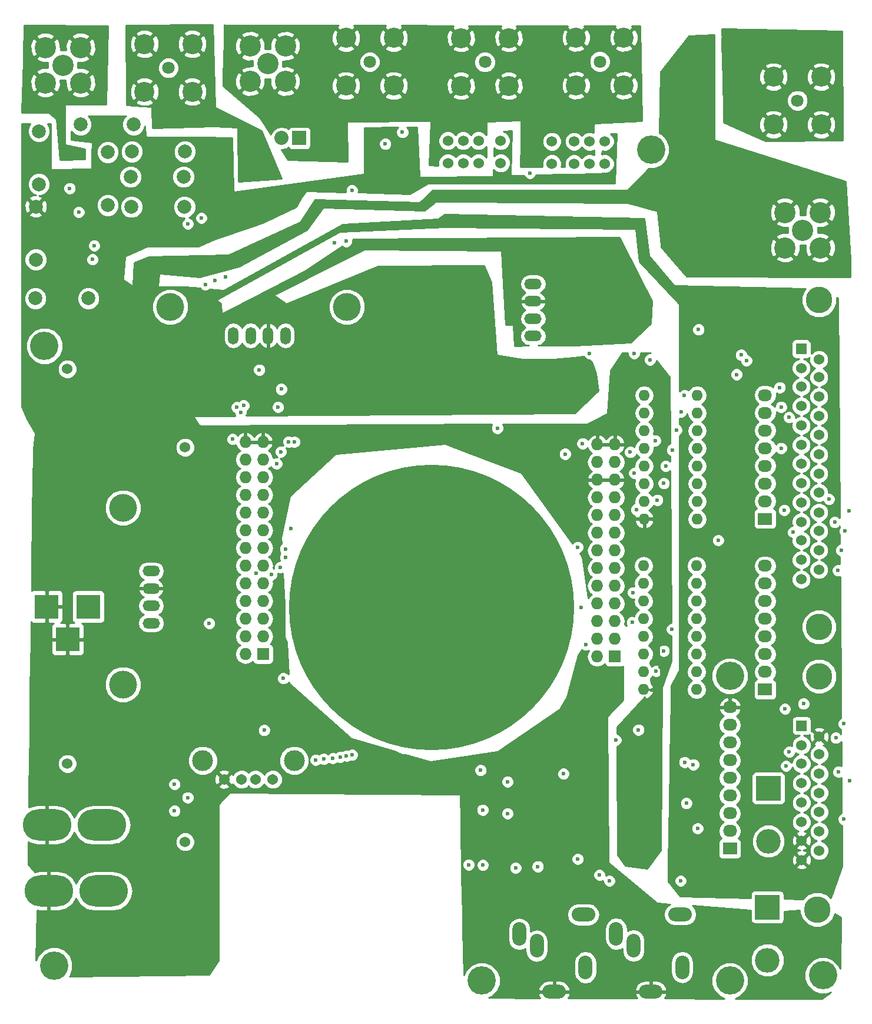
<source format=gbr>
G04 #@! TF.FileFunction,Copper,L3,Inr,Plane*
%FSLAX46Y46*%
G04 Gerber Fmt 4.6, Leading zero omitted, Abs format (unit mm)*
G04 Created by KiCad (PCBNEW 4.0.1-3.201512221401+6198~38~ubuntu15.10.1-stable) date Tue 04 Oct 2016 03:44:24 PM PDT*
%MOMM*%
G01*
G04 APERTURE LIST*
%ADD10C,0.100000*%
%ADD11C,4.064000*%
%ADD12O,1.600000X1.600000*%
%ADD13R,1.727200X1.727200*%
%ADD14O,1.727200X1.727200*%
%ADD15C,1.998980*%
%ADD16O,2.499360X1.501140*%
%ADD17C,1.524000*%
%ADD18C,1.800000*%
%ADD19C,2.880000*%
%ADD20C,3.048000*%
%ADD21R,2.032000X2.032000*%
%ADD22O,2.032000X2.032000*%
%ADD23C,4.000000*%
%ADD24O,7.000000X4.500000*%
%ADD25O,1.501140X2.499360*%
%ADD26R,3.500120X3.500120*%
%ADD27C,3.540760*%
%ADD28R,3.540760X3.540760*%
%ADD29R,2.032000X1.727200*%
%ADD30O,2.032000X1.727200*%
%ADD31C,3.810000*%
%ADD32R,1.524000X1.524000*%
%ADD33C,41.000000*%
%ADD34C,1.540000*%
%ADD35C,3.000000*%
%ADD36O,3.400000X2.000000*%
%ADD37O,2.000000X3.400000*%
%ADD38C,0.600000*%
%ADD39C,0.250000*%
%ADD40C,0.254000*%
G04 APERTURE END LIST*
D10*
D11*
X136815000Y-45990000D03*
X49585000Y-74180000D03*
X50980000Y-163240000D03*
X161520000Y-164635000D03*
X112460000Y-165405000D03*
X148150000Y-165405000D03*
D12*
X135745000Y-105795000D03*
X135745000Y-108335000D03*
X135745000Y-110875000D03*
X135745000Y-113415000D03*
X135745000Y-115955000D03*
X135745000Y-118495000D03*
X135745000Y-121035000D03*
X135745000Y-123575000D03*
X143365000Y-123575000D03*
X143365000Y-121035000D03*
X143365000Y-118495000D03*
X143365000Y-115955000D03*
X143365000Y-113415000D03*
X143365000Y-110875000D03*
X143365000Y-108335000D03*
X143365000Y-105795000D03*
D13*
X131612160Y-118838160D03*
D14*
X129072160Y-118838160D03*
X131612160Y-116298160D03*
X129072160Y-116298160D03*
X131612160Y-113758160D03*
X129072160Y-113758160D03*
X131612160Y-111218160D03*
X129072160Y-111218160D03*
X131612160Y-108678160D03*
X129072160Y-108678160D03*
X131612160Y-106138160D03*
X129072160Y-106138160D03*
X131612160Y-103598160D03*
X129072160Y-103598160D03*
X131612160Y-101058160D03*
X129072160Y-101058160D03*
X131612160Y-98518160D03*
X129072160Y-98518160D03*
X131612160Y-95978160D03*
X129072160Y-95978160D03*
X131612160Y-93438160D03*
X129072160Y-93438160D03*
X131612160Y-90898160D03*
X129072160Y-90898160D03*
X131612160Y-88358160D03*
X129072160Y-88358160D03*
D15*
X62150000Y-46265000D03*
X69770000Y-46265000D03*
D13*
X81017900Y-118459700D03*
D14*
X78477900Y-118459700D03*
X81017900Y-115919700D03*
X78477900Y-115919700D03*
X81017900Y-113379700D03*
X78477900Y-113379700D03*
X81017900Y-110839700D03*
X78477900Y-110839700D03*
X81017900Y-108299700D03*
X78477900Y-108299700D03*
X81017900Y-105759700D03*
X78477900Y-105759700D03*
X81017900Y-103219700D03*
X78477900Y-103219700D03*
X81017900Y-100679700D03*
X78477900Y-100679700D03*
X81017900Y-98139700D03*
X78477900Y-98139700D03*
X81017900Y-95599700D03*
X78477900Y-95599700D03*
X81017900Y-93059700D03*
X78477900Y-93059700D03*
X81017900Y-90519700D03*
X78477900Y-90519700D03*
X81017900Y-87979700D03*
X78477900Y-87979700D03*
D16*
X119855000Y-70275000D03*
X119855000Y-72775000D03*
X119855000Y-67775000D03*
X119855000Y-65275000D03*
D17*
X115200000Y-44705000D03*
X112000000Y-44705000D03*
X109800000Y-44705000D03*
X107600000Y-44705000D03*
X115200000Y-47905000D03*
X112000000Y-47905000D03*
X109800000Y-47905000D03*
X107600000Y-47905000D03*
D18*
X112920000Y-33395000D03*
D19*
X116350000Y-36825000D03*
X109490000Y-36825000D03*
X109490000Y-29965000D03*
X116350000Y-29965000D03*
D18*
X129450000Y-33330000D03*
D19*
X132880000Y-36760000D03*
X126020000Y-36760000D03*
X126020000Y-29900000D03*
X132880000Y-29900000D03*
D17*
X122550000Y-48005000D03*
X125750000Y-48005000D03*
X127950000Y-48005000D03*
X130150000Y-48005000D03*
X122550000Y-44805000D03*
X125750000Y-44805000D03*
X127950000Y-44805000D03*
X130150000Y-44805000D03*
D20*
X158626227Y-57543329D03*
X161166227Y-55003329D03*
X161166227Y-60083329D03*
X156086227Y-60083329D03*
X156086227Y-55003329D03*
D18*
X157861600Y-38929680D03*
D19*
X154431600Y-42359680D03*
X154431600Y-35499680D03*
X161291600Y-35499680D03*
X161291600Y-42359680D03*
D18*
X96375000Y-33365000D03*
D19*
X99805000Y-36795000D03*
X92945000Y-36795000D03*
X92945000Y-29935000D03*
X99805000Y-29935000D03*
D20*
X81685000Y-33625000D03*
X79145000Y-31085000D03*
X84225000Y-31085000D03*
X84225000Y-36165000D03*
X79145000Y-36165000D03*
D21*
X86245000Y-44330000D03*
D22*
X83705000Y-44330000D03*
D18*
X67410000Y-34230000D03*
D19*
X70840000Y-37660000D03*
X63980000Y-37660000D03*
X63980000Y-30800000D03*
X70840000Y-30800000D03*
D15*
X69720000Y-54210000D03*
X62100000Y-54210000D03*
X69575000Y-49895000D03*
X61955000Y-49895000D03*
D23*
X60880000Y-97450000D03*
X60880000Y-122850000D03*
D16*
X64925000Y-111520000D03*
X64925000Y-114020000D03*
X64925000Y-109020000D03*
X64925000Y-106520000D03*
D24*
X50205000Y-152505000D03*
X58105000Y-152505000D03*
D23*
X67675000Y-68590000D03*
X93075000Y-68590000D03*
D24*
X49945000Y-143015000D03*
X57845000Y-143015000D03*
D17*
X52870000Y-77515000D03*
X52870000Y-134215000D03*
D25*
X79240000Y-72705000D03*
X76740000Y-72705000D03*
X81740000Y-72705000D03*
X84240000Y-72705000D03*
D12*
X135825000Y-81290000D03*
X135825000Y-83830000D03*
X135825000Y-86370000D03*
X135825000Y-88910000D03*
X135825000Y-91450000D03*
X135825000Y-93990000D03*
X135825000Y-96530000D03*
X135825000Y-99070000D03*
X143445000Y-99070000D03*
X143445000Y-96530000D03*
X143445000Y-93990000D03*
X143445000Y-91450000D03*
X143445000Y-88910000D03*
X143445000Y-86370000D03*
X143445000Y-83830000D03*
X143445000Y-81290000D03*
D26*
X55910000Y-111645000D03*
X49910520Y-111645000D03*
X52910260Y-116344000D03*
D20*
X52250000Y-33835000D03*
X49710000Y-36375000D03*
X49710000Y-31295000D03*
X54790000Y-31295000D03*
X54790000Y-36375000D03*
D15*
X48780000Y-50940000D03*
X48780000Y-43320000D03*
X62390000Y-42375000D03*
X54770000Y-42375000D03*
X48340000Y-61780000D03*
X48340000Y-54160000D03*
X58685000Y-46345000D03*
X58685000Y-53965000D03*
X55910000Y-67360000D03*
X48290000Y-67360000D03*
D17*
X69815000Y-88760000D03*
X69815000Y-145460000D03*
D27*
X153685000Y-145375000D03*
D28*
X153685000Y-137755000D03*
D27*
X153555000Y-162445000D03*
D28*
X153555000Y-154825000D03*
D29*
X148150000Y-146435000D03*
D30*
X148150000Y-143895000D03*
X148150000Y-141355000D03*
X148150000Y-138815000D03*
X148150000Y-136275000D03*
X148150000Y-133735000D03*
X148150000Y-131195000D03*
X148150000Y-128655000D03*
X148150000Y-126115000D03*
D29*
X153215000Y-123580000D03*
D30*
X153215000Y-121040000D03*
X153215000Y-118500000D03*
X153215000Y-115960000D03*
X153215000Y-113420000D03*
X153215000Y-110880000D03*
X153215000Y-108340000D03*
X153215000Y-105800000D03*
D29*
X153215000Y-99035000D03*
D30*
X153215000Y-96495000D03*
X153215000Y-93955000D03*
X153215000Y-91415000D03*
X153215000Y-88875000D03*
X153215000Y-86335000D03*
X153215000Y-83795000D03*
X153215000Y-81255000D03*
D31*
X160741000Y-155183000D03*
X160995000Y-121655000D03*
D32*
X158455000Y-128767000D03*
D17*
X158455000Y-131561000D03*
X158455000Y-134228000D03*
X158455000Y-137022000D03*
X158455000Y-139816000D03*
X158455000Y-142610000D03*
X158455000Y-145277000D03*
X158455000Y-148071000D03*
X160995000Y-130341800D03*
X160995000Y-132881800D03*
X160995000Y-135675800D03*
X160995000Y-138419000D03*
X160995000Y-141162200D03*
X160995000Y-143956200D03*
X160995000Y-146699400D03*
D31*
X160965000Y-114595000D03*
X160965000Y-67605000D03*
D32*
X158425000Y-74590000D03*
D17*
X158425000Y-77384000D03*
X158425000Y-80051000D03*
X158425000Y-82845000D03*
X158425000Y-85639000D03*
X158425000Y-88433000D03*
X158425000Y-91100000D03*
X158425000Y-93894000D03*
X158425000Y-96688000D03*
X158425000Y-99482000D03*
X158425000Y-102149000D03*
X158425000Y-104943000D03*
X158425000Y-107737000D03*
X160965000Y-76164800D03*
X160965000Y-78704800D03*
X160965000Y-81498800D03*
X160965000Y-84242000D03*
X160965000Y-86985200D03*
X160965000Y-89779200D03*
X160965000Y-92522400D03*
X160965000Y-95265600D03*
X160965000Y-98110400D03*
X160965000Y-100802800D03*
X160965000Y-103546000D03*
X160965000Y-106340000D03*
D33*
X105250000Y-111805000D03*
D11*
X148150000Y-121615000D03*
D34*
X79925000Y-136475000D03*
X77925000Y-136475000D03*
X82425000Y-136475000D03*
X75425000Y-136475000D03*
D35*
X85495000Y-133765000D03*
X72355000Y-133765000D03*
D36*
X122880000Y-167005000D03*
D37*
X120380000Y-160405000D03*
X117880000Y-158705000D03*
X127380000Y-163505000D03*
D36*
X127080000Y-155905000D03*
X136790000Y-166975000D03*
D37*
X134290000Y-160375000D03*
X131790000Y-158675000D03*
X141290000Y-163475000D03*
D36*
X140990000Y-155875000D03*
D38*
X77185000Y-129330000D03*
X52015000Y-52145000D03*
X128170000Y-124730000D03*
X52100000Y-65515000D03*
X58325000Y-134105000D03*
X120470000Y-141310000D03*
X128835000Y-142860000D03*
X152010000Y-72920000D03*
X144395000Y-76170000D03*
X75174000Y-108599000D03*
X75345000Y-115990000D03*
X75055000Y-82640000D03*
X73420000Y-74795000D03*
X86860000Y-83000000D03*
X87850000Y-80400000D03*
X86945000Y-75045000D03*
X147975000Y-156400000D03*
X149760000Y-150385000D03*
X148535000Y-107805000D03*
X140105000Y-66045000D03*
X134155000Y-67385000D03*
X127880000Y-66900000D03*
X135610000Y-70070000D03*
X132595000Y-61370000D03*
X101250000Y-50755000D03*
X97100000Y-50650000D03*
X78070000Y-53085000D03*
X148755000Y-45905000D03*
X145215000Y-49745000D03*
X143752190Y-49582810D03*
X144475000Y-49845000D03*
X149985000Y-46495000D03*
X147775000Y-45710000D03*
X142060000Y-30615000D03*
X146465000Y-102125000D03*
X143645000Y-71845000D03*
X136665000Y-76170000D03*
X134380000Y-75290000D03*
X101065000Y-43470000D03*
X98600000Y-45155000D03*
X93795000Y-51850000D03*
X56485000Y-61770000D03*
X56734000Y-59770000D03*
X70210000Y-56645000D03*
X72160000Y-55795000D03*
X81185000Y-129405000D03*
X73290000Y-114050000D03*
X127970000Y-75290000D03*
X91325000Y-59350000D03*
X92975000Y-59150000D03*
X72710000Y-65350000D03*
X74070000Y-64810000D03*
X75646240Y-64250000D03*
X80485000Y-77625000D03*
X83175000Y-82970000D03*
X83640000Y-80400000D03*
X124210000Y-135665000D03*
X89740000Y-133565000D03*
X83939960Y-121965000D03*
X116170000Y-141380000D03*
X116170000Y-136815000D03*
X88590000Y-133685000D03*
X110600000Y-148735000D03*
X112604999Y-140860001D03*
X112305000Y-135160000D03*
X91050000Y-133455000D03*
X141115000Y-83655000D03*
X119385000Y-49345000D03*
X141610000Y-81290000D03*
X126260000Y-103105000D03*
X114715000Y-86004990D03*
X76630000Y-87590000D03*
X134700000Y-97700000D03*
X54514489Y-54964489D03*
X53210000Y-51535000D03*
X68285680Y-137180680D03*
X70190000Y-139085000D03*
X68285680Y-140995680D03*
X77267000Y-83000000D03*
X77795000Y-83745000D03*
X78215000Y-82742000D03*
X155959999Y-97775001D03*
X164545000Y-128490000D03*
X164709990Y-100802800D03*
X163389990Y-130510000D03*
X163225000Y-99510000D03*
X156235000Y-134535000D03*
X156060000Y-126345000D03*
X158740000Y-125600000D03*
X165335000Y-136635000D03*
X165290000Y-97920000D03*
X164559998Y-142189998D03*
X164166000Y-103546000D03*
X156685001Y-132514999D03*
X156645000Y-84445000D03*
X163750000Y-135380000D03*
X163710000Y-106450000D03*
X157230010Y-100925000D03*
X162410000Y-96210000D03*
X149770000Y-75475000D03*
X149110000Y-78285000D03*
X155315000Y-80155000D03*
X155510010Y-82970000D03*
X155510010Y-88875000D03*
X150515000Y-76290000D03*
X117330000Y-149190000D03*
X129380000Y-150220000D03*
X112625000Y-148790000D03*
X120525000Y-149000000D03*
X126270000Y-147925000D03*
X130835000Y-151055000D03*
X55215000Y-46510000D03*
X141060000Y-151055000D03*
X133830000Y-89450000D03*
X83590000Y-89390000D03*
X83525010Y-105985000D03*
X92145000Y-133240000D03*
X84245000Y-103360000D03*
X84690000Y-87945000D03*
X137415001Y-87784999D03*
X143505000Y-143515000D03*
X142890000Y-134350000D03*
X93810000Y-132955000D03*
X84225000Y-104565000D03*
X127430000Y-117120000D03*
X126970000Y-88220000D03*
X85542008Y-87976890D03*
X85010000Y-100435000D03*
X139805000Y-114905000D03*
X134235009Y-109620000D03*
X134400000Y-92465000D03*
X82964990Y-91115000D03*
X124460000Y-89715011D03*
X126745000Y-111790000D03*
X134090000Y-113920000D03*
X141890000Y-139895000D03*
X141645000Y-134005020D03*
X93015000Y-133105000D03*
X82245000Y-107025000D03*
X80005000Y-106830000D03*
X134995000Y-129350000D03*
X131765000Y-130815000D03*
X151115000Y-30705000D03*
X81400000Y-48910000D03*
X137545000Y-120905000D03*
X137720000Y-96335000D03*
X138640000Y-118000000D03*
X138640000Y-93920000D03*
X138925000Y-91450000D03*
X143365000Y-113415000D03*
X139859990Y-89145000D03*
X140485000Y-86265000D03*
D39*
X138170001Y-122679999D02*
X137275000Y-123575000D01*
X137275000Y-123575000D02*
X135745000Y-123575000D01*
X137931370Y-100045000D02*
X137931370Y-120366368D01*
X137931370Y-120366368D02*
X138170001Y-120604999D01*
X138170001Y-120604999D02*
X138170001Y-122679999D01*
X135825000Y-99070000D02*
X136956370Y-99070000D01*
X136956370Y-99070000D02*
X137931370Y-100045000D01*
D40*
G36*
X145858000Y-44515000D02*
X145868006Y-44564410D01*
X145896447Y-44606035D01*
X145946990Y-44636178D01*
X164768336Y-50539938D01*
X165421432Y-61706669D01*
X165421903Y-64251751D01*
X141938213Y-64148255D01*
X139742410Y-61614636D01*
X154734525Y-61614636D01*
X154897238Y-61935897D01*
X155696691Y-62249885D01*
X156555448Y-62234035D01*
X157275216Y-61935897D01*
X157437929Y-61614636D01*
X159814525Y-61614636D01*
X159977238Y-61935897D01*
X160776691Y-62249885D01*
X161635448Y-62234035D01*
X162355216Y-61935897D01*
X162517929Y-61614636D01*
X161166227Y-60262934D01*
X159814525Y-61614636D01*
X157437929Y-61614636D01*
X156086227Y-60262934D01*
X154734525Y-61614636D01*
X139742410Y-61614636D01*
X138296858Y-59946692D01*
X138268759Y-59693793D01*
X153919671Y-59693793D01*
X153935521Y-60552550D01*
X154233659Y-61272318D01*
X154554920Y-61435031D01*
X155906622Y-60083329D01*
X154554920Y-58731627D01*
X154233659Y-58894340D01*
X153919671Y-59693793D01*
X138268759Y-59693793D01*
X137917742Y-56534636D01*
X154734525Y-56534636D01*
X154897238Y-56855897D01*
X155696691Y-57169885D01*
X156467565Y-57155657D01*
X156466900Y-57916937D01*
X155617006Y-57932623D01*
X154897238Y-58230761D01*
X154734525Y-58552022D01*
X156086227Y-59903724D01*
X156100370Y-59889582D01*
X156279975Y-60069187D01*
X156265832Y-60083329D01*
X157617534Y-61435031D01*
X157938795Y-61272318D01*
X158252783Y-60472865D01*
X158238555Y-59701991D01*
X158999835Y-59702656D01*
X159015521Y-60552550D01*
X159313659Y-61272318D01*
X159634920Y-61435031D01*
X160986622Y-60083329D01*
X161345832Y-60083329D01*
X162697534Y-61435031D01*
X163018795Y-61272318D01*
X163332783Y-60472865D01*
X163316933Y-59614108D01*
X163018795Y-58894340D01*
X162697534Y-58731627D01*
X161345832Y-60083329D01*
X160986622Y-60083329D01*
X160972480Y-60069187D01*
X161152085Y-59889582D01*
X161166227Y-59903724D01*
X162517929Y-58552022D01*
X162355216Y-58230761D01*
X161555763Y-57916773D01*
X160784889Y-57931001D01*
X160785554Y-57169721D01*
X161635448Y-57154035D01*
X162355216Y-56855897D01*
X162517929Y-56534636D01*
X161166227Y-55182934D01*
X161152085Y-55197077D01*
X160972480Y-55017472D01*
X160986622Y-55003329D01*
X161345832Y-55003329D01*
X162697534Y-56355031D01*
X163018795Y-56192318D01*
X163332783Y-55392865D01*
X163316933Y-54534108D01*
X163018795Y-53814340D01*
X162697534Y-53651627D01*
X161345832Y-55003329D01*
X160986622Y-55003329D01*
X159634920Y-53651627D01*
X159313659Y-53814340D01*
X158999671Y-54613793D01*
X159013899Y-55384667D01*
X158252619Y-55384002D01*
X158236933Y-54534108D01*
X157938795Y-53814340D01*
X157617534Y-53651627D01*
X156265832Y-55003329D01*
X156279975Y-55017472D01*
X156100370Y-55197077D01*
X156086227Y-55182934D01*
X154734525Y-56534636D01*
X137917742Y-56534636D01*
X137731223Y-54855975D01*
X137715822Y-54807972D01*
X137682959Y-54769743D01*
X137637035Y-54747107D01*
X137125609Y-54613793D01*
X153919671Y-54613793D01*
X153935521Y-55472550D01*
X154233659Y-56192318D01*
X154554920Y-56355031D01*
X155906622Y-55003329D01*
X154554920Y-53651627D01*
X154233659Y-53814340D01*
X153919671Y-54613793D01*
X137125609Y-54613793D01*
X134358509Y-53892491D01*
X133364971Y-53607910D01*
X133330669Y-53603002D01*
X108480602Y-53472022D01*
X154734525Y-53472022D01*
X156086227Y-54823724D01*
X157437929Y-53472022D01*
X159814525Y-53472022D01*
X161166227Y-54823724D01*
X162517929Y-53472022D01*
X162355216Y-53150761D01*
X161555763Y-52836773D01*
X160697006Y-52852623D01*
X159977238Y-53150761D01*
X159814525Y-53472022D01*
X157437929Y-53472022D01*
X157275216Y-53150761D01*
X156475763Y-52836773D01*
X155617006Y-52852623D01*
X154897238Y-53150761D01*
X154734525Y-53472022D01*
X108480602Y-53472022D01*
X105820669Y-53458002D01*
X105771207Y-53467747D01*
X105739562Y-53486721D01*
X104206300Y-54741652D01*
X89718755Y-54313056D01*
X89669071Y-54321596D01*
X89612312Y-54365273D01*
X87344408Y-57481781D01*
X77547557Y-62731338D01*
X71884092Y-64291275D01*
X66207637Y-63723630D01*
X66157476Y-63728670D01*
X66113229Y-63752828D01*
X66081866Y-63792297D01*
X66068454Y-63839270D01*
X65923454Y-65549270D01*
X65929249Y-65599348D01*
X65954072Y-65643227D01*
X65994009Y-65673991D01*
X66050000Y-65687000D01*
X69753498Y-65687000D01*
X71950296Y-65912414D01*
X72179673Y-66142192D01*
X72523201Y-66284838D01*
X72895167Y-66285162D01*
X73238943Y-66143117D01*
X73328395Y-66053821D01*
X75302037Y-66256337D01*
X75352210Y-66251427D01*
X75376910Y-66240888D01*
X92456122Y-56705286D01*
X106111626Y-55991827D01*
X106178768Y-55968379D01*
X107139534Y-55282807D01*
X135783379Y-55849815D01*
X136484093Y-61156625D01*
X136512408Y-61221270D01*
X140072408Y-65496270D01*
X140111715Y-65527836D01*
X140167340Y-65541972D01*
X159040309Y-65937362D01*
X158812948Y-66164327D01*
X158425441Y-67097546D01*
X158424560Y-68108021D01*
X158810437Y-69041915D01*
X159524327Y-69757052D01*
X160457546Y-70144559D01*
X161468021Y-70145440D01*
X162401915Y-69759563D01*
X163117052Y-69045673D01*
X163504559Y-68112454D01*
X163505301Y-67261914D01*
X163703569Y-67352036D01*
X163923644Y-98886419D01*
X163755327Y-98717808D01*
X163411799Y-98575162D01*
X163039833Y-98574838D01*
X162696057Y-98716883D01*
X162432808Y-98979673D01*
X162290162Y-99323201D01*
X162289838Y-99695167D01*
X162431883Y-100038943D01*
X162694673Y-100302192D01*
X163038201Y-100444838D01*
X163410167Y-100445162D01*
X163753943Y-100303117D01*
X163932288Y-100125083D01*
X163933209Y-100257088D01*
X163917798Y-100272473D01*
X163775152Y-100616001D01*
X163774828Y-100987967D01*
X163916873Y-101331743D01*
X163940877Y-101355789D01*
X163949726Y-102623691D01*
X163637057Y-102752883D01*
X163373808Y-103015673D01*
X163231162Y-103359201D01*
X163230838Y-103731167D01*
X163372883Y-104074943D01*
X163635673Y-104338192D01*
X163962639Y-104473961D01*
X163970117Y-105545607D01*
X163896799Y-105515162D01*
X163524833Y-105514838D01*
X163181057Y-105656883D01*
X162917808Y-105919673D01*
X162775162Y-106263201D01*
X162774838Y-106635167D01*
X162916883Y-106978943D01*
X163179673Y-107242192D01*
X163523201Y-107384838D01*
X163895167Y-107385162D01*
X163982703Y-107348993D01*
X164124396Y-127652118D01*
X164016057Y-127696883D01*
X163752808Y-127959673D01*
X163610162Y-128303201D01*
X163609838Y-128675167D01*
X163751883Y-129018943D01*
X164014673Y-129282192D01*
X164136124Y-129332623D01*
X164140351Y-129938226D01*
X163920317Y-129717808D01*
X163576789Y-129575162D01*
X163204823Y-129574838D01*
X162861047Y-129716883D01*
X162597798Y-129979673D01*
X162455152Y-130323201D01*
X162454828Y-130695167D01*
X162596873Y-131038943D01*
X162859663Y-131302192D01*
X163203191Y-131444838D01*
X163575157Y-131445162D01*
X163918933Y-131303117D01*
X164148278Y-131074172D01*
X164172487Y-134543029D01*
X163936799Y-134445162D01*
X163564833Y-134444838D01*
X163221057Y-134586883D01*
X162957808Y-134849673D01*
X162815162Y-135193201D01*
X162814838Y-135565167D01*
X162956883Y-135908943D01*
X163219673Y-136172192D01*
X163563201Y-136314838D01*
X163935167Y-136315162D01*
X164184137Y-136212290D01*
X164219775Y-141318904D01*
X164031055Y-141396881D01*
X163767806Y-141659671D01*
X163625160Y-142003199D01*
X163624836Y-142375165D01*
X163766881Y-142718941D01*
X164029671Y-142982190D01*
X164231969Y-143066192D01*
X164272852Y-148924276D01*
X162690786Y-153540950D01*
X162181673Y-153030948D01*
X161248454Y-152643441D01*
X160237979Y-152642560D01*
X159304085Y-153028437D01*
X158629533Y-153701812D01*
X155972820Y-153632364D01*
X155972820Y-153054620D01*
X155928542Y-152819303D01*
X155789470Y-152603179D01*
X155577270Y-152458189D01*
X155325380Y-152407180D01*
X151784620Y-152407180D01*
X151549303Y-152451458D01*
X151333179Y-152590530D01*
X151188189Y-152802730D01*
X151137180Y-153054620D01*
X151137180Y-153505956D01*
X140947263Y-153239584D01*
X139345858Y-151240167D01*
X140124838Y-151240167D01*
X140266883Y-151583943D01*
X140529673Y-151847192D01*
X140873201Y-151989838D01*
X141245167Y-151990162D01*
X141588943Y-151848117D01*
X141852192Y-151585327D01*
X141994838Y-151241799D01*
X141995162Y-150869833D01*
X141853117Y-150526057D01*
X141590327Y-150262808D01*
X141246799Y-150120162D01*
X140874833Y-150119838D01*
X140531057Y-150261883D01*
X140267808Y-150524673D01*
X140125162Y-150868201D01*
X140124838Y-151240167D01*
X139345858Y-151240167D01*
X139302674Y-151186251D01*
X139334822Y-149051213D01*
X157654392Y-149051213D01*
X157723857Y-149293397D01*
X158247302Y-149480144D01*
X158802368Y-149452362D01*
X159186143Y-149293397D01*
X159255608Y-149051213D01*
X158455000Y-148250605D01*
X157654392Y-149051213D01*
X139334822Y-149051213D01*
X139415395Y-143700167D01*
X142569838Y-143700167D01*
X142711883Y-144043943D01*
X142974673Y-144307192D01*
X143318201Y-144449838D01*
X143690167Y-144450162D01*
X144033943Y-144308117D01*
X144297192Y-144045327D01*
X144439838Y-143701799D01*
X144440162Y-143329833D01*
X144298117Y-142986057D01*
X144035327Y-142722808D01*
X143691799Y-142580162D01*
X143319833Y-142579838D01*
X142976057Y-142721883D01*
X142712808Y-142984673D01*
X142570162Y-143328201D01*
X142569838Y-143700167D01*
X139415395Y-143700167D01*
X139469904Y-140080167D01*
X140954838Y-140080167D01*
X141096883Y-140423943D01*
X141359673Y-140687192D01*
X141703201Y-140829838D01*
X142075167Y-140830162D01*
X142418943Y-140688117D01*
X142682192Y-140425327D01*
X142824838Y-140081799D01*
X142825162Y-139709833D01*
X142683117Y-139366057D01*
X142420327Y-139102808D01*
X142076799Y-138960162D01*
X141704833Y-138959838D01*
X141361057Y-139101883D01*
X141097808Y-139364673D01*
X140955162Y-139708201D01*
X140954838Y-140080167D01*
X139469904Y-140080167D01*
X139558593Y-134190187D01*
X140709838Y-134190187D01*
X140851883Y-134533963D01*
X141114673Y-134797212D01*
X141458201Y-134939858D01*
X141830167Y-134940182D01*
X142079601Y-134837118D01*
X142096883Y-134878943D01*
X142359673Y-135142192D01*
X142703201Y-135284838D01*
X143075167Y-135285162D01*
X143418943Y-135143117D01*
X143682192Y-134880327D01*
X143824838Y-134536799D01*
X143825162Y-134164833D01*
X143683117Y-133821057D01*
X143420327Y-133557808D01*
X143076799Y-133415162D01*
X142704833Y-133414838D01*
X142455399Y-133517902D01*
X142438117Y-133476077D01*
X142175327Y-133212828D01*
X141831799Y-133070182D01*
X141459833Y-133069858D01*
X141116057Y-133211903D01*
X140852808Y-133474693D01*
X140710162Y-133818221D01*
X140709838Y-134190187D01*
X139558593Y-134190187D01*
X139641939Y-128655000D01*
X146466655Y-128655000D01*
X146580729Y-129228489D01*
X146905585Y-129714670D01*
X147220366Y-129925000D01*
X146905585Y-130135330D01*
X146580729Y-130621511D01*
X146466655Y-131195000D01*
X146580729Y-131768489D01*
X146905585Y-132254670D01*
X147220366Y-132465000D01*
X146905585Y-132675330D01*
X146580729Y-133161511D01*
X146466655Y-133735000D01*
X146580729Y-134308489D01*
X146905585Y-134794670D01*
X147220366Y-135005000D01*
X146905585Y-135215330D01*
X146580729Y-135701511D01*
X146466655Y-136275000D01*
X146580729Y-136848489D01*
X146905585Y-137334670D01*
X147220366Y-137545000D01*
X146905585Y-137755330D01*
X146580729Y-138241511D01*
X146466655Y-138815000D01*
X146580729Y-139388489D01*
X146905585Y-139874670D01*
X147220366Y-140085000D01*
X146905585Y-140295330D01*
X146580729Y-140781511D01*
X146466655Y-141355000D01*
X146580729Y-141928489D01*
X146905585Y-142414670D01*
X147220366Y-142625000D01*
X146905585Y-142835330D01*
X146580729Y-143321511D01*
X146466655Y-143895000D01*
X146580729Y-144468489D01*
X146905585Y-144954670D01*
X146919913Y-144964243D01*
X146898683Y-144968238D01*
X146682559Y-145107310D01*
X146537569Y-145319510D01*
X146486560Y-145571400D01*
X146486560Y-147298600D01*
X146530838Y-147533917D01*
X146669910Y-147750041D01*
X146882110Y-147895031D01*
X147134000Y-147946040D01*
X149166000Y-147946040D01*
X149401317Y-147901762D01*
X149461085Y-147863302D01*
X157045856Y-147863302D01*
X157073638Y-148418368D01*
X157232603Y-148802143D01*
X157474787Y-148871608D01*
X158275395Y-148071000D01*
X158634605Y-148071000D01*
X159435213Y-148871608D01*
X159677397Y-148802143D01*
X159864144Y-148278698D01*
X159836362Y-147723632D01*
X159677397Y-147339857D01*
X159435213Y-147270392D01*
X158634605Y-148071000D01*
X158275395Y-148071000D01*
X157474787Y-147270392D01*
X157232603Y-147339857D01*
X157045856Y-147863302D01*
X149461085Y-147863302D01*
X149617441Y-147762690D01*
X149762431Y-147550490D01*
X149813440Y-147298600D01*
X149813440Y-145851361D01*
X151279204Y-145851361D01*
X151644629Y-146735758D01*
X152320683Y-147412993D01*
X153204441Y-147779961D01*
X154161361Y-147780796D01*
X155045758Y-147415371D01*
X155722993Y-146739317D01*
X155923179Y-146257213D01*
X157654392Y-146257213D01*
X157723857Y-146499397D01*
X158238707Y-146683077D01*
X158107632Y-146689638D01*
X157723857Y-146848603D01*
X157654392Y-147090787D01*
X158455000Y-147891395D01*
X159255608Y-147090787D01*
X159186143Y-146848603D01*
X158671293Y-146664923D01*
X158802368Y-146658362D01*
X159186143Y-146499397D01*
X159255608Y-146257213D01*
X158455000Y-145456605D01*
X157654392Y-146257213D01*
X155923179Y-146257213D01*
X156089961Y-145855559D01*
X156090647Y-145069302D01*
X157045856Y-145069302D01*
X157073638Y-145624368D01*
X157232603Y-146008143D01*
X157474787Y-146077608D01*
X158275395Y-145277000D01*
X158634605Y-145277000D01*
X159435213Y-146077608D01*
X159677397Y-146008143D01*
X159864144Y-145484698D01*
X159836362Y-144929632D01*
X159677397Y-144545857D01*
X159435213Y-144476392D01*
X158634605Y-145277000D01*
X158275395Y-145277000D01*
X157474787Y-144476392D01*
X157232603Y-144545857D01*
X157045856Y-145069302D01*
X156090647Y-145069302D01*
X156090796Y-144898639D01*
X155725371Y-144014242D01*
X155049317Y-143337007D01*
X154165559Y-142970039D01*
X153208639Y-142969204D01*
X152324242Y-143334629D01*
X151647007Y-144010683D01*
X151280039Y-144894441D01*
X151279204Y-145851361D01*
X149813440Y-145851361D01*
X149813440Y-145571400D01*
X149769162Y-145336083D01*
X149630090Y-145119959D01*
X149417890Y-144974969D01*
X149376561Y-144966600D01*
X149394415Y-144954670D01*
X149719271Y-144468489D01*
X149833345Y-143895000D01*
X149719271Y-143321511D01*
X149394415Y-142835330D01*
X149079634Y-142625000D01*
X149394415Y-142414670D01*
X149719271Y-141928489D01*
X149833345Y-141355000D01*
X149719271Y-140781511D01*
X149394415Y-140295330D01*
X149079634Y-140085000D01*
X149394415Y-139874670D01*
X149719271Y-139388489D01*
X149833345Y-138815000D01*
X149719271Y-138241511D01*
X149394415Y-137755330D01*
X149079634Y-137545000D01*
X149394415Y-137334670D01*
X149719271Y-136848489D01*
X149833345Y-136275000D01*
X149775585Y-135984620D01*
X151267180Y-135984620D01*
X151267180Y-139525380D01*
X151311458Y-139760697D01*
X151450530Y-139976821D01*
X151662730Y-140121811D01*
X151914620Y-140172820D01*
X155455380Y-140172820D01*
X155690697Y-140128542D01*
X155906821Y-139989470D01*
X156051811Y-139777270D01*
X156102820Y-139525380D01*
X156102820Y-135984620D01*
X156058542Y-135749303D01*
X155919470Y-135533179D01*
X155707270Y-135388189D01*
X155455380Y-135337180D01*
X151914620Y-135337180D01*
X151679303Y-135381458D01*
X151463179Y-135520530D01*
X151318189Y-135732730D01*
X151267180Y-135984620D01*
X149775585Y-135984620D01*
X149719271Y-135701511D01*
X149394415Y-135215330D01*
X149079634Y-135005000D01*
X149394415Y-134794670D01*
X149444196Y-134720167D01*
X155299838Y-134720167D01*
X155441883Y-135063943D01*
X155704673Y-135327192D01*
X156048201Y-135469838D01*
X156420167Y-135470162D01*
X156763943Y-135328117D01*
X157027192Y-135065327D01*
X157158630Y-134748791D01*
X157269990Y-135018303D01*
X157662630Y-135411629D01*
X158175900Y-135624757D01*
X158178336Y-135624759D01*
X157664697Y-135836990D01*
X157271371Y-136229630D01*
X157058243Y-136742900D01*
X157057758Y-137298661D01*
X157269990Y-137812303D01*
X157662630Y-138205629D01*
X158175900Y-138418757D01*
X158178336Y-138418759D01*
X157664697Y-138630990D01*
X157271371Y-139023630D01*
X157058243Y-139536900D01*
X157057758Y-140092661D01*
X157269990Y-140606303D01*
X157662630Y-140999629D01*
X158175900Y-141212757D01*
X158178336Y-141212759D01*
X157664697Y-141424990D01*
X157271371Y-141817630D01*
X157058243Y-142330900D01*
X157057758Y-142886661D01*
X157269990Y-143400303D01*
X157662630Y-143793629D01*
X158007841Y-143936973D01*
X157723857Y-144054603D01*
X157654392Y-144296787D01*
X158455000Y-145097395D01*
X159255608Y-144296787D01*
X159186143Y-144054603D01*
X158880738Y-143945645D01*
X159245303Y-143795010D01*
X159638629Y-143402370D01*
X159851757Y-142889100D01*
X159852242Y-142333339D01*
X159640010Y-141819697D01*
X159247370Y-141426371D01*
X158734100Y-141213243D01*
X158731664Y-141213241D01*
X159245303Y-141001010D01*
X159638629Y-140608370D01*
X159851757Y-140095100D01*
X159852242Y-139539339D01*
X159640010Y-139025697D01*
X159247370Y-138632371D01*
X158734100Y-138419243D01*
X158731664Y-138419241D01*
X159245303Y-138207010D01*
X159638629Y-137814370D01*
X159851757Y-137301100D01*
X159852242Y-136745339D01*
X159640010Y-136231697D01*
X159247370Y-135838371D01*
X158734100Y-135625243D01*
X158731664Y-135625241D01*
X159245303Y-135413010D01*
X159638629Y-135020370D01*
X159851757Y-134507100D01*
X159852242Y-133951339D01*
X159640010Y-133437697D01*
X159361262Y-133158461D01*
X159597758Y-133158461D01*
X159809990Y-133672103D01*
X160202630Y-134065429D01*
X160715900Y-134278557D01*
X160718336Y-134278559D01*
X160204697Y-134490790D01*
X159811371Y-134883430D01*
X159598243Y-135396700D01*
X159597758Y-135952461D01*
X159809990Y-136466103D01*
X160202630Y-136859429D01*
X160655797Y-137047600D01*
X160204697Y-137233990D01*
X159811371Y-137626630D01*
X159598243Y-138139900D01*
X159597758Y-138695661D01*
X159809990Y-139209303D01*
X160202630Y-139602629D01*
X160655797Y-139790800D01*
X160204697Y-139977190D01*
X159811371Y-140369830D01*
X159598243Y-140883100D01*
X159597758Y-141438861D01*
X159809990Y-141952503D01*
X160202630Y-142345829D01*
X160715900Y-142558957D01*
X160718336Y-142558959D01*
X160204697Y-142771190D01*
X159811371Y-143163830D01*
X159598243Y-143677100D01*
X159597758Y-144232861D01*
X159809990Y-144746503D01*
X160202630Y-145139829D01*
X160655797Y-145328000D01*
X160204697Y-145514390D01*
X159811371Y-145907030D01*
X159598243Y-146420300D01*
X159597758Y-146976061D01*
X159809990Y-147489703D01*
X160202630Y-147883029D01*
X160715900Y-148096157D01*
X161271661Y-148096642D01*
X161785303Y-147884410D01*
X162178629Y-147491770D01*
X162391757Y-146978500D01*
X162392242Y-146422739D01*
X162180010Y-145909097D01*
X161787370Y-145515771D01*
X161334203Y-145327600D01*
X161785303Y-145141210D01*
X162178629Y-144748570D01*
X162391757Y-144235300D01*
X162392242Y-143679539D01*
X162180010Y-143165897D01*
X161787370Y-142772571D01*
X161274100Y-142559443D01*
X161271664Y-142559441D01*
X161785303Y-142347210D01*
X162178629Y-141954570D01*
X162391757Y-141441300D01*
X162392242Y-140885539D01*
X162180010Y-140371897D01*
X161787370Y-139978571D01*
X161334203Y-139790400D01*
X161785303Y-139604010D01*
X162178629Y-139211370D01*
X162391757Y-138698100D01*
X162392242Y-138142339D01*
X162180010Y-137628697D01*
X161787370Y-137235371D01*
X161334203Y-137047200D01*
X161785303Y-136860810D01*
X162178629Y-136468170D01*
X162391757Y-135954900D01*
X162392242Y-135399139D01*
X162180010Y-134885497D01*
X161787370Y-134492171D01*
X161274100Y-134279043D01*
X161271664Y-134279041D01*
X161785303Y-134066810D01*
X162178629Y-133674170D01*
X162391757Y-133160900D01*
X162392242Y-132605139D01*
X162180010Y-132091497D01*
X161787370Y-131698171D01*
X161595273Y-131618405D01*
X161726143Y-131564197D01*
X161795608Y-131322013D01*
X160995000Y-130521405D01*
X160194392Y-131322013D01*
X160263857Y-131564197D01*
X160404318Y-131614309D01*
X160204697Y-131696790D01*
X159811371Y-132089430D01*
X159598243Y-132602700D01*
X159597758Y-133158461D01*
X159361262Y-133158461D01*
X159247370Y-133044371D01*
X158886185Y-132894394D01*
X159245303Y-132746010D01*
X159638629Y-132353370D01*
X159851757Y-131840100D01*
X159852242Y-131284339D01*
X159640010Y-130770697D01*
X159247370Y-130377371D01*
X158763474Y-130176440D01*
X159217000Y-130176440D01*
X159452317Y-130132162D01*
X159626546Y-130020048D01*
X159585856Y-130134102D01*
X159613638Y-130689168D01*
X159772603Y-131072943D01*
X160014787Y-131142408D01*
X160815395Y-130341800D01*
X161174605Y-130341800D01*
X161975213Y-131142408D01*
X162217397Y-131072943D01*
X162404144Y-130549498D01*
X162376362Y-129994432D01*
X162217397Y-129610657D01*
X161975213Y-129541192D01*
X161174605Y-130341800D01*
X160815395Y-130341800D01*
X160014787Y-129541192D01*
X159852548Y-129587727D01*
X159864440Y-129529000D01*
X159864440Y-129361587D01*
X160194392Y-129361587D01*
X160995000Y-130162195D01*
X161795608Y-129361587D01*
X161726143Y-129119403D01*
X161202698Y-128932656D01*
X160647632Y-128960438D01*
X160263857Y-129119403D01*
X160194392Y-129361587D01*
X159864440Y-129361587D01*
X159864440Y-128005000D01*
X159820162Y-127769683D01*
X159681090Y-127553559D01*
X159468890Y-127408569D01*
X159217000Y-127357560D01*
X157693000Y-127357560D01*
X157457683Y-127401838D01*
X157241559Y-127540910D01*
X157096569Y-127753110D01*
X157045560Y-128005000D01*
X157045560Y-129529000D01*
X157089838Y-129764317D01*
X157228910Y-129980441D01*
X157441110Y-130125431D01*
X157693000Y-130176440D01*
X158147646Y-130176440D01*
X157664697Y-130375990D01*
X157271371Y-130768630D01*
X157058243Y-131281900D01*
X157057915Y-131657443D01*
X156871800Y-131580161D01*
X156499834Y-131579837D01*
X156156058Y-131721882D01*
X155892809Y-131984672D01*
X155750163Y-132328200D01*
X155749839Y-132700166D01*
X155891884Y-133043942D01*
X156154674Y-133307191D01*
X156498202Y-133449837D01*
X156870168Y-133450161D01*
X157213944Y-133308116D01*
X157477193Y-133045326D01*
X157619839Y-132701798D01*
X157619839Y-132701763D01*
X157662630Y-132744629D01*
X158023815Y-132894606D01*
X157664697Y-133042990D01*
X157271371Y-133435630D01*
X157058243Y-133948900D01*
X157058130Y-134078694D01*
X157028117Y-134006057D01*
X156765327Y-133742808D01*
X156421799Y-133600162D01*
X156049833Y-133599838D01*
X155706057Y-133741883D01*
X155442808Y-134004673D01*
X155300162Y-134348201D01*
X155299838Y-134720167D01*
X149444196Y-134720167D01*
X149719271Y-134308489D01*
X149833345Y-133735000D01*
X149719271Y-133161511D01*
X149394415Y-132675330D01*
X149079634Y-132465000D01*
X149394415Y-132254670D01*
X149719271Y-131768489D01*
X149833345Y-131195000D01*
X149719271Y-130621511D01*
X149394415Y-130135330D01*
X149079634Y-129925000D01*
X149394415Y-129714670D01*
X149719271Y-129228489D01*
X149833345Y-128655000D01*
X149719271Y-128081511D01*
X149394415Y-127595330D01*
X149084931Y-127388539D01*
X149500732Y-127017036D01*
X149735259Y-126530167D01*
X155124838Y-126530167D01*
X155266883Y-126873943D01*
X155529673Y-127137192D01*
X155873201Y-127279838D01*
X156245167Y-127280162D01*
X156588943Y-127138117D01*
X156852192Y-126875327D01*
X156994838Y-126531799D01*
X156995162Y-126159833D01*
X156853117Y-125816057D01*
X156822281Y-125785167D01*
X157804838Y-125785167D01*
X157946883Y-126128943D01*
X158209673Y-126392192D01*
X158553201Y-126534838D01*
X158925167Y-126535162D01*
X159268943Y-126393117D01*
X159532192Y-126130327D01*
X159674838Y-125786799D01*
X159675162Y-125414833D01*
X159533117Y-125071057D01*
X159270327Y-124807808D01*
X158926799Y-124665162D01*
X158554833Y-124664838D01*
X158211057Y-124806883D01*
X157947808Y-125069673D01*
X157805162Y-125413201D01*
X157804838Y-125785167D01*
X156822281Y-125785167D01*
X156590327Y-125552808D01*
X156246799Y-125410162D01*
X155874833Y-125409838D01*
X155531057Y-125551883D01*
X155267808Y-125814673D01*
X155125162Y-126158201D01*
X155124838Y-126530167D01*
X149735259Y-126530167D01*
X149754709Y-126489791D01*
X149757358Y-126474026D01*
X149636217Y-126242000D01*
X148277000Y-126242000D01*
X148277000Y-126262000D01*
X148023000Y-126262000D01*
X148023000Y-126242000D01*
X146663783Y-126242000D01*
X146542642Y-126474026D01*
X146545291Y-126489791D01*
X146799268Y-127017036D01*
X147215069Y-127388539D01*
X146905585Y-127595330D01*
X146580729Y-128081511D01*
X146466655Y-128655000D01*
X139641939Y-128655000D01*
X139685591Y-125755974D01*
X146542642Y-125755974D01*
X146663783Y-125988000D01*
X148023000Y-125988000D01*
X148023000Y-124774076D01*
X148277000Y-124774076D01*
X148277000Y-125988000D01*
X149636217Y-125988000D01*
X149757358Y-125755974D01*
X149754709Y-125740209D01*
X149500732Y-125212964D01*
X149064320Y-124823046D01*
X148511913Y-124629816D01*
X148277000Y-124774076D01*
X148023000Y-124774076D01*
X147788087Y-124629816D01*
X147235680Y-124823046D01*
X146799268Y-125212964D01*
X146545291Y-125740209D01*
X146542642Y-125755974D01*
X139685591Y-125755974D01*
X139726524Y-123037611D01*
X140852088Y-120924710D01*
X140867000Y-120865000D01*
X140867000Y-105795000D01*
X141901887Y-105795000D01*
X142011120Y-106344151D01*
X142322189Y-106809698D01*
X142704275Y-107065000D01*
X142322189Y-107320302D01*
X142011120Y-107785849D01*
X141901887Y-108335000D01*
X142011120Y-108884151D01*
X142322189Y-109349698D01*
X142704275Y-109605000D01*
X142322189Y-109860302D01*
X142011120Y-110325849D01*
X141901887Y-110875000D01*
X142011120Y-111424151D01*
X142322189Y-111889698D01*
X142704275Y-112145000D01*
X142322189Y-112400302D01*
X142011120Y-112865849D01*
X141901887Y-113415000D01*
X142011120Y-113964151D01*
X142322189Y-114429698D01*
X142704275Y-114685000D01*
X142322189Y-114940302D01*
X142011120Y-115405849D01*
X141901887Y-115955000D01*
X142011120Y-116504151D01*
X142322189Y-116969698D01*
X142704275Y-117225000D01*
X142322189Y-117480302D01*
X142011120Y-117945849D01*
X141901887Y-118495000D01*
X142011120Y-119044151D01*
X142322189Y-119509698D01*
X142704275Y-119765000D01*
X142322189Y-120020302D01*
X142011120Y-120485849D01*
X141901887Y-121035000D01*
X142011120Y-121584151D01*
X142322189Y-122049698D01*
X142704275Y-122305000D01*
X142322189Y-122560302D01*
X142011120Y-123025849D01*
X141901887Y-123575000D01*
X142011120Y-124124151D01*
X142322189Y-124589698D01*
X142787736Y-124900767D01*
X143336887Y-125010000D01*
X143393113Y-125010000D01*
X143942264Y-124900767D01*
X144407811Y-124589698D01*
X144718880Y-124124151D01*
X144828113Y-123575000D01*
X144718880Y-123025849D01*
X144407811Y-122560302D01*
X144025725Y-122305000D01*
X144267917Y-122143172D01*
X145482538Y-122143172D01*
X145887709Y-123123761D01*
X146637293Y-123874655D01*
X147617173Y-124281536D01*
X148678172Y-124282462D01*
X149658761Y-123877291D01*
X150409655Y-123127707D01*
X150816536Y-122147827D01*
X150817462Y-121086828D01*
X150412291Y-120106239D01*
X149662707Y-119355345D01*
X148682827Y-118948464D01*
X147621828Y-118947538D01*
X146641239Y-119352709D01*
X145890345Y-120102293D01*
X145483464Y-121082173D01*
X145482538Y-122143172D01*
X144267917Y-122143172D01*
X144407811Y-122049698D01*
X144718880Y-121584151D01*
X144828113Y-121035000D01*
X144718880Y-120485849D01*
X144407811Y-120020302D01*
X144025725Y-119765000D01*
X144407811Y-119509698D01*
X144718880Y-119044151D01*
X144828113Y-118495000D01*
X144718880Y-117945849D01*
X144407811Y-117480302D01*
X144025725Y-117225000D01*
X144407811Y-116969698D01*
X144718880Y-116504151D01*
X144828113Y-115955000D01*
X144718880Y-115405849D01*
X144407811Y-114940302D01*
X144025725Y-114685000D01*
X144407811Y-114429698D01*
X144718880Y-113964151D01*
X144828113Y-113415000D01*
X144718880Y-112865849D01*
X144407811Y-112400302D01*
X144025725Y-112145000D01*
X144407811Y-111889698D01*
X144718880Y-111424151D01*
X144828113Y-110875000D01*
X144718880Y-110325849D01*
X144407811Y-109860302D01*
X144025725Y-109605000D01*
X144407811Y-109349698D01*
X144718880Y-108884151D01*
X144828113Y-108335000D01*
X144718880Y-107785849D01*
X144407811Y-107320302D01*
X144025725Y-107065000D01*
X144407811Y-106809698D01*
X144718880Y-106344151D01*
X144827118Y-105800000D01*
X151531655Y-105800000D01*
X151645729Y-106373489D01*
X151970585Y-106859670D01*
X152285366Y-107070000D01*
X151970585Y-107280330D01*
X151645729Y-107766511D01*
X151531655Y-108340000D01*
X151645729Y-108913489D01*
X151970585Y-109399670D01*
X152285366Y-109610000D01*
X151970585Y-109820330D01*
X151645729Y-110306511D01*
X151531655Y-110880000D01*
X151645729Y-111453489D01*
X151970585Y-111939670D01*
X152285366Y-112150000D01*
X151970585Y-112360330D01*
X151645729Y-112846511D01*
X151531655Y-113420000D01*
X151645729Y-113993489D01*
X151970585Y-114479670D01*
X152285366Y-114690000D01*
X151970585Y-114900330D01*
X151645729Y-115386511D01*
X151531655Y-115960000D01*
X151645729Y-116533489D01*
X151970585Y-117019670D01*
X152285366Y-117230000D01*
X151970585Y-117440330D01*
X151645729Y-117926511D01*
X151531655Y-118500000D01*
X151645729Y-119073489D01*
X151970585Y-119559670D01*
X152285366Y-119770000D01*
X151970585Y-119980330D01*
X151645729Y-120466511D01*
X151531655Y-121040000D01*
X151645729Y-121613489D01*
X151970585Y-122099670D01*
X151984913Y-122109243D01*
X151963683Y-122113238D01*
X151747559Y-122252310D01*
X151602569Y-122464510D01*
X151551560Y-122716400D01*
X151551560Y-124443600D01*
X151595838Y-124678917D01*
X151734910Y-124895041D01*
X151947110Y-125040031D01*
X152199000Y-125091040D01*
X154231000Y-125091040D01*
X154466317Y-125046762D01*
X154682441Y-124907690D01*
X154827431Y-124695490D01*
X154878440Y-124443600D01*
X154878440Y-122716400D01*
X154834162Y-122481083D01*
X154695090Y-122264959D01*
X154538581Y-122158021D01*
X158454560Y-122158021D01*
X158840437Y-123091915D01*
X159554327Y-123807052D01*
X160487546Y-124194559D01*
X161498021Y-124195440D01*
X162431915Y-123809563D01*
X163147052Y-123095673D01*
X163534559Y-122162454D01*
X163535440Y-121151979D01*
X163149563Y-120218085D01*
X162435673Y-119502948D01*
X161502454Y-119115441D01*
X160491979Y-119114560D01*
X159558085Y-119500437D01*
X158842948Y-120214327D01*
X158455441Y-121147546D01*
X158454560Y-122158021D01*
X154538581Y-122158021D01*
X154482890Y-122119969D01*
X154441561Y-122111600D01*
X154459415Y-122099670D01*
X154784271Y-121613489D01*
X154898345Y-121040000D01*
X154784271Y-120466511D01*
X154459415Y-119980330D01*
X154144634Y-119770000D01*
X154459415Y-119559670D01*
X154784271Y-119073489D01*
X154898345Y-118500000D01*
X154784271Y-117926511D01*
X154459415Y-117440330D01*
X154144634Y-117230000D01*
X154459415Y-117019670D01*
X154784271Y-116533489D01*
X154898345Y-115960000D01*
X154784271Y-115386511D01*
X154591509Y-115098021D01*
X158424560Y-115098021D01*
X158810437Y-116031915D01*
X159524327Y-116747052D01*
X160457546Y-117134559D01*
X161468021Y-117135440D01*
X162401915Y-116749563D01*
X163117052Y-116035673D01*
X163504559Y-115102454D01*
X163505440Y-114091979D01*
X163119563Y-113158085D01*
X162405673Y-112442948D01*
X161472454Y-112055441D01*
X160461979Y-112054560D01*
X159528085Y-112440437D01*
X158812948Y-113154327D01*
X158425441Y-114087546D01*
X158424560Y-115098021D01*
X154591509Y-115098021D01*
X154459415Y-114900330D01*
X154144634Y-114690000D01*
X154459415Y-114479670D01*
X154784271Y-113993489D01*
X154898345Y-113420000D01*
X154784271Y-112846511D01*
X154459415Y-112360330D01*
X154144634Y-112150000D01*
X154459415Y-111939670D01*
X154784271Y-111453489D01*
X154898345Y-110880000D01*
X154784271Y-110306511D01*
X154459415Y-109820330D01*
X154144634Y-109610000D01*
X154459415Y-109399670D01*
X154784271Y-108913489D01*
X154898345Y-108340000D01*
X154784271Y-107766511D01*
X154459415Y-107280330D01*
X154144634Y-107070000D01*
X154459415Y-106859670D01*
X154784271Y-106373489D01*
X154898345Y-105800000D01*
X154784271Y-105226511D01*
X154459415Y-104740330D01*
X153973234Y-104415474D01*
X153399745Y-104301400D01*
X153030255Y-104301400D01*
X152456766Y-104415474D01*
X151970585Y-104740330D01*
X151645729Y-105226511D01*
X151531655Y-105800000D01*
X144827118Y-105800000D01*
X144828113Y-105795000D01*
X144718880Y-105245849D01*
X144407811Y-104780302D01*
X143942264Y-104469233D01*
X143393113Y-104360000D01*
X143336887Y-104360000D01*
X142787736Y-104469233D01*
X142322189Y-104780302D01*
X142011120Y-105245849D01*
X141901887Y-105795000D01*
X140867000Y-105795000D01*
X140867000Y-102310167D01*
X145529838Y-102310167D01*
X145671883Y-102653943D01*
X145934673Y-102917192D01*
X146278201Y-103059838D01*
X146650167Y-103060162D01*
X146993943Y-102918117D01*
X147257192Y-102655327D01*
X147399838Y-102311799D01*
X147400162Y-101939833D01*
X147258117Y-101596057D01*
X146995327Y-101332808D01*
X146651799Y-101190162D01*
X146279833Y-101189838D01*
X145936057Y-101331883D01*
X145672808Y-101594673D01*
X145530162Y-101938201D01*
X145529838Y-102310167D01*
X140867000Y-102310167D01*
X140867000Y-87118832D01*
X141013943Y-87058117D01*
X141277192Y-86795327D01*
X141419838Y-86451799D01*
X141420162Y-86079833D01*
X141278117Y-85736057D01*
X141015327Y-85472808D01*
X140867000Y-85411217D01*
X140867000Y-84564425D01*
X140928201Y-84589838D01*
X141300167Y-84590162D01*
X141643943Y-84448117D01*
X141907192Y-84185327D01*
X142005482Y-83948620D01*
X142091120Y-84379151D01*
X142402189Y-84844698D01*
X142784275Y-85100000D01*
X142402189Y-85355302D01*
X142091120Y-85820849D01*
X141981887Y-86370000D01*
X142091120Y-86919151D01*
X142402189Y-87384698D01*
X142784275Y-87640000D01*
X142402189Y-87895302D01*
X142091120Y-88360849D01*
X141981887Y-88910000D01*
X142091120Y-89459151D01*
X142402189Y-89924698D01*
X142784275Y-90180000D01*
X142402189Y-90435302D01*
X142091120Y-90900849D01*
X141981887Y-91450000D01*
X142091120Y-91999151D01*
X142402189Y-92464698D01*
X142784275Y-92720000D01*
X142402189Y-92975302D01*
X142091120Y-93440849D01*
X141981887Y-93990000D01*
X142091120Y-94539151D01*
X142402189Y-95004698D01*
X142784275Y-95260000D01*
X142402189Y-95515302D01*
X142091120Y-95980849D01*
X141981887Y-96530000D01*
X142091120Y-97079151D01*
X142402189Y-97544698D01*
X142784275Y-97800000D01*
X142402189Y-98055302D01*
X142091120Y-98520849D01*
X141981887Y-99070000D01*
X142091120Y-99619151D01*
X142402189Y-100084698D01*
X142867736Y-100395767D01*
X143416887Y-100505000D01*
X143473113Y-100505000D01*
X144022264Y-100395767D01*
X144487811Y-100084698D01*
X144798880Y-99619151D01*
X144908113Y-99070000D01*
X144798880Y-98520849D01*
X144487811Y-98055302D01*
X144105725Y-97800000D01*
X144487811Y-97544698D01*
X144798880Y-97079151D01*
X144908113Y-96530000D01*
X144798880Y-95980849D01*
X144487811Y-95515302D01*
X144105725Y-95260000D01*
X144487811Y-95004698D01*
X144798880Y-94539151D01*
X144908113Y-93990000D01*
X144798880Y-93440849D01*
X144487811Y-92975302D01*
X144105725Y-92720000D01*
X144487811Y-92464698D01*
X144798880Y-91999151D01*
X144908113Y-91450000D01*
X144798880Y-90900849D01*
X144487811Y-90435302D01*
X144105725Y-90180000D01*
X144487811Y-89924698D01*
X144798880Y-89459151D01*
X144908113Y-88910000D01*
X144798880Y-88360849D01*
X144487811Y-87895302D01*
X144105725Y-87640000D01*
X144487811Y-87384698D01*
X144798880Y-86919151D01*
X144908113Y-86370000D01*
X144798880Y-85820849D01*
X144487811Y-85355302D01*
X144105725Y-85100000D01*
X144487811Y-84844698D01*
X144798880Y-84379151D01*
X144908113Y-83830000D01*
X144798880Y-83280849D01*
X144487811Y-82815302D01*
X144105725Y-82560000D01*
X144487811Y-82304698D01*
X144798880Y-81839151D01*
X144908113Y-81290000D01*
X144901152Y-81255000D01*
X151531655Y-81255000D01*
X151645729Y-81828489D01*
X151970585Y-82314670D01*
X152285366Y-82525000D01*
X151970585Y-82735330D01*
X151645729Y-83221511D01*
X151531655Y-83795000D01*
X151645729Y-84368489D01*
X151970585Y-84854670D01*
X152285366Y-85065000D01*
X151970585Y-85275330D01*
X151645729Y-85761511D01*
X151531655Y-86335000D01*
X151645729Y-86908489D01*
X151970585Y-87394670D01*
X152285366Y-87605000D01*
X151970585Y-87815330D01*
X151645729Y-88301511D01*
X151531655Y-88875000D01*
X151645729Y-89448489D01*
X151970585Y-89934670D01*
X152285366Y-90145000D01*
X151970585Y-90355330D01*
X151645729Y-90841511D01*
X151531655Y-91415000D01*
X151645729Y-91988489D01*
X151970585Y-92474670D01*
X152285366Y-92685000D01*
X151970585Y-92895330D01*
X151645729Y-93381511D01*
X151531655Y-93955000D01*
X151645729Y-94528489D01*
X151970585Y-95014670D01*
X152285366Y-95225000D01*
X151970585Y-95435330D01*
X151645729Y-95921511D01*
X151531655Y-96495000D01*
X151645729Y-97068489D01*
X151970585Y-97554670D01*
X151984913Y-97564243D01*
X151963683Y-97568238D01*
X151747559Y-97707310D01*
X151602569Y-97919510D01*
X151551560Y-98171400D01*
X151551560Y-99898600D01*
X151595838Y-100133917D01*
X151734910Y-100350041D01*
X151947110Y-100495031D01*
X152199000Y-100546040D01*
X154231000Y-100546040D01*
X154466317Y-100501762D01*
X154682441Y-100362690D01*
X154827431Y-100150490D01*
X154878440Y-99898600D01*
X154878440Y-98171400D01*
X154838694Y-97960168D01*
X155024837Y-97960168D01*
X155166882Y-98303944D01*
X155429672Y-98567193D01*
X155773200Y-98709839D01*
X156145166Y-98710163D01*
X156488942Y-98568118D01*
X156752191Y-98305328D01*
X156894837Y-97961800D01*
X156895161Y-97589834D01*
X156753116Y-97246058D01*
X156490326Y-96982809D01*
X156146798Y-96840163D01*
X155774832Y-96839839D01*
X155431056Y-96981884D01*
X155167807Y-97244674D01*
X155025161Y-97588202D01*
X155024837Y-97960168D01*
X154838694Y-97960168D01*
X154834162Y-97936083D01*
X154695090Y-97719959D01*
X154482890Y-97574969D01*
X154441561Y-97566600D01*
X154459415Y-97554670D01*
X154784271Y-97068489D01*
X154898345Y-96495000D01*
X154784271Y-95921511D01*
X154459415Y-95435330D01*
X154144634Y-95225000D01*
X154459415Y-95014670D01*
X154784271Y-94528489D01*
X154898345Y-93955000D01*
X154784271Y-93381511D01*
X154459415Y-92895330D01*
X154144634Y-92685000D01*
X154459415Y-92474670D01*
X154784271Y-91988489D01*
X154898345Y-91415000D01*
X154784271Y-90841511D01*
X154459415Y-90355330D01*
X154144634Y-90145000D01*
X154459415Y-89934670D01*
X154775085Y-89462237D01*
X154979683Y-89667192D01*
X155323211Y-89809838D01*
X155695177Y-89810162D01*
X156038953Y-89668117D01*
X156302202Y-89405327D01*
X156444848Y-89061799D01*
X156445172Y-88689833D01*
X156303127Y-88346057D01*
X156040337Y-88082808D01*
X155696809Y-87940162D01*
X155324843Y-87939838D01*
X154981067Y-88081883D01*
X154774982Y-88287609D01*
X154459415Y-87815330D01*
X154144634Y-87605000D01*
X154459415Y-87394670D01*
X154784271Y-86908489D01*
X154898345Y-86335000D01*
X154784271Y-85761511D01*
X154459415Y-85275330D01*
X154144634Y-85065000D01*
X154459415Y-84854670D01*
X154784271Y-84368489D01*
X154898345Y-83795000D01*
X154869955Y-83652272D01*
X154979683Y-83762192D01*
X155323211Y-83904838D01*
X155695177Y-83905162D01*
X155980388Y-83787316D01*
X155852808Y-83914673D01*
X155710162Y-84258201D01*
X155709838Y-84630167D01*
X155851883Y-84973943D01*
X156114673Y-85237192D01*
X156458201Y-85379838D01*
X156830167Y-85380162D01*
X157059109Y-85285565D01*
X157028243Y-85359900D01*
X157027758Y-85915661D01*
X157239990Y-86429303D01*
X157632630Y-86822629D01*
X158145900Y-87035757D01*
X158148336Y-87035759D01*
X157634697Y-87247990D01*
X157241371Y-87640630D01*
X157028243Y-88153900D01*
X157027758Y-88709661D01*
X157239990Y-89223303D01*
X157632630Y-89616629D01*
X157993815Y-89766606D01*
X157634697Y-89914990D01*
X157241371Y-90307630D01*
X157028243Y-90820900D01*
X157027758Y-91376661D01*
X157239990Y-91890303D01*
X157632630Y-92283629D01*
X158145900Y-92496757D01*
X158148336Y-92496759D01*
X157634697Y-92708990D01*
X157241371Y-93101630D01*
X157028243Y-93614900D01*
X157027758Y-94170661D01*
X157239990Y-94684303D01*
X157632630Y-95077629D01*
X158145900Y-95290757D01*
X158148336Y-95290759D01*
X157634697Y-95502990D01*
X157241371Y-95895630D01*
X157028243Y-96408900D01*
X157027758Y-96964661D01*
X157239990Y-97478303D01*
X157632630Y-97871629D01*
X158145900Y-98084757D01*
X158148336Y-98084759D01*
X157634697Y-98296990D01*
X157241371Y-98689630D01*
X157028243Y-99202900D01*
X157027758Y-99758661D01*
X157123306Y-99989906D01*
X157044843Y-99989838D01*
X156701067Y-100131883D01*
X156437818Y-100394673D01*
X156295172Y-100738201D01*
X156294848Y-101110167D01*
X156436893Y-101453943D01*
X156699683Y-101717192D01*
X157034008Y-101856017D01*
X157028243Y-101869900D01*
X157027758Y-102425661D01*
X157239990Y-102939303D01*
X157632630Y-103332629D01*
X158145900Y-103545757D01*
X158148336Y-103545759D01*
X157634697Y-103757990D01*
X157241371Y-104150630D01*
X157028243Y-104663900D01*
X157027758Y-105219661D01*
X157239990Y-105733303D01*
X157632630Y-106126629D01*
X158145900Y-106339757D01*
X158148336Y-106339759D01*
X157634697Y-106551990D01*
X157241371Y-106944630D01*
X157028243Y-107457900D01*
X157027758Y-108013661D01*
X157239990Y-108527303D01*
X157632630Y-108920629D01*
X158145900Y-109133757D01*
X158701661Y-109134242D01*
X159215303Y-108922010D01*
X159608629Y-108529370D01*
X159821757Y-108016100D01*
X159822242Y-107460339D01*
X159610010Y-106946697D01*
X159217370Y-106553371D01*
X158704100Y-106340243D01*
X158701664Y-106340241D01*
X159215303Y-106128010D01*
X159608629Y-105735370D01*
X159821757Y-105222100D01*
X159822242Y-104666339D01*
X159610010Y-104152697D01*
X159217370Y-103759371D01*
X158704100Y-103546243D01*
X158701664Y-103546241D01*
X159215303Y-103334010D01*
X159608629Y-102941370D01*
X159821757Y-102428100D01*
X159822242Y-101872339D01*
X159610010Y-101358697D01*
X159217370Y-100965371D01*
X158856185Y-100815394D01*
X159215303Y-100667010D01*
X159608629Y-100274370D01*
X159821757Y-99761100D01*
X159822242Y-99205339D01*
X159610010Y-98691697D01*
X159305906Y-98387061D01*
X159567758Y-98387061D01*
X159779990Y-98900703D01*
X160172630Y-99294029D01*
X160564476Y-99456737D01*
X160174697Y-99617790D01*
X159781371Y-100010430D01*
X159568243Y-100523700D01*
X159567758Y-101079461D01*
X159779990Y-101593103D01*
X160172630Y-101986429D01*
X160625797Y-102174600D01*
X160174697Y-102360990D01*
X159781371Y-102753630D01*
X159568243Y-103266900D01*
X159567758Y-103822661D01*
X159779990Y-104336303D01*
X160172630Y-104729629D01*
X160685900Y-104942757D01*
X160688336Y-104942759D01*
X160174697Y-105154990D01*
X159781371Y-105547630D01*
X159568243Y-106060900D01*
X159567758Y-106616661D01*
X159779990Y-107130303D01*
X160172630Y-107523629D01*
X160685900Y-107736757D01*
X161241661Y-107737242D01*
X161755303Y-107525010D01*
X162148629Y-107132370D01*
X162361757Y-106619100D01*
X162362242Y-106063339D01*
X162150010Y-105549697D01*
X161757370Y-105156371D01*
X161244100Y-104943243D01*
X161241664Y-104943241D01*
X161755303Y-104731010D01*
X162148629Y-104338370D01*
X162361757Y-103825100D01*
X162362242Y-103269339D01*
X162150010Y-102755697D01*
X161757370Y-102362371D01*
X161304203Y-102174200D01*
X161755303Y-101987810D01*
X162148629Y-101595170D01*
X162361757Y-101081900D01*
X162362242Y-100526139D01*
X162150010Y-100012497D01*
X161757370Y-99619171D01*
X161365524Y-99456463D01*
X161755303Y-99295410D01*
X162148629Y-98902770D01*
X162361757Y-98389500D01*
X162362242Y-97833739D01*
X162150010Y-97320097D01*
X161757370Y-96926771D01*
X161244100Y-96713643D01*
X160688339Y-96713158D01*
X160174697Y-96925390D01*
X159781371Y-97318030D01*
X159568243Y-97831300D01*
X159567758Y-98387061D01*
X159305906Y-98387061D01*
X159217370Y-98298371D01*
X158704100Y-98085243D01*
X158701664Y-98085241D01*
X159215303Y-97873010D01*
X159608629Y-97480370D01*
X159821757Y-96967100D01*
X159822242Y-96411339D01*
X159610010Y-95897697D01*
X159217370Y-95504371D01*
X158704100Y-95291243D01*
X158701664Y-95291241D01*
X159215303Y-95079010D01*
X159608629Y-94686370D01*
X159821757Y-94173100D01*
X159822242Y-93617339D01*
X159610010Y-93103697D01*
X159217370Y-92710371D01*
X158704100Y-92497243D01*
X158701664Y-92497241D01*
X159215303Y-92285010D01*
X159608629Y-91892370D01*
X159821757Y-91379100D01*
X159822242Y-90823339D01*
X159610010Y-90309697D01*
X159217370Y-89916371D01*
X158856185Y-89766394D01*
X159215303Y-89618010D01*
X159608629Y-89225370D01*
X159821757Y-88712100D01*
X159822242Y-88156339D01*
X159610010Y-87642697D01*
X159217370Y-87249371D01*
X158704100Y-87036243D01*
X158701664Y-87036241D01*
X159215303Y-86824010D01*
X159608629Y-86431370D01*
X159821757Y-85918100D01*
X159822242Y-85362339D01*
X159610010Y-84848697D01*
X159217370Y-84455371D01*
X158704100Y-84242243D01*
X158701664Y-84242241D01*
X159215303Y-84030010D01*
X159608629Y-83637370D01*
X159821757Y-83124100D01*
X159822242Y-82568339D01*
X159610010Y-82054697D01*
X159217370Y-81661371D01*
X158704100Y-81448243D01*
X158701664Y-81448241D01*
X159215303Y-81236010D01*
X159608629Y-80843370D01*
X159821757Y-80330100D01*
X159822242Y-79774339D01*
X159610010Y-79260697D01*
X159217370Y-78867371D01*
X158856185Y-78717394D01*
X159215303Y-78569010D01*
X159608629Y-78176370D01*
X159821757Y-77663100D01*
X159822242Y-77107339D01*
X159610010Y-76593697D01*
X159217370Y-76200371D01*
X158733474Y-75999440D01*
X159187000Y-75999440D01*
X159422317Y-75955162D01*
X159582091Y-75852350D01*
X159568243Y-75885700D01*
X159567758Y-76441461D01*
X159779990Y-76955103D01*
X160172630Y-77348429D01*
X160380512Y-77434749D01*
X160174697Y-77519790D01*
X159781371Y-77912430D01*
X159568243Y-78425700D01*
X159567758Y-78981461D01*
X159779990Y-79495103D01*
X160172630Y-79888429D01*
X160685900Y-80101557D01*
X160688336Y-80101559D01*
X160174697Y-80313790D01*
X159781371Y-80706430D01*
X159568243Y-81219700D01*
X159567758Y-81775461D01*
X159779990Y-82289103D01*
X160172630Y-82682429D01*
X160625797Y-82870600D01*
X160174697Y-83056990D01*
X159781371Y-83449630D01*
X159568243Y-83962900D01*
X159567758Y-84518661D01*
X159779990Y-85032303D01*
X160172630Y-85425629D01*
X160625797Y-85613800D01*
X160174697Y-85800190D01*
X159781371Y-86192830D01*
X159568243Y-86706100D01*
X159567758Y-87261861D01*
X159779990Y-87775503D01*
X160172630Y-88168829D01*
X160685900Y-88381957D01*
X160688336Y-88381959D01*
X160174697Y-88594190D01*
X159781371Y-88986830D01*
X159568243Y-89500100D01*
X159567758Y-90055861D01*
X159779990Y-90569503D01*
X160172630Y-90962829D01*
X160625797Y-91151000D01*
X160174697Y-91337390D01*
X159781371Y-91730030D01*
X159568243Y-92243300D01*
X159567758Y-92799061D01*
X159779990Y-93312703D01*
X160172630Y-93706029D01*
X160625797Y-93894200D01*
X160174697Y-94080590D01*
X159781371Y-94473230D01*
X159568243Y-94986500D01*
X159567758Y-95542261D01*
X159779990Y-96055903D01*
X160172630Y-96449229D01*
X160685900Y-96662357D01*
X161241661Y-96662842D01*
X161535306Y-96541511D01*
X161616883Y-96738943D01*
X161879673Y-97002192D01*
X162223201Y-97144838D01*
X162595167Y-97145162D01*
X162938943Y-97003117D01*
X163202192Y-96740327D01*
X163344838Y-96396799D01*
X163345162Y-96024833D01*
X163203117Y-95681057D01*
X162940327Y-95417808D01*
X162596799Y-95275162D01*
X162361992Y-95274957D01*
X162362242Y-94988939D01*
X162150010Y-94475297D01*
X161757370Y-94081971D01*
X161304203Y-93893800D01*
X161755303Y-93707410D01*
X162148629Y-93314770D01*
X162361757Y-92801500D01*
X162362242Y-92245739D01*
X162150010Y-91732097D01*
X161757370Y-91338771D01*
X161304203Y-91150600D01*
X161755303Y-90964210D01*
X162148629Y-90571570D01*
X162361757Y-90058300D01*
X162362242Y-89502539D01*
X162150010Y-88988897D01*
X161757370Y-88595571D01*
X161244100Y-88382443D01*
X161241664Y-88382441D01*
X161755303Y-88170210D01*
X162148629Y-87777570D01*
X162361757Y-87264300D01*
X162362242Y-86708539D01*
X162150010Y-86194897D01*
X161757370Y-85801571D01*
X161304203Y-85613400D01*
X161755303Y-85427010D01*
X162148629Y-85034370D01*
X162361757Y-84521100D01*
X162362242Y-83965339D01*
X162150010Y-83451697D01*
X161757370Y-83058371D01*
X161304203Y-82870200D01*
X161755303Y-82683810D01*
X162148629Y-82291170D01*
X162361757Y-81777900D01*
X162362242Y-81222139D01*
X162150010Y-80708497D01*
X161757370Y-80315171D01*
X161244100Y-80102043D01*
X161241664Y-80102041D01*
X161755303Y-79889810D01*
X162148629Y-79497170D01*
X162361757Y-78983900D01*
X162362242Y-78428139D01*
X162150010Y-77914497D01*
X161757370Y-77521171D01*
X161549488Y-77434851D01*
X161755303Y-77349810D01*
X162148629Y-76957170D01*
X162361757Y-76443900D01*
X162362242Y-75888139D01*
X162150010Y-75374497D01*
X161757370Y-74981171D01*
X161244100Y-74768043D01*
X160688339Y-74767558D01*
X160174697Y-74979790D01*
X159834440Y-75319454D01*
X159834440Y-73828000D01*
X159790162Y-73592683D01*
X159651090Y-73376559D01*
X159438890Y-73231569D01*
X159187000Y-73180560D01*
X157663000Y-73180560D01*
X157427683Y-73224838D01*
X157211559Y-73363910D01*
X157066569Y-73576110D01*
X157015560Y-73828000D01*
X157015560Y-75352000D01*
X157059838Y-75587317D01*
X157198910Y-75803441D01*
X157411110Y-75948431D01*
X157663000Y-75999440D01*
X158117646Y-75999440D01*
X157634697Y-76198990D01*
X157241371Y-76591630D01*
X157028243Y-77104900D01*
X157027758Y-77660661D01*
X157239990Y-78174303D01*
X157632630Y-78567629D01*
X157993815Y-78717606D01*
X157634697Y-78865990D01*
X157241371Y-79258630D01*
X157028243Y-79771900D01*
X157027758Y-80327661D01*
X157239990Y-80841303D01*
X157632630Y-81234629D01*
X158145900Y-81447757D01*
X158148336Y-81447759D01*
X157634697Y-81659990D01*
X157241371Y-82052630D01*
X157028243Y-82565900D01*
X157027758Y-83121661D01*
X157239990Y-83635303D01*
X157632630Y-84028629D01*
X158145900Y-84241757D01*
X158148336Y-84241759D01*
X157634697Y-84453990D01*
X157579945Y-84508646D01*
X157580162Y-84259833D01*
X157438117Y-83916057D01*
X157175327Y-83652808D01*
X156831799Y-83510162D01*
X156459833Y-83509838D01*
X156174622Y-83627684D01*
X156302202Y-83500327D01*
X156444848Y-83156799D01*
X156445172Y-82784833D01*
X156303127Y-82441057D01*
X156040337Y-82177808D01*
X155696809Y-82035162D01*
X155324843Y-82034838D01*
X154981067Y-82176883D01*
X154717818Y-82439673D01*
X154575172Y-82783201D01*
X154575063Y-82908409D01*
X154459415Y-82735330D01*
X154144634Y-82525000D01*
X154459415Y-82314670D01*
X154784271Y-81828489D01*
X154898345Y-81255000D01*
X154841840Y-80970930D01*
X155128201Y-81089838D01*
X155500167Y-81090162D01*
X155843943Y-80948117D01*
X156107192Y-80685327D01*
X156249838Y-80341799D01*
X156250162Y-79969833D01*
X156108117Y-79626057D01*
X155845327Y-79362808D01*
X155501799Y-79220162D01*
X155129833Y-79219838D01*
X154786057Y-79361883D01*
X154522808Y-79624673D01*
X154380162Y-79968201D01*
X154380010Y-80142273D01*
X153973234Y-79870474D01*
X153399745Y-79756400D01*
X153030255Y-79756400D01*
X152456766Y-79870474D01*
X151970585Y-80195330D01*
X151645729Y-80681511D01*
X151531655Y-81255000D01*
X144901152Y-81255000D01*
X144798880Y-80740849D01*
X144487811Y-80275302D01*
X144022264Y-79964233D01*
X143473113Y-79855000D01*
X143416887Y-79855000D01*
X142867736Y-79964233D01*
X142402189Y-80275302D01*
X142208131Y-80565730D01*
X142140327Y-80497808D01*
X141796799Y-80355162D01*
X141424833Y-80354838D01*
X141081057Y-80496883D01*
X140867000Y-80710567D01*
X140867000Y-78470167D01*
X148174838Y-78470167D01*
X148316883Y-78813943D01*
X148579673Y-79077192D01*
X148923201Y-79219838D01*
X149295167Y-79220162D01*
X149638943Y-79078117D01*
X149902192Y-78815327D01*
X150044838Y-78471799D01*
X150045162Y-78099833D01*
X149903117Y-77756057D01*
X149640327Y-77492808D01*
X149296799Y-77350162D01*
X148924833Y-77349838D01*
X148581057Y-77491883D01*
X148317808Y-77754673D01*
X148175162Y-78098201D01*
X148174838Y-78470167D01*
X140867000Y-78470167D01*
X140867000Y-75660167D01*
X148834838Y-75660167D01*
X148976883Y-76003943D01*
X149239673Y-76267192D01*
X149579896Y-76408466D01*
X149579838Y-76475167D01*
X149721883Y-76818943D01*
X149984673Y-77082192D01*
X150328201Y-77224838D01*
X150700167Y-77225162D01*
X151043943Y-77083117D01*
X151307192Y-76820327D01*
X151449838Y-76476799D01*
X151450162Y-76104833D01*
X151308117Y-75761057D01*
X151045327Y-75497808D01*
X150705104Y-75356534D01*
X150705162Y-75289833D01*
X150563117Y-74946057D01*
X150300327Y-74682808D01*
X149956799Y-74540162D01*
X149584833Y-74539838D01*
X149241057Y-74681883D01*
X148977808Y-74944673D01*
X148835162Y-75288201D01*
X148834838Y-75660167D01*
X140867000Y-75660167D01*
X140867000Y-72030167D01*
X142709838Y-72030167D01*
X142851883Y-72373943D01*
X143114673Y-72637192D01*
X143458201Y-72779838D01*
X143830167Y-72780162D01*
X144173943Y-72638117D01*
X144437192Y-72375327D01*
X144579838Y-72031799D01*
X144580162Y-71659833D01*
X144438117Y-71316057D01*
X144175327Y-71052808D01*
X143831799Y-70910162D01*
X143459833Y-70909838D01*
X143116057Y-71051883D01*
X142852808Y-71314673D01*
X142710162Y-71658201D01*
X142709838Y-72030167D01*
X140867000Y-72030167D01*
X140867000Y-68130000D01*
X140856994Y-68080590D01*
X140832002Y-68042452D01*
X135160997Y-62082922D01*
X134596072Y-57434678D01*
X134580178Y-57386836D01*
X134546923Y-57348947D01*
X134501548Y-57326981D01*
X134471322Y-57323007D01*
X107101322Y-57038007D01*
X107093981Y-57038143D01*
X92128981Y-57748143D01*
X92073923Y-57763651D01*
X74398923Y-67458651D01*
X74360414Y-67491186D01*
X74337597Y-67536140D01*
X74334067Y-67586429D01*
X74350381Y-67634130D01*
X74384086Y-67671814D01*
X74909306Y-68063426D01*
X75048652Y-69432856D01*
X75063609Y-69481000D01*
X75096117Y-69519531D01*
X75141055Y-69542380D01*
X75191342Y-69545944D01*
X75233392Y-69532780D01*
X76046419Y-69111834D01*
X90439543Y-69111834D01*
X90839853Y-70080658D01*
X91580443Y-70822542D01*
X92548567Y-71224542D01*
X93596834Y-71225457D01*
X94565658Y-70825147D01*
X95307542Y-70084557D01*
X95709542Y-69116433D01*
X95710457Y-68068166D01*
X95310147Y-67099342D01*
X94569557Y-66357458D01*
X93601433Y-65955458D01*
X92553166Y-65954543D01*
X91584342Y-66354853D01*
X90842458Y-67095443D01*
X90440458Y-68063567D01*
X90439543Y-69111834D01*
X76046419Y-69111834D01*
X87063392Y-63407780D01*
X87074478Y-63401310D01*
X92414142Y-59911608D01*
X92444673Y-59942192D01*
X92788201Y-60084838D01*
X93160167Y-60085162D01*
X93503943Y-59943117D01*
X93767192Y-59680327D01*
X93909838Y-59336799D01*
X93910162Y-58964833D01*
X93900097Y-58940473D01*
X94028250Y-58856719D01*
X132252350Y-58572580D01*
X136906697Y-67737834D01*
X136770298Y-70933457D01*
X133881355Y-73690642D01*
X125836452Y-74113012D01*
X120538916Y-74131154D01*
X120921268Y-74055100D01*
X121370779Y-73754746D01*
X121671133Y-73305235D01*
X121776603Y-72775000D01*
X121671133Y-72244765D01*
X121370779Y-71795254D01*
X120966316Y-71525000D01*
X121370779Y-71254746D01*
X121671133Y-70805235D01*
X121776603Y-70275000D01*
X121671133Y-69744765D01*
X121370779Y-69295254D01*
X120957982Y-69019431D01*
X121001677Y-69006499D01*
X121423658Y-68664944D01*
X121682810Y-68187903D01*
X121696993Y-68116275D01*
X121574339Y-67902000D01*
X119982000Y-67902000D01*
X119982000Y-67922000D01*
X119728000Y-67922000D01*
X119728000Y-67902000D01*
X118135661Y-67902000D01*
X118013007Y-68116275D01*
X118027190Y-68187903D01*
X118286342Y-68664944D01*
X118708323Y-69006499D01*
X118752018Y-69019431D01*
X118339221Y-69295254D01*
X118038867Y-69744765D01*
X117933397Y-70275000D01*
X118038867Y-70805235D01*
X118339221Y-71254746D01*
X118743684Y-71525000D01*
X118339221Y-71795254D01*
X118038867Y-72244765D01*
X117933397Y-72775000D01*
X118038867Y-73305235D01*
X118339221Y-73754746D01*
X118788732Y-74055100D01*
X119194236Y-74135759D01*
X117201182Y-74142585D01*
X117066861Y-71269070D01*
X117054559Y-71220181D01*
X117024206Y-71179930D01*
X116980584Y-71154659D01*
X116940000Y-71148000D01*
X115915409Y-71148000D01*
X115602256Y-65275000D01*
X117933397Y-65275000D01*
X118038867Y-65805235D01*
X118339221Y-66254746D01*
X118752018Y-66530569D01*
X118708323Y-66543501D01*
X118286342Y-66885056D01*
X118027190Y-67362097D01*
X118013007Y-67433725D01*
X118135661Y-67648000D01*
X119728000Y-67648000D01*
X119728000Y-67628000D01*
X119982000Y-67628000D01*
X119982000Y-67648000D01*
X121574339Y-67648000D01*
X121696993Y-67433725D01*
X121682810Y-67362097D01*
X121423658Y-66885056D01*
X121001677Y-66543501D01*
X120957982Y-66530569D01*
X121370779Y-66254746D01*
X121671133Y-65805235D01*
X121776603Y-65275000D01*
X121671133Y-64744765D01*
X121370779Y-64295254D01*
X120921268Y-63994900D01*
X120391033Y-63889430D01*
X119318967Y-63889430D01*
X118788732Y-63994900D01*
X118339221Y-64295254D01*
X118038867Y-64744765D01*
X117933397Y-65275000D01*
X115602256Y-65275000D01*
X115351820Y-60578238D01*
X115339197Y-60529431D01*
X115308581Y-60489380D01*
X115264794Y-60464396D01*
X115225911Y-60458003D01*
X95700911Y-60318003D01*
X95643274Y-60331373D01*
X82683274Y-66801373D01*
X82643536Y-66832395D01*
X82618998Y-66876433D01*
X82613526Y-66926548D01*
X82627983Y-66974843D01*
X82666879Y-67018838D01*
X84221879Y-68113838D01*
X84268039Y-68134105D01*
X84318447Y-68134817D01*
X84343147Y-68127520D01*
X97525346Y-62726862D01*
X112766934Y-62642462D01*
X113824917Y-65075824D01*
X114583339Y-75429278D01*
X114596928Y-75477825D01*
X114628334Y-75517261D01*
X114689598Y-75545351D01*
X118314598Y-76135351D01*
X118335857Y-76136997D01*
X122780857Y-76106997D01*
X122789858Y-76106617D01*
X125679858Y-75881617D01*
X125683706Y-75881258D01*
X127137427Y-75723453D01*
X127176883Y-75818943D01*
X127439673Y-76082192D01*
X127783201Y-76224838D01*
X127946777Y-76224980D01*
X128266209Y-76429363D01*
X128920647Y-78150293D01*
X129206622Y-80636821D01*
X125863635Y-83833400D01*
X78616557Y-84204608D01*
X78729838Y-83931799D01*
X78730162Y-83559833D01*
X78723449Y-83543585D01*
X78743943Y-83535117D01*
X79007192Y-83272327D01*
X79055841Y-83155167D01*
X82239838Y-83155167D01*
X82381883Y-83498943D01*
X82644673Y-83762192D01*
X82988201Y-83904838D01*
X83360167Y-83905162D01*
X83703943Y-83763117D01*
X83967192Y-83500327D01*
X84109838Y-83156799D01*
X84110162Y-82784833D01*
X83968117Y-82441057D01*
X83705327Y-82177808D01*
X83361799Y-82035162D01*
X82989833Y-82034838D01*
X82646057Y-82176883D01*
X82382808Y-82439673D01*
X82240162Y-82783201D01*
X82239838Y-83155167D01*
X79055841Y-83155167D01*
X79149838Y-82928799D01*
X79150162Y-82556833D01*
X79008117Y-82213057D01*
X78745327Y-81949808D01*
X78401799Y-81807162D01*
X78029833Y-81806838D01*
X77686057Y-81948883D01*
X77535564Y-82099114D01*
X77453799Y-82065162D01*
X77081833Y-82064838D01*
X76738057Y-82206883D01*
X76474808Y-82469673D01*
X76332162Y-82813201D01*
X76331838Y-83185167D01*
X76473883Y-83528943D01*
X76736673Y-83792192D01*
X76859914Y-83843366D01*
X76859838Y-83930167D01*
X76978552Y-84217478D01*
X71184002Y-84263004D01*
X71134672Y-84273398D01*
X71093273Y-84302165D01*
X71066326Y-84344772D01*
X71058080Y-84394506D01*
X71079259Y-84460341D01*
X71844259Y-85610341D01*
X71879956Y-85645938D01*
X71950592Y-85666999D01*
X113926168Y-85471309D01*
X113922808Y-85474663D01*
X113780162Y-85818191D01*
X113779838Y-86190157D01*
X113921883Y-86533933D01*
X114184673Y-86797182D01*
X114528201Y-86939828D01*
X114900167Y-86940152D01*
X115243943Y-86798107D01*
X115507192Y-86535317D01*
X115649838Y-86191789D01*
X115650162Y-85819823D01*
X115508117Y-85476047D01*
X115496081Y-85463990D01*
X127720592Y-85406999D01*
X127779384Y-85392261D01*
X130539384Y-83932261D01*
X130578381Y-83900312D01*
X130601876Y-83855709D01*
X130606696Y-83828784D01*
X131029434Y-77731409D01*
X132659177Y-75207000D01*
X133445072Y-75207000D01*
X133444838Y-75475167D01*
X133586883Y-75818943D01*
X133849673Y-76082192D01*
X134193201Y-76224838D01*
X134565167Y-76225162D01*
X134908943Y-76083117D01*
X135172192Y-75820327D01*
X135314838Y-75476799D01*
X135315073Y-75207000D01*
X136743492Y-75207000D01*
X136765687Y-75235087D01*
X136479833Y-75234838D01*
X136136057Y-75376883D01*
X135872808Y-75639673D01*
X135730162Y-75983201D01*
X135729838Y-76355167D01*
X135871883Y-76698943D01*
X136134673Y-76962192D01*
X136478201Y-77104838D01*
X136850167Y-77105162D01*
X137193943Y-76963117D01*
X137457192Y-76700327D01*
X137599838Y-76356799D01*
X137599896Y-76290768D01*
X139503243Y-78699429D01*
X139555948Y-88258956D01*
X139331047Y-88351883D01*
X139067798Y-88614673D01*
X138925152Y-88958201D01*
X138924828Y-89330167D01*
X139066873Y-89673943D01*
X139329663Y-89937192D01*
X139565741Y-90035221D01*
X139569806Y-90772487D01*
X139455327Y-90657808D01*
X139111799Y-90515162D01*
X138739833Y-90514838D01*
X138396057Y-90656883D01*
X138132808Y-90919673D01*
X137990162Y-91263201D01*
X137989838Y-91635167D01*
X138131883Y-91978943D01*
X138394673Y-92242192D01*
X138738201Y-92384838D01*
X139110167Y-92385162D01*
X139453943Y-92243117D01*
X139577235Y-92120040D01*
X139697701Y-113969906D01*
X139619833Y-113969838D01*
X139276057Y-114111883D01*
X139012808Y-114374673D01*
X138870162Y-114718201D01*
X138869838Y-115090167D01*
X139011883Y-115433943D01*
X139274673Y-115697192D01*
X139618201Y-115839838D01*
X139708011Y-115839916D01*
X139727881Y-119443843D01*
X138395074Y-123268205D01*
X138388003Y-123309077D01*
X138218309Y-146666944D01*
X136263238Y-149249569D01*
X133115613Y-148841098D01*
X132031699Y-147348341D01*
X131917659Y-131750134D01*
X131950167Y-131750162D01*
X132293943Y-131608117D01*
X132557192Y-131345327D01*
X132699838Y-131001799D01*
X132700162Y-130629833D01*
X132558117Y-130286057D01*
X132295327Y-130022808D01*
X131951799Y-129880162D01*
X131903987Y-129880120D01*
X131901466Y-129535167D01*
X134059838Y-129535167D01*
X134201883Y-129878943D01*
X134464673Y-130142192D01*
X134808201Y-130284838D01*
X135180167Y-130285162D01*
X135523943Y-130143117D01*
X135787192Y-129880327D01*
X135929838Y-129536799D01*
X135930162Y-129164833D01*
X135788117Y-128821057D01*
X135525327Y-128557808D01*
X135181799Y-128415162D01*
X134809833Y-128414838D01*
X134466057Y-128556883D01*
X134202808Y-128819673D01*
X134060162Y-129163201D01*
X134059838Y-129535167D01*
X131901466Y-129535167D01*
X131897360Y-128973690D01*
X135872000Y-124599989D01*
X135872000Y-124845629D01*
X136094041Y-124966914D01*
X136600134Y-124727389D01*
X136976041Y-124312423D01*
X137136904Y-123924039D01*
X137014915Y-123702000D01*
X136688056Y-123702000D01*
X136843988Y-123530412D01*
X136869813Y-123487117D01*
X136875232Y-123448000D01*
X137014915Y-123448000D01*
X137136904Y-123225961D01*
X136976041Y-122837577D01*
X136828887Y-122675133D01*
X136789444Y-122047254D01*
X137021464Y-121700012D01*
X137358201Y-121839838D01*
X137730167Y-121840162D01*
X138073943Y-121698117D01*
X138337192Y-121435327D01*
X138479838Y-121091799D01*
X138480162Y-120719833D01*
X138338117Y-120376057D01*
X138075327Y-120112808D01*
X137731799Y-119970162D01*
X137359833Y-119969838D01*
X137016057Y-120111883D01*
X136915846Y-120211919D01*
X136787811Y-120020302D01*
X136656605Y-119932633D01*
X136636392Y-119610873D01*
X136787811Y-119509698D01*
X137098880Y-119044151D01*
X137208113Y-118495000D01*
X137146484Y-118185167D01*
X137704838Y-118185167D01*
X137846883Y-118528943D01*
X138109673Y-118792192D01*
X138453201Y-118934838D01*
X138825167Y-118935162D01*
X139168943Y-118793117D01*
X139432192Y-118530327D01*
X139574838Y-118186799D01*
X139575162Y-117814833D01*
X139433117Y-117471057D01*
X139170327Y-117207808D01*
X138826799Y-117065162D01*
X138454833Y-117064838D01*
X138111057Y-117206883D01*
X137847808Y-117469673D01*
X137705162Y-117813201D01*
X137704838Y-118185167D01*
X137146484Y-118185167D01*
X137098880Y-117945849D01*
X136787811Y-117480302D01*
X136490052Y-117281346D01*
X136483258Y-117173194D01*
X136787811Y-116969698D01*
X137098880Y-116504151D01*
X137208113Y-115955000D01*
X137098880Y-115405849D01*
X136787811Y-114940302D01*
X136405725Y-114685000D01*
X136787811Y-114429698D01*
X137098880Y-113964151D01*
X137208113Y-113415000D01*
X137098880Y-112865849D01*
X136787811Y-112400302D01*
X136405725Y-112145000D01*
X136787811Y-111889698D01*
X137098880Y-111424151D01*
X137208113Y-110875000D01*
X137098880Y-110325849D01*
X136787811Y-109860302D01*
X136405725Y-109605000D01*
X136787811Y-109349698D01*
X137098880Y-108884151D01*
X137208113Y-108335000D01*
X137098880Y-107785849D01*
X136787811Y-107320302D01*
X136405725Y-107065000D01*
X136787811Y-106809698D01*
X137098880Y-106344151D01*
X137208113Y-105795000D01*
X137098880Y-105245849D01*
X136787811Y-104780302D01*
X136322264Y-104469233D01*
X135773113Y-104360000D01*
X135716887Y-104360000D01*
X135167736Y-104469233D01*
X134702189Y-104780302D01*
X134391120Y-105245849D01*
X134281887Y-105795000D01*
X134391120Y-106344151D01*
X134702189Y-106809698D01*
X135084275Y-107065000D01*
X134702189Y-107320302D01*
X134391120Y-107785849D01*
X134281887Y-108335000D01*
X134351526Y-108685101D01*
X134049842Y-108684838D01*
X133706066Y-108826883D01*
X133442817Y-109089673D01*
X133300171Y-109433201D01*
X133299847Y-109805167D01*
X133441892Y-110148943D01*
X133704682Y-110412192D01*
X134048210Y-110554838D01*
X134345520Y-110555097D01*
X134281887Y-110875000D01*
X134391120Y-111424151D01*
X134702189Y-111889698D01*
X135084275Y-112145000D01*
X134702189Y-112400302D01*
X134391120Y-112865849D01*
X134360476Y-113019908D01*
X134276799Y-112985162D01*
X133904833Y-112984838D01*
X133561057Y-113126883D01*
X133297808Y-113389673D01*
X133155162Y-113733201D01*
X133154838Y-114105167D01*
X133287195Y-114425495D01*
X133040139Y-114260792D01*
X133140119Y-113758160D01*
X133026045Y-113184671D01*
X132701189Y-112698490D01*
X132386408Y-112488160D01*
X132701189Y-112277830D01*
X133026045Y-111791649D01*
X133140119Y-111218160D01*
X133026045Y-110644671D01*
X132701189Y-110158490D01*
X132386408Y-109948160D01*
X132701189Y-109737830D01*
X133026045Y-109251649D01*
X133140119Y-108678160D01*
X133026045Y-108104671D01*
X132701189Y-107618490D01*
X132386408Y-107408160D01*
X132701189Y-107197830D01*
X133026045Y-106711649D01*
X133140119Y-106138160D01*
X133026045Y-105564671D01*
X132701189Y-105078490D01*
X132386408Y-104868160D01*
X132701189Y-104657830D01*
X133026045Y-104171649D01*
X133140119Y-103598160D01*
X133026045Y-103024671D01*
X132701189Y-102538490D01*
X132386408Y-102328160D01*
X132701189Y-102117830D01*
X133026045Y-101631649D01*
X133140119Y-101058160D01*
X133026045Y-100484671D01*
X132701189Y-99998490D01*
X132386408Y-99788160D01*
X132701189Y-99577830D01*
X132807289Y-99419039D01*
X134433096Y-99419039D01*
X134593959Y-99807423D01*
X134969866Y-100222389D01*
X135475959Y-100461914D01*
X135698000Y-100340629D01*
X135698000Y-99197000D01*
X135952000Y-99197000D01*
X135952000Y-100340629D01*
X136174041Y-100461914D01*
X136680134Y-100222389D01*
X137056041Y-99807423D01*
X137216904Y-99419039D01*
X137094915Y-99197000D01*
X135952000Y-99197000D01*
X135698000Y-99197000D01*
X134555085Y-99197000D01*
X134433096Y-99419039D01*
X132807289Y-99419039D01*
X133026045Y-99091649D01*
X133140119Y-98518160D01*
X133026045Y-97944671D01*
X132701189Y-97458490D01*
X132386408Y-97248160D01*
X132701189Y-97037830D01*
X133026045Y-96551649D01*
X133140119Y-95978160D01*
X133026045Y-95404671D01*
X132701189Y-94918490D01*
X132377932Y-94702496D01*
X132500650Y-94644981D01*
X132894848Y-94213107D01*
X133067118Y-93797186D01*
X132945977Y-93565160D01*
X131739160Y-93565160D01*
X131739160Y-93585160D01*
X131485160Y-93585160D01*
X131485160Y-93565160D01*
X129199160Y-93565160D01*
X129199160Y-93585160D01*
X128945160Y-93585160D01*
X128945160Y-93565160D01*
X127738343Y-93565160D01*
X127617202Y-93797186D01*
X127789472Y-94213107D01*
X128183670Y-94644981D01*
X128306388Y-94702496D01*
X127983131Y-94918490D01*
X127658275Y-95404671D01*
X127544201Y-95978160D01*
X127658275Y-96551649D01*
X127983131Y-97037830D01*
X128297912Y-97248160D01*
X127983131Y-97458490D01*
X127658275Y-97944671D01*
X127544201Y-98518160D01*
X127658275Y-99091649D01*
X127983131Y-99577830D01*
X128297912Y-99788160D01*
X127983131Y-99998490D01*
X127658275Y-100484671D01*
X127544201Y-101058160D01*
X127658275Y-101631649D01*
X127983131Y-102117830D01*
X128297912Y-102328160D01*
X127983131Y-102538490D01*
X127658275Y-103024671D01*
X127544201Y-103598160D01*
X127658275Y-104171649D01*
X127983131Y-104657830D01*
X128297912Y-104868160D01*
X127983131Y-105078490D01*
X127658275Y-105564671D01*
X127544201Y-106138160D01*
X127658275Y-106711649D01*
X127983131Y-107197830D01*
X128297912Y-107408160D01*
X127983131Y-107618490D01*
X127658275Y-108104671D01*
X127544201Y-108678160D01*
X127658275Y-109251649D01*
X127983131Y-109737830D01*
X128297912Y-109948160D01*
X127983131Y-110158490D01*
X127792536Y-110443735D01*
X126900609Y-104466257D01*
X126877752Y-104410361D01*
X126571055Y-103988146D01*
X126788943Y-103898117D01*
X127052192Y-103635327D01*
X127194838Y-103291799D01*
X127195162Y-102919833D01*
X127053117Y-102576057D01*
X126790327Y-102312808D01*
X126446799Y-102170162D01*
X126074833Y-102169838D01*
X125731057Y-102311883D01*
X125512153Y-102530405D01*
X118182752Y-92440361D01*
X118125282Y-92396347D01*
X111584535Y-89900178D01*
X123524838Y-89900178D01*
X123666883Y-90243954D01*
X123929673Y-90507203D01*
X124273201Y-90649849D01*
X124645167Y-90650173D01*
X124988943Y-90508128D01*
X125252192Y-90245338D01*
X125394838Y-89901810D01*
X125395162Y-89529844D01*
X125253117Y-89186068D01*
X124990327Y-88922819D01*
X124646799Y-88780173D01*
X124274833Y-88779849D01*
X123931057Y-88921894D01*
X123667808Y-89184684D01*
X123525162Y-89528212D01*
X123524838Y-89900178D01*
X111584535Y-89900178D01*
X107667136Y-88405167D01*
X126034838Y-88405167D01*
X126176883Y-88748943D01*
X126439673Y-89012192D01*
X126783201Y-89154838D01*
X127155167Y-89155162D01*
X127498943Y-89013117D01*
X127669326Y-88843031D01*
X127789472Y-89133107D01*
X128183670Y-89564981D01*
X128306388Y-89622496D01*
X127983131Y-89838490D01*
X127658275Y-90324671D01*
X127544201Y-90898160D01*
X127658275Y-91471649D01*
X127983131Y-91957830D01*
X128306388Y-92173824D01*
X128183670Y-92231339D01*
X127789472Y-92663213D01*
X127617202Y-93079134D01*
X127738343Y-93311160D01*
X128945160Y-93311160D01*
X128945160Y-93291160D01*
X129199160Y-93291160D01*
X129199160Y-93311160D01*
X131485160Y-93311160D01*
X131485160Y-93291160D01*
X131739160Y-93291160D01*
X131739160Y-93311160D01*
X132945977Y-93311160D01*
X133067118Y-93079134D01*
X132894848Y-92663213D01*
X132500650Y-92231339D01*
X132377932Y-92173824D01*
X132701189Y-91957830D01*
X133026045Y-91471649D01*
X133140119Y-90898160D01*
X133026045Y-90324671D01*
X132701189Y-89838490D01*
X132396896Y-89635167D01*
X132894838Y-89635167D01*
X133036883Y-89978943D01*
X133299673Y-90242192D01*
X133643201Y-90384838D01*
X134015167Y-90385162D01*
X134358943Y-90243117D01*
X134622192Y-89980327D01*
X134697760Y-89798341D01*
X134782189Y-89924698D01*
X135164275Y-90180000D01*
X134782189Y-90435302D01*
X134471120Y-90900849D01*
X134361887Y-91450000D01*
X134377796Y-91529980D01*
X134214833Y-91529838D01*
X133871057Y-91671883D01*
X133607808Y-91934673D01*
X133465162Y-92278201D01*
X133464838Y-92650167D01*
X133606883Y-92993943D01*
X133869673Y-93257192D01*
X134213201Y-93399838D01*
X134498357Y-93400086D01*
X134471120Y-93440849D01*
X134361887Y-93990000D01*
X134471120Y-94539151D01*
X134782189Y-95004698D01*
X135164275Y-95260000D01*
X134782189Y-95515302D01*
X134471120Y-95980849D01*
X134361887Y-96530000D01*
X134416667Y-96805399D01*
X134171057Y-96906883D01*
X133907808Y-97169673D01*
X133765162Y-97513201D01*
X133764838Y-97885167D01*
X133906883Y-98228943D01*
X134169673Y-98492192D01*
X134475287Y-98619095D01*
X134433096Y-98720961D01*
X134555085Y-98943000D01*
X135698000Y-98943000D01*
X135698000Y-98923000D01*
X135952000Y-98923000D01*
X135952000Y-98943000D01*
X137094915Y-98943000D01*
X137216904Y-98720961D01*
X137056041Y-98332577D01*
X136680134Y-97917611D01*
X136463297Y-97814986D01*
X136867811Y-97544698D01*
X137163979Y-97101453D01*
X137189673Y-97127192D01*
X137533201Y-97269838D01*
X137905167Y-97270162D01*
X138248943Y-97128117D01*
X138512192Y-96865327D01*
X138654838Y-96521799D01*
X138655162Y-96149833D01*
X138513117Y-95806057D01*
X138250327Y-95542808D01*
X137906799Y-95400162D01*
X137534833Y-95399838D01*
X137191057Y-95541883D01*
X137007804Y-95724816D01*
X136867811Y-95515302D01*
X136485725Y-95260000D01*
X136867811Y-95004698D01*
X137178880Y-94539151D01*
X137265204Y-94105167D01*
X137704838Y-94105167D01*
X137846883Y-94448943D01*
X138109673Y-94712192D01*
X138453201Y-94854838D01*
X138825167Y-94855162D01*
X139168943Y-94713117D01*
X139432192Y-94450327D01*
X139574838Y-94106799D01*
X139575162Y-93734833D01*
X139433117Y-93391057D01*
X139170327Y-93127808D01*
X138826799Y-92985162D01*
X138454833Y-92984838D01*
X138111057Y-93126883D01*
X137847808Y-93389673D01*
X137705162Y-93733201D01*
X137704838Y-94105167D01*
X137265204Y-94105167D01*
X137288113Y-93990000D01*
X137178880Y-93440849D01*
X136867811Y-92975302D01*
X136485725Y-92720000D01*
X136867811Y-92464698D01*
X137178880Y-91999151D01*
X137288113Y-91450000D01*
X137178880Y-90900849D01*
X136867811Y-90435302D01*
X136485725Y-90180000D01*
X136867811Y-89924698D01*
X137178880Y-89459151D01*
X137288113Y-88910000D01*
X137250291Y-88719856D01*
X137600168Y-88720161D01*
X137943944Y-88578116D01*
X138207193Y-88315326D01*
X138349839Y-87971798D01*
X138350163Y-87599832D01*
X138208118Y-87256056D01*
X137945328Y-86992807D01*
X137601800Y-86850161D01*
X137229834Y-86849837D01*
X137189339Y-86866569D01*
X137288113Y-86370000D01*
X137178880Y-85820849D01*
X136867811Y-85355302D01*
X136485725Y-85100000D01*
X136867811Y-84844698D01*
X137178880Y-84379151D01*
X137288113Y-83830000D01*
X137178880Y-83280849D01*
X136867811Y-82815302D01*
X136485725Y-82560000D01*
X136867811Y-82304698D01*
X137178880Y-81839151D01*
X137288113Y-81290000D01*
X137178880Y-80740849D01*
X136867811Y-80275302D01*
X136402264Y-79964233D01*
X135853113Y-79855000D01*
X135796887Y-79855000D01*
X135247736Y-79964233D01*
X134782189Y-80275302D01*
X134471120Y-80740849D01*
X134361887Y-81290000D01*
X134471120Y-81839151D01*
X134782189Y-82304698D01*
X135164275Y-82560000D01*
X134782189Y-82815302D01*
X134471120Y-83280849D01*
X134361887Y-83830000D01*
X134471120Y-84379151D01*
X134782189Y-84844698D01*
X135164275Y-85100000D01*
X134782189Y-85355302D01*
X134471120Y-85820849D01*
X134361887Y-86370000D01*
X134471120Y-86919151D01*
X134782189Y-87384698D01*
X135164275Y-87640000D01*
X134782189Y-87895302D01*
X134471120Y-88360849D01*
X134403457Y-88701013D01*
X134360327Y-88657808D01*
X134016799Y-88515162D01*
X133644833Y-88514838D01*
X133301057Y-88656883D01*
X133037808Y-88919673D01*
X132895162Y-89263201D01*
X132894838Y-89635167D01*
X132396896Y-89635167D01*
X132377932Y-89622496D01*
X132500650Y-89564981D01*
X132894848Y-89133107D01*
X133067118Y-88717186D01*
X132945977Y-88485160D01*
X131739160Y-88485160D01*
X131739160Y-88505160D01*
X131485160Y-88505160D01*
X131485160Y-88485160D01*
X129199160Y-88485160D01*
X129199160Y-88505160D01*
X128945160Y-88505160D01*
X128945160Y-88485160D01*
X128925160Y-88485160D01*
X128925160Y-88231160D01*
X128945160Y-88231160D01*
X128945160Y-87023691D01*
X129199160Y-87023691D01*
X129199160Y-88231160D01*
X131485160Y-88231160D01*
X131485160Y-87023691D01*
X131739160Y-87023691D01*
X131739160Y-88231160D01*
X132945977Y-88231160D01*
X133067118Y-87999134D01*
X132894848Y-87583213D01*
X132500650Y-87151339D01*
X131971187Y-86903192D01*
X131739160Y-87023691D01*
X131485160Y-87023691D01*
X131253133Y-86903192D01*
X130723670Y-87151339D01*
X130342160Y-87569312D01*
X129960650Y-87151339D01*
X129431187Y-86903192D01*
X129199160Y-87023691D01*
X128945160Y-87023691D01*
X128713133Y-86903192D01*
X128183670Y-87151339D01*
X127789472Y-87583213D01*
X127750174Y-87678092D01*
X127500327Y-87427808D01*
X127156799Y-87285162D01*
X126784833Y-87284838D01*
X126441057Y-87426883D01*
X126177808Y-87689673D01*
X126035162Y-88033201D01*
X126034838Y-88405167D01*
X107667136Y-88405167D01*
X107290282Y-88261347D01*
X107233506Y-88253521D01*
X91553506Y-89678521D01*
X91505204Y-89692958D01*
X91479368Y-89711212D01*
X84924368Y-95696212D01*
X84894626Y-95736917D01*
X84885825Y-95763361D01*
X83600825Y-101753361D01*
X83598190Y-101786947D01*
X83644812Y-102638004D01*
X83452808Y-102829673D01*
X83310162Y-103173201D01*
X83309838Y-103545167D01*
X83451883Y-103888943D01*
X83515227Y-103952398D01*
X83432808Y-104034673D01*
X83290162Y-104378201D01*
X83289838Y-104750167D01*
X83413686Y-105049902D01*
X83339843Y-105049838D01*
X82996067Y-105191883D01*
X82732818Y-105454673D01*
X82590172Y-105798201D01*
X82589861Y-106155795D01*
X82476439Y-106108698D01*
X82545859Y-105759700D01*
X82431785Y-105186211D01*
X82106929Y-104700030D01*
X81792148Y-104489700D01*
X82106929Y-104279370D01*
X82431785Y-103793189D01*
X82545859Y-103219700D01*
X82431785Y-102646211D01*
X82106929Y-102160030D01*
X81792148Y-101949700D01*
X82106929Y-101739370D01*
X82431785Y-101253189D01*
X82545859Y-100679700D01*
X82431785Y-100106211D01*
X82106929Y-99620030D01*
X81792148Y-99409700D01*
X82106929Y-99199370D01*
X82431785Y-98713189D01*
X82545859Y-98139700D01*
X82431785Y-97566211D01*
X82106929Y-97080030D01*
X81792148Y-96869700D01*
X82106929Y-96659370D01*
X82431785Y-96173189D01*
X82545859Y-95599700D01*
X82431785Y-95026211D01*
X82106929Y-94540030D01*
X81792148Y-94329700D01*
X82106929Y-94119370D01*
X82431785Y-93633189D01*
X82545859Y-93059700D01*
X82431785Y-92486211D01*
X82106929Y-92000030D01*
X81792148Y-91789700D01*
X82106929Y-91579370D01*
X82130572Y-91543986D01*
X82171873Y-91643943D01*
X82434663Y-91907192D01*
X82778191Y-92049838D01*
X83150157Y-92050162D01*
X83493933Y-91908117D01*
X83757182Y-91645327D01*
X83899828Y-91301799D01*
X83900152Y-90929833D01*
X83758107Y-90586057D01*
X83497425Y-90324920D01*
X83775167Y-90325162D01*
X84118943Y-90183117D01*
X84382192Y-89920327D01*
X84524838Y-89576799D01*
X84525162Y-89204833D01*
X84383117Y-88861057D01*
X84330121Y-88807969D01*
X84503201Y-88879838D01*
X84875167Y-88880162D01*
X85077678Y-88796486D01*
X85355209Y-88911728D01*
X85727175Y-88912052D01*
X86070951Y-88770007D01*
X86334200Y-88507217D01*
X86476846Y-88163689D01*
X86477170Y-87791723D01*
X86335125Y-87447947D01*
X86072335Y-87184698D01*
X85728807Y-87042052D01*
X85356841Y-87041728D01*
X85154330Y-87125404D01*
X84876799Y-87010162D01*
X84504833Y-87009838D01*
X84161057Y-87151883D01*
X83897808Y-87414673D01*
X83755162Y-87758201D01*
X83754838Y-88130167D01*
X83896883Y-88473943D01*
X83949879Y-88527031D01*
X83776799Y-88455162D01*
X83404833Y-88454838D01*
X83061057Y-88596883D01*
X82797808Y-88859673D01*
X82655162Y-89203201D01*
X82654838Y-89575167D01*
X82796883Y-89918943D01*
X83057565Y-90180080D01*
X82779823Y-90179838D01*
X82501159Y-90294979D01*
X82431785Y-89946211D01*
X82106929Y-89460030D01*
X81783672Y-89244036D01*
X81906390Y-89186521D01*
X82300588Y-88754647D01*
X82472858Y-88338726D01*
X82351717Y-88106700D01*
X81144900Y-88106700D01*
X81144900Y-88126700D01*
X80890900Y-88126700D01*
X80890900Y-88106700D01*
X78604900Y-88106700D01*
X78604900Y-88126700D01*
X78350900Y-88126700D01*
X78350900Y-88106700D01*
X78330900Y-88106700D01*
X78330900Y-87852700D01*
X78350900Y-87852700D01*
X78350900Y-86645231D01*
X78604900Y-86645231D01*
X78604900Y-87852700D01*
X80890900Y-87852700D01*
X80890900Y-86645231D01*
X81144900Y-86645231D01*
X81144900Y-87852700D01*
X82351717Y-87852700D01*
X82472858Y-87620674D01*
X82300588Y-87204753D01*
X81906390Y-86772879D01*
X81376927Y-86524732D01*
X81144900Y-86645231D01*
X80890900Y-86645231D01*
X80658873Y-86524732D01*
X80129410Y-86772879D01*
X79747900Y-87190852D01*
X79366390Y-86772879D01*
X78836927Y-86524732D01*
X78604900Y-86645231D01*
X78350900Y-86645231D01*
X78118873Y-86524732D01*
X77589410Y-86772879D01*
X77372581Y-87010432D01*
X77160327Y-86797808D01*
X76816799Y-86655162D01*
X76444833Y-86654838D01*
X76101057Y-86796883D01*
X75837808Y-87059673D01*
X75695162Y-87403201D01*
X75694838Y-87775167D01*
X75836883Y-88118943D01*
X76099673Y-88382192D01*
X76443201Y-88524838D01*
X76815167Y-88525162D01*
X77058515Y-88424613D01*
X77195212Y-88754647D01*
X77589410Y-89186521D01*
X77712128Y-89244036D01*
X77388871Y-89460030D01*
X77064015Y-89946211D01*
X76949941Y-90519700D01*
X77064015Y-91093189D01*
X77388871Y-91579370D01*
X77703652Y-91789700D01*
X77388871Y-92000030D01*
X77064015Y-92486211D01*
X76949941Y-93059700D01*
X77064015Y-93633189D01*
X77388871Y-94119370D01*
X77703652Y-94329700D01*
X77388871Y-94540030D01*
X77064015Y-95026211D01*
X76949941Y-95599700D01*
X77064015Y-96173189D01*
X77388871Y-96659370D01*
X77703652Y-96869700D01*
X77388871Y-97080030D01*
X77064015Y-97566211D01*
X76949941Y-98139700D01*
X77064015Y-98713189D01*
X77388871Y-99199370D01*
X77703652Y-99409700D01*
X77388871Y-99620030D01*
X77064015Y-100106211D01*
X76949941Y-100679700D01*
X77064015Y-101253189D01*
X77388871Y-101739370D01*
X77703652Y-101949700D01*
X77388871Y-102160030D01*
X77064015Y-102646211D01*
X76949941Y-103219700D01*
X77064015Y-103793189D01*
X77388871Y-104279370D01*
X77703652Y-104489700D01*
X77388871Y-104700030D01*
X77064015Y-105186211D01*
X76949941Y-105759700D01*
X77064015Y-106333189D01*
X77388871Y-106819370D01*
X77703652Y-107029700D01*
X77388871Y-107240030D01*
X77064015Y-107726211D01*
X76949941Y-108299700D01*
X77064015Y-108873189D01*
X77388871Y-109359370D01*
X77703652Y-109569700D01*
X77388871Y-109780030D01*
X77064015Y-110266211D01*
X76949941Y-110839700D01*
X77064015Y-111413189D01*
X77388871Y-111899370D01*
X77703652Y-112109700D01*
X77388871Y-112320030D01*
X77064015Y-112806211D01*
X76949941Y-113379700D01*
X77064015Y-113953189D01*
X77388871Y-114439370D01*
X77703652Y-114649700D01*
X77388871Y-114860030D01*
X77064015Y-115346211D01*
X76949941Y-115919700D01*
X77064015Y-116493189D01*
X77388871Y-116979370D01*
X77703652Y-117189700D01*
X77388871Y-117400030D01*
X77064015Y-117886211D01*
X76949941Y-118459700D01*
X77064015Y-119033189D01*
X77388871Y-119519370D01*
X77875052Y-119844226D01*
X78448541Y-119958300D01*
X78507259Y-119958300D01*
X79080748Y-119844226D01*
X79546342Y-119533126D01*
X79551138Y-119558617D01*
X79690210Y-119774741D01*
X79902410Y-119919731D01*
X80154300Y-119970740D01*
X81881500Y-119970740D01*
X82116817Y-119926462D01*
X82332941Y-119787390D01*
X82477931Y-119575190D01*
X82528940Y-119323300D01*
X82528940Y-117596100D01*
X82484662Y-117360783D01*
X82345590Y-117144659D01*
X82133390Y-116999669D01*
X82089769Y-116990836D01*
X82106929Y-116979370D01*
X82431785Y-116493189D01*
X82545859Y-115919700D01*
X82431785Y-115346211D01*
X82106929Y-114860030D01*
X81792148Y-114649700D01*
X82106929Y-114439370D01*
X82431785Y-113953189D01*
X82545859Y-113379700D01*
X82431785Y-112806211D01*
X82106929Y-112320030D01*
X81792148Y-112109700D01*
X82106929Y-111899370D01*
X82431785Y-111413189D01*
X82545859Y-110839700D01*
X82431785Y-110266211D01*
X82106929Y-109780030D01*
X81792148Y-109569700D01*
X82106929Y-109359370D01*
X82431785Y-108873189D01*
X82545859Y-108299700D01*
X82474664Y-107941776D01*
X82773943Y-107818117D01*
X83037192Y-107555327D01*
X83179838Y-107211799D01*
X83180149Y-106854205D01*
X83338211Y-106919838D01*
X83710177Y-106920162D01*
X83875649Y-106851791D01*
X84115494Y-111230009D01*
X84111339Y-115990567D01*
X84416779Y-116729788D01*
X84671199Y-121374071D01*
X84470287Y-121172808D01*
X84126759Y-121030162D01*
X83754793Y-121029838D01*
X83411017Y-121171883D01*
X83147768Y-121434673D01*
X83005122Y-121778201D01*
X83004798Y-122150167D01*
X83146843Y-122493943D01*
X83409633Y-122757192D01*
X83753161Y-122899838D01*
X84125127Y-122900162D01*
X84468903Y-122758117D01*
X84732152Y-122495327D01*
X84732568Y-122494325D01*
X84738190Y-122596947D01*
X84750884Y-122645736D01*
X84780639Y-122684933D01*
X93760639Y-130664933D01*
X93809482Y-130691932D01*
X99883492Y-132461271D01*
X101027545Y-132936323D01*
X101515775Y-132936749D01*
X105069482Y-133971932D01*
X105123743Y-133975609D01*
X114673743Y-132550609D01*
X114726241Y-132530137D01*
X123566241Y-126540137D01*
X123603120Y-126501626D01*
X124743120Y-124651626D01*
X124757869Y-124617129D01*
X126317313Y-118653375D01*
X126853782Y-117866220D01*
X126899673Y-117912192D01*
X127243201Y-118054838D01*
X127615167Y-118055162D01*
X127868094Y-117950655D01*
X127658275Y-118264671D01*
X127544201Y-118838160D01*
X127658275Y-119411649D01*
X127983131Y-119897830D01*
X128469312Y-120222686D01*
X129042801Y-120336760D01*
X129101519Y-120336760D01*
X129675008Y-120222686D01*
X130140602Y-119911586D01*
X130145398Y-119937077D01*
X130284470Y-120153201D01*
X130496670Y-120298191D01*
X130748560Y-120349200D01*
X132475760Y-120349200D01*
X132711077Y-120304922D01*
X132773000Y-120265076D01*
X132773000Y-125102725D01*
X130564800Y-127330597D01*
X130537124Y-127372733D01*
X130528002Y-127420668D01*
X130638002Y-148330668D01*
X130648267Y-148380025D01*
X130683786Y-148427639D01*
X137668786Y-154237639D01*
X137713171Y-154261543D01*
X137740628Y-154266654D01*
X139563109Y-154401513D01*
X139088135Y-154718880D01*
X138733712Y-155249313D01*
X138609255Y-155875000D01*
X138733712Y-156500687D01*
X139088135Y-157031120D01*
X139618568Y-157385543D01*
X140244255Y-157510000D01*
X141735745Y-157510000D01*
X142361432Y-157385543D01*
X142891865Y-157031120D01*
X143246288Y-156500687D01*
X143370745Y-155875000D01*
X143246288Y-155249313D01*
X142891865Y-154718880D01*
X142772294Y-154638985D01*
X151137180Y-155257967D01*
X151137180Y-156595380D01*
X151181458Y-156830697D01*
X151320530Y-157046821D01*
X151532730Y-157191811D01*
X151784620Y-157242820D01*
X155325380Y-157242820D01*
X155560697Y-157198542D01*
X155776821Y-157059470D01*
X155921811Y-156847270D01*
X155972820Y-156595380D01*
X155972820Y-155448394D01*
X158200881Y-155318142D01*
X158200560Y-155686021D01*
X158586437Y-156619915D01*
X159300327Y-157335052D01*
X160233546Y-157722559D01*
X161244021Y-157723440D01*
X162177915Y-157337563D01*
X162893052Y-156623673D01*
X163228254Y-155816419D01*
X164131905Y-156323732D01*
X164023556Y-163710145D01*
X163782291Y-163126239D01*
X163032707Y-162375345D01*
X162052827Y-161968464D01*
X160991828Y-161967538D01*
X160011239Y-162372709D01*
X159260345Y-163122293D01*
X158853464Y-164102173D01*
X158852538Y-165163172D01*
X159257709Y-166143761D01*
X160007293Y-166894655D01*
X160987173Y-167301536D01*
X162048172Y-167302462D01*
X162654051Y-167052118D01*
X161368480Y-167997880D01*
X148945276Y-167962097D01*
X149658761Y-167667291D01*
X150409655Y-166917707D01*
X150816536Y-165937827D01*
X150817462Y-164876828D01*
X150412291Y-163896239D01*
X149662707Y-163145345D01*
X149123293Y-162921361D01*
X151149204Y-162921361D01*
X151514629Y-163805758D01*
X152190683Y-164482993D01*
X153074441Y-164849961D01*
X154031361Y-164850796D01*
X154915758Y-164485371D01*
X155592993Y-163809317D01*
X155959961Y-162925559D01*
X155960796Y-161968639D01*
X155595371Y-161084242D01*
X154919317Y-160407007D01*
X154035559Y-160040039D01*
X153078639Y-160039204D01*
X152194242Y-160404629D01*
X151517007Y-161080683D01*
X151150039Y-161964441D01*
X151149204Y-162921361D01*
X149123293Y-162921361D01*
X148682827Y-162738464D01*
X147621828Y-162737538D01*
X146641239Y-163142709D01*
X145890345Y-163892293D01*
X145483464Y-164872173D01*
X145482538Y-165933172D01*
X145887709Y-166913761D01*
X146637293Y-167664655D01*
X147342496Y-167957480D01*
X138796803Y-167932866D01*
X139049144Y-167483355D01*
X139080124Y-167355434D01*
X138960777Y-167102000D01*
X136917000Y-167102000D01*
X136917000Y-167122000D01*
X136663000Y-167122000D01*
X136663000Y-167102000D01*
X134619223Y-167102000D01*
X134499876Y-167355434D01*
X134530856Y-167483355D01*
X134776697Y-167921286D01*
X124926072Y-167892913D01*
X125139144Y-167513355D01*
X125170124Y-167385434D01*
X125050777Y-167132000D01*
X123007000Y-167132000D01*
X123007000Y-167152000D01*
X122753000Y-167152000D01*
X122753000Y-167132000D01*
X120709223Y-167132000D01*
X120589876Y-167385434D01*
X120620856Y-167513355D01*
X120827300Y-167881107D01*
X113502348Y-167860009D01*
X113968761Y-167667291D01*
X114719655Y-166917707D01*
X114841377Y-166624566D01*
X120589876Y-166624566D01*
X120709223Y-166878000D01*
X122753000Y-166878000D01*
X122753000Y-165370000D01*
X123007000Y-165370000D01*
X123007000Y-166878000D01*
X125050777Y-166878000D01*
X125170124Y-166624566D01*
X125162859Y-166594566D01*
X134499876Y-166594566D01*
X134619223Y-166848000D01*
X136663000Y-166848000D01*
X136663000Y-165340000D01*
X136917000Y-165340000D01*
X136917000Y-166848000D01*
X138960777Y-166848000D01*
X139080124Y-166594566D01*
X139049144Y-166466645D01*
X138735922Y-165908683D01*
X138233020Y-165513058D01*
X137617000Y-165340000D01*
X136917000Y-165340000D01*
X136663000Y-165340000D01*
X135963000Y-165340000D01*
X135346980Y-165513058D01*
X134844078Y-165908683D01*
X134530856Y-166466645D01*
X134499876Y-166594566D01*
X125162859Y-166594566D01*
X125139144Y-166496645D01*
X124825922Y-165938683D01*
X124323020Y-165543058D01*
X123707000Y-165370000D01*
X123007000Y-165370000D01*
X122753000Y-165370000D01*
X122053000Y-165370000D01*
X121436980Y-165543058D01*
X120934078Y-165938683D01*
X120620856Y-166496645D01*
X120589876Y-166624566D01*
X114841377Y-166624566D01*
X115126536Y-165937827D01*
X115127462Y-164876828D01*
X114722291Y-163896239D01*
X113972707Y-163145345D01*
X112992827Y-162738464D01*
X111931828Y-162737538D01*
X110951239Y-163142709D01*
X110200345Y-163892293D01*
X109913302Y-164583572D01*
X109773144Y-157959255D01*
X116245000Y-157959255D01*
X116245000Y-159450745D01*
X116369457Y-160076432D01*
X116723880Y-160606865D01*
X117254313Y-160961288D01*
X117880000Y-161085745D01*
X118505687Y-160961288D01*
X118745000Y-160801385D01*
X118745000Y-161150745D01*
X118869457Y-161776432D01*
X119223880Y-162306865D01*
X119754313Y-162661288D01*
X120380000Y-162785745D01*
X120513174Y-162759255D01*
X125745000Y-162759255D01*
X125745000Y-164250745D01*
X125869457Y-164876432D01*
X126223880Y-165406865D01*
X126754313Y-165761288D01*
X127380000Y-165885745D01*
X128005687Y-165761288D01*
X128536120Y-165406865D01*
X128890543Y-164876432D01*
X129015000Y-164250745D01*
X129015000Y-162759255D01*
X128890543Y-162133568D01*
X128536120Y-161603135D01*
X128005687Y-161248712D01*
X127380000Y-161124255D01*
X126754313Y-161248712D01*
X126223880Y-161603135D01*
X125869457Y-162133568D01*
X125745000Y-162759255D01*
X120513174Y-162759255D01*
X121005687Y-162661288D01*
X121536120Y-162306865D01*
X121890543Y-161776432D01*
X122015000Y-161150745D01*
X122015000Y-159659255D01*
X121890543Y-159033568D01*
X121536120Y-158503135D01*
X121005687Y-158148712D01*
X120380000Y-158024255D01*
X119754313Y-158148712D01*
X119515000Y-158308615D01*
X119515000Y-157959255D01*
X119509033Y-157929255D01*
X130155000Y-157929255D01*
X130155000Y-159420745D01*
X130279457Y-160046432D01*
X130633880Y-160576865D01*
X131164313Y-160931288D01*
X131790000Y-161055745D01*
X132415687Y-160931288D01*
X132655000Y-160771385D01*
X132655000Y-161120745D01*
X132779457Y-161746432D01*
X133133880Y-162276865D01*
X133664313Y-162631288D01*
X134290000Y-162755745D01*
X134423174Y-162729255D01*
X139655000Y-162729255D01*
X139655000Y-164220745D01*
X139779457Y-164846432D01*
X140133880Y-165376865D01*
X140664313Y-165731288D01*
X141290000Y-165855745D01*
X141915687Y-165731288D01*
X142446120Y-165376865D01*
X142800543Y-164846432D01*
X142925000Y-164220745D01*
X142925000Y-162729255D01*
X142800543Y-162103568D01*
X142446120Y-161573135D01*
X141915687Y-161218712D01*
X141290000Y-161094255D01*
X140664313Y-161218712D01*
X140133880Y-161573135D01*
X139779457Y-162103568D01*
X139655000Y-162729255D01*
X134423174Y-162729255D01*
X134915687Y-162631288D01*
X135446120Y-162276865D01*
X135800543Y-161746432D01*
X135925000Y-161120745D01*
X135925000Y-159629255D01*
X135800543Y-159003568D01*
X135446120Y-158473135D01*
X134915687Y-158118712D01*
X134290000Y-157994255D01*
X133664313Y-158118712D01*
X133425000Y-158278615D01*
X133425000Y-157929255D01*
X133300543Y-157303568D01*
X132946120Y-156773135D01*
X132415687Y-156418712D01*
X131790000Y-156294255D01*
X131164313Y-156418712D01*
X130633880Y-156773135D01*
X130279457Y-157303568D01*
X130155000Y-157929255D01*
X119509033Y-157929255D01*
X119390543Y-157333568D01*
X119036120Y-156803135D01*
X118505687Y-156448712D01*
X117880000Y-156324255D01*
X117254313Y-156448712D01*
X116723880Y-156803135D01*
X116369457Y-157333568D01*
X116245000Y-157959255D01*
X109773144Y-157959255D01*
X109729680Y-155905000D01*
X124699255Y-155905000D01*
X124823712Y-156530687D01*
X125178135Y-157061120D01*
X125708568Y-157415543D01*
X126334255Y-157540000D01*
X127825745Y-157540000D01*
X128451432Y-157415543D01*
X128981865Y-157061120D01*
X129336288Y-156530687D01*
X129460745Y-155905000D01*
X129336288Y-155279313D01*
X128981865Y-154748880D01*
X128451432Y-154394457D01*
X127825745Y-154270000D01*
X126334255Y-154270000D01*
X125708568Y-154394457D01*
X125178135Y-154748880D01*
X124823712Y-155279313D01*
X124699255Y-155905000D01*
X109729680Y-155905000D01*
X109613314Y-150405167D01*
X128444838Y-150405167D01*
X128586883Y-150748943D01*
X128849673Y-151012192D01*
X129193201Y-151154838D01*
X129565167Y-151155162D01*
X129900033Y-151016799D01*
X129899838Y-151240167D01*
X130041883Y-151583943D01*
X130304673Y-151847192D01*
X130648201Y-151989838D01*
X131020167Y-151990162D01*
X131363943Y-151848117D01*
X131627192Y-151585327D01*
X131769838Y-151241799D01*
X131770162Y-150869833D01*
X131628117Y-150526057D01*
X131365327Y-150262808D01*
X131021799Y-150120162D01*
X130649833Y-150119838D01*
X130314967Y-150258201D01*
X130315162Y-150034833D01*
X130173117Y-149691057D01*
X129910327Y-149427808D01*
X129566799Y-149285162D01*
X129194833Y-149284838D01*
X128851057Y-149426883D01*
X128587808Y-149689673D01*
X128445162Y-150033201D01*
X128444838Y-150405167D01*
X109613314Y-150405167D01*
X109581894Y-148920167D01*
X109664838Y-148920167D01*
X109806883Y-149263943D01*
X110069673Y-149527192D01*
X110413201Y-149669838D01*
X110785167Y-149670162D01*
X111128943Y-149528117D01*
X111392192Y-149265327D01*
X111512677Y-148975167D01*
X111689838Y-148975167D01*
X111831883Y-149318943D01*
X112094673Y-149582192D01*
X112438201Y-149724838D01*
X112810167Y-149725162D01*
X113153943Y-149583117D01*
X113362256Y-149375167D01*
X116394838Y-149375167D01*
X116536883Y-149718943D01*
X116799673Y-149982192D01*
X117143201Y-150124838D01*
X117515167Y-150125162D01*
X117858943Y-149983117D01*
X118122192Y-149720327D01*
X118264838Y-149376799D01*
X118265004Y-149185167D01*
X119589838Y-149185167D01*
X119731883Y-149528943D01*
X119994673Y-149792192D01*
X120338201Y-149934838D01*
X120710167Y-149935162D01*
X121053943Y-149793117D01*
X121317192Y-149530327D01*
X121459838Y-149186799D01*
X121460162Y-148814833D01*
X121318117Y-148471057D01*
X121055327Y-148207808D01*
X120820183Y-148110167D01*
X125334838Y-148110167D01*
X125476883Y-148453943D01*
X125739673Y-148717192D01*
X126083201Y-148859838D01*
X126455167Y-148860162D01*
X126798943Y-148718117D01*
X127062192Y-148455327D01*
X127204838Y-148111799D01*
X127205162Y-147739833D01*
X127063117Y-147396057D01*
X126800327Y-147132808D01*
X126456799Y-146990162D01*
X126084833Y-146989838D01*
X125741057Y-147131883D01*
X125477808Y-147394673D01*
X125335162Y-147738201D01*
X125334838Y-148110167D01*
X120820183Y-148110167D01*
X120711799Y-148065162D01*
X120339833Y-148064838D01*
X119996057Y-148206883D01*
X119732808Y-148469673D01*
X119590162Y-148813201D01*
X119589838Y-149185167D01*
X118265004Y-149185167D01*
X118265162Y-149004833D01*
X118123117Y-148661057D01*
X117860327Y-148397808D01*
X117516799Y-148255162D01*
X117144833Y-148254838D01*
X116801057Y-148396883D01*
X116537808Y-148659673D01*
X116395162Y-149003201D01*
X116394838Y-149375167D01*
X113362256Y-149375167D01*
X113417192Y-149320327D01*
X113559838Y-148976799D01*
X113560162Y-148604833D01*
X113418117Y-148261057D01*
X113155327Y-147997808D01*
X112811799Y-147855162D01*
X112439833Y-147854838D01*
X112096057Y-147996883D01*
X111832808Y-148259673D01*
X111690162Y-148603201D01*
X111689838Y-148975167D01*
X111512677Y-148975167D01*
X111534838Y-148921799D01*
X111535162Y-148549833D01*
X111393117Y-148206057D01*
X111130327Y-147942808D01*
X110786799Y-147800162D01*
X110414833Y-147799838D01*
X110071057Y-147941883D01*
X109807808Y-148204673D01*
X109665162Y-148548201D01*
X109664838Y-148920167D01*
X109581894Y-148920167D01*
X109477913Y-144005747D01*
X109484232Y-141045168D01*
X111669837Y-141045168D01*
X111811882Y-141388944D01*
X112074672Y-141652193D01*
X112418200Y-141794839D01*
X112790166Y-141795163D01*
X113133942Y-141653118D01*
X113222046Y-141565167D01*
X115234838Y-141565167D01*
X115376883Y-141908943D01*
X115639673Y-142172192D01*
X115983201Y-142314838D01*
X116355167Y-142315162D01*
X116698943Y-142173117D01*
X116962192Y-141910327D01*
X117104838Y-141566799D01*
X117105162Y-141194833D01*
X116963117Y-140851057D01*
X116700327Y-140587808D01*
X116356799Y-140445162D01*
X115984833Y-140444838D01*
X115641057Y-140586883D01*
X115377808Y-140849673D01*
X115235162Y-141193201D01*
X115234838Y-141565167D01*
X113222046Y-141565167D01*
X113397191Y-141390328D01*
X113539837Y-141046800D01*
X113540161Y-140674834D01*
X113398116Y-140331058D01*
X113135326Y-140067809D01*
X112791798Y-139925163D01*
X112419832Y-139924839D01*
X112076056Y-140066884D01*
X111812807Y-140329674D01*
X111670161Y-140673202D01*
X111669837Y-141045168D01*
X109484232Y-141045168D01*
X109484998Y-140686516D01*
X109484849Y-140685759D01*
X109485000Y-140685000D01*
X109458077Y-140549652D01*
X109431532Y-140414696D01*
X109431105Y-140414054D01*
X109430954Y-140413295D01*
X109400954Y-140368396D01*
X109366972Y-138762314D01*
X109355923Y-138713126D01*
X109326608Y-138672113D01*
X109283646Y-138645735D01*
X109241099Y-138638005D01*
X76316099Y-138353005D01*
X76266604Y-138362583D01*
X76225341Y-138390054D01*
X74655341Y-139955054D01*
X74627411Y-139997023D01*
X74618000Y-140045000D01*
X74618000Y-162481585D01*
X73251438Y-164533826D01*
X53214187Y-164778130D01*
X53239655Y-164752707D01*
X53646536Y-163772827D01*
X53647462Y-162711828D01*
X53242291Y-161731239D01*
X52492707Y-160980345D01*
X51512827Y-160573464D01*
X50451828Y-160572538D01*
X49471239Y-160977709D01*
X48720345Y-161727293D01*
X48390894Y-162520701D01*
X48362951Y-162481075D01*
X48531475Y-155317328D01*
X48828000Y-155390000D01*
X50078000Y-155390000D01*
X50078000Y-152632000D01*
X50058000Y-152632000D01*
X50058000Y-152378000D01*
X50078000Y-152378000D01*
X50078000Y-149620000D01*
X50332000Y-149620000D01*
X50332000Y-152378000D01*
X50352000Y-152378000D01*
X50352000Y-152632000D01*
X50332000Y-152632000D01*
X50332000Y-155390000D01*
X51582000Y-155390000D01*
X52676374Y-155121792D01*
X53584805Y-154455201D01*
X54105944Y-153595695D01*
X54108599Y-153609042D01*
X54733988Y-154545003D01*
X55669949Y-155170392D01*
X56773991Y-155390000D01*
X59436009Y-155390000D01*
X60540051Y-155170392D01*
X61476012Y-154545003D01*
X62101401Y-153609042D01*
X62321009Y-152505000D01*
X62101401Y-151400958D01*
X61476012Y-150464997D01*
X60540051Y-149839608D01*
X59436009Y-149620000D01*
X56773991Y-149620000D01*
X55669949Y-149839608D01*
X54733988Y-150464997D01*
X54108599Y-151400958D01*
X54105944Y-151414305D01*
X53584805Y-150554799D01*
X52676374Y-149888208D01*
X51582000Y-149620000D01*
X50332000Y-149620000D01*
X50078000Y-149620000D01*
X48828000Y-149620000D01*
X48166292Y-149782171D01*
X47222604Y-148649745D01*
X47264195Y-145478115D01*
X47473626Y-145631792D01*
X48568000Y-145900000D01*
X49818000Y-145900000D01*
X49818000Y-143142000D01*
X49798000Y-143142000D01*
X49798000Y-142888000D01*
X49818000Y-142888000D01*
X49818000Y-140130000D01*
X50072000Y-140130000D01*
X50072000Y-142888000D01*
X50092000Y-142888000D01*
X50092000Y-143142000D01*
X50072000Y-143142000D01*
X50072000Y-145900000D01*
X51322000Y-145900000D01*
X52416374Y-145631792D01*
X53324805Y-144965201D01*
X53845944Y-144105695D01*
X53848599Y-144119042D01*
X54473988Y-145055003D01*
X55409949Y-145680392D01*
X56513991Y-145900000D01*
X59176009Y-145900000D01*
X59997168Y-145736661D01*
X68417758Y-145736661D01*
X68629990Y-146250303D01*
X69022630Y-146643629D01*
X69535900Y-146856757D01*
X70091661Y-146857242D01*
X70605303Y-146645010D01*
X70998629Y-146252370D01*
X71211757Y-145739100D01*
X71212242Y-145183339D01*
X71000010Y-144669697D01*
X70607370Y-144276371D01*
X70094100Y-144063243D01*
X69538339Y-144062758D01*
X69024697Y-144274990D01*
X68631371Y-144667630D01*
X68418243Y-145180900D01*
X68417758Y-145736661D01*
X59997168Y-145736661D01*
X60280051Y-145680392D01*
X61216012Y-145055003D01*
X61841401Y-144119042D01*
X62061009Y-143015000D01*
X61841401Y-141910958D01*
X61353557Y-141180847D01*
X67350518Y-141180847D01*
X67492563Y-141524623D01*
X67755353Y-141787872D01*
X68098881Y-141930518D01*
X68470847Y-141930842D01*
X68814623Y-141788797D01*
X69077872Y-141526007D01*
X69220518Y-141182479D01*
X69220842Y-140810513D01*
X69078797Y-140466737D01*
X68816007Y-140203488D01*
X68472479Y-140060842D01*
X68100513Y-140060518D01*
X67756737Y-140202563D01*
X67493488Y-140465353D01*
X67350842Y-140808881D01*
X67350518Y-141180847D01*
X61353557Y-141180847D01*
X61216012Y-140974997D01*
X60280051Y-140349608D01*
X59176009Y-140130000D01*
X56513991Y-140130000D01*
X55409949Y-140349608D01*
X54473988Y-140974997D01*
X53848599Y-141910958D01*
X53845944Y-141924305D01*
X53324805Y-141064799D01*
X52416374Y-140398208D01*
X51322000Y-140130000D01*
X50072000Y-140130000D01*
X49818000Y-140130000D01*
X48568000Y-140130000D01*
X47473626Y-140398208D01*
X47329422Y-140504022D01*
X47345601Y-139270167D01*
X69254838Y-139270167D01*
X69396883Y-139613943D01*
X69659673Y-139877192D01*
X70003201Y-140019838D01*
X70375167Y-140020162D01*
X70718943Y-139878117D01*
X70982192Y-139615327D01*
X71124838Y-139271799D01*
X71125162Y-138899833D01*
X70983117Y-138556057D01*
X70720327Y-138292808D01*
X70376799Y-138150162D01*
X70004833Y-138149838D01*
X69661057Y-138291883D01*
X69397808Y-138554673D01*
X69255162Y-138898201D01*
X69254838Y-139270167D01*
X47345601Y-139270167D01*
X47370573Y-137365847D01*
X67350518Y-137365847D01*
X67492563Y-137709623D01*
X67755353Y-137972872D01*
X68098881Y-138115518D01*
X68470847Y-138115842D01*
X68814623Y-137973797D01*
X69077872Y-137711007D01*
X69181680Y-137461010D01*
X74618595Y-137461010D01*
X74689043Y-137704023D01*
X75215390Y-137892108D01*
X75773650Y-137864451D01*
X76160957Y-137704023D01*
X76231405Y-137461010D01*
X75425000Y-136654605D01*
X74618595Y-137461010D01*
X69181680Y-137461010D01*
X69220518Y-137367479D01*
X69220842Y-136995513D01*
X69078797Y-136651737D01*
X68816007Y-136388488D01*
X68519556Y-136265390D01*
X74007892Y-136265390D01*
X74035549Y-136823650D01*
X74195977Y-137210957D01*
X74438990Y-137281405D01*
X75245395Y-136475000D01*
X75604605Y-136475000D01*
X76411010Y-137281405D01*
X76654023Y-137210957D01*
X76679463Y-137139765D01*
X76733204Y-137269829D01*
X77128092Y-137665407D01*
X77644302Y-137879756D01*
X78203246Y-137880244D01*
X78719829Y-137666796D01*
X78925011Y-137461972D01*
X79128092Y-137665407D01*
X79644302Y-137879756D01*
X80203246Y-137880244D01*
X80719829Y-137666796D01*
X81115407Y-137271908D01*
X81174881Y-137128678D01*
X81233204Y-137269829D01*
X81628092Y-137665407D01*
X82144302Y-137879756D01*
X82703246Y-137880244D01*
X83219829Y-137666796D01*
X83615407Y-137271908D01*
X83728243Y-137000167D01*
X115234838Y-137000167D01*
X115376883Y-137343943D01*
X115639673Y-137607192D01*
X115983201Y-137749838D01*
X116355167Y-137750162D01*
X116698943Y-137608117D01*
X116962192Y-137345327D01*
X117104838Y-137001799D01*
X117105162Y-136629833D01*
X116963117Y-136286057D01*
X116700327Y-136022808D01*
X116356799Y-135880162D01*
X115984833Y-135879838D01*
X115641057Y-136021883D01*
X115377808Y-136284673D01*
X115235162Y-136628201D01*
X115234838Y-137000167D01*
X83728243Y-137000167D01*
X83829756Y-136755698D01*
X83830244Y-136196754D01*
X83616796Y-135680171D01*
X83221908Y-135284593D01*
X82705698Y-135070244D01*
X82146754Y-135069756D01*
X81630171Y-135283204D01*
X81234593Y-135678092D01*
X81175119Y-135821322D01*
X81116796Y-135680171D01*
X80721908Y-135284593D01*
X80205698Y-135070244D01*
X79646754Y-135069756D01*
X79130171Y-135283204D01*
X78924989Y-135488028D01*
X78721908Y-135284593D01*
X78205698Y-135070244D01*
X77646754Y-135069756D01*
X77130171Y-135283204D01*
X76734593Y-135678092D01*
X76681619Y-135805667D01*
X76654023Y-135739043D01*
X76411010Y-135668595D01*
X75604605Y-136475000D01*
X75245395Y-136475000D01*
X74438990Y-135668595D01*
X74195977Y-135739043D01*
X74007892Y-136265390D01*
X68519556Y-136265390D01*
X68472479Y-136245842D01*
X68100513Y-136245518D01*
X67756737Y-136387563D01*
X67493488Y-136650353D01*
X67350842Y-136993881D01*
X67350518Y-137365847D01*
X47370573Y-137365847D01*
X47408264Y-134491661D01*
X51472758Y-134491661D01*
X51684990Y-135005303D01*
X52077630Y-135398629D01*
X52590900Y-135611757D01*
X53146661Y-135612242D01*
X53660303Y-135400010D01*
X54053629Y-135007370D01*
X54266757Y-134494100D01*
X54267024Y-134187815D01*
X70219630Y-134187815D01*
X70543980Y-134972800D01*
X71144041Y-135573909D01*
X71928459Y-135899628D01*
X72777815Y-135900370D01*
X73562800Y-135576020D01*
X73649981Y-135488990D01*
X74618595Y-135488990D01*
X75425000Y-136295395D01*
X76231405Y-135488990D01*
X76160957Y-135245977D01*
X75634610Y-135057892D01*
X75076350Y-135085549D01*
X74689043Y-135245977D01*
X74618595Y-135488990D01*
X73649981Y-135488990D01*
X74163909Y-134975959D01*
X74489628Y-134191541D01*
X74489631Y-134187815D01*
X83359630Y-134187815D01*
X83683980Y-134972800D01*
X84284041Y-135573909D01*
X85068459Y-135899628D01*
X85917815Y-135900370D01*
X86702800Y-135576020D01*
X86934056Y-135345167D01*
X111369838Y-135345167D01*
X111511883Y-135688943D01*
X111774673Y-135952192D01*
X112118201Y-136094838D01*
X112490167Y-136095162D01*
X112833943Y-135953117D01*
X112937072Y-135850167D01*
X123274838Y-135850167D01*
X123416883Y-136193943D01*
X123679673Y-136457192D01*
X124023201Y-136599838D01*
X124395167Y-136600162D01*
X124738943Y-136458117D01*
X125002192Y-136195327D01*
X125144838Y-135851799D01*
X125145162Y-135479833D01*
X125003117Y-135136057D01*
X124740327Y-134872808D01*
X124396799Y-134730162D01*
X124024833Y-134729838D01*
X123681057Y-134871883D01*
X123417808Y-135134673D01*
X123275162Y-135478201D01*
X123274838Y-135850167D01*
X112937072Y-135850167D01*
X113097192Y-135690327D01*
X113239838Y-135346799D01*
X113240162Y-134974833D01*
X113098117Y-134631057D01*
X112835327Y-134367808D01*
X112491799Y-134225162D01*
X112119833Y-134224838D01*
X111776057Y-134366883D01*
X111512808Y-134629673D01*
X111370162Y-134973201D01*
X111369838Y-135345167D01*
X86934056Y-135345167D01*
X87303909Y-134975959D01*
X87629628Y-134191541D01*
X87629908Y-133870167D01*
X87654838Y-133870167D01*
X87796883Y-134213943D01*
X88059673Y-134477192D01*
X88403201Y-134619838D01*
X88775167Y-134620162D01*
X89118943Y-134478117D01*
X89231147Y-134366109D01*
X89553201Y-134499838D01*
X89925167Y-134500162D01*
X90268943Y-134358117D01*
X90449989Y-134177386D01*
X90519673Y-134247192D01*
X90863201Y-134389838D01*
X91235167Y-134390162D01*
X91578943Y-134248117D01*
X91742199Y-134085146D01*
X91958201Y-134174838D01*
X92330167Y-134175162D01*
X92673943Y-134033117D01*
X92714504Y-133992627D01*
X92828201Y-134039838D01*
X93200167Y-134040162D01*
X93543943Y-133898117D01*
X93573084Y-133869027D01*
X93623201Y-133889838D01*
X93995167Y-133890162D01*
X94338943Y-133748117D01*
X94602192Y-133485327D01*
X94744838Y-133141799D01*
X94745162Y-132769833D01*
X94603117Y-132426057D01*
X94340327Y-132162808D01*
X93996799Y-132020162D01*
X93624833Y-132019838D01*
X93281057Y-132161883D01*
X93251916Y-132190973D01*
X93201799Y-132170162D01*
X92829833Y-132169838D01*
X92486057Y-132311883D01*
X92445496Y-132352373D01*
X92331799Y-132305162D01*
X91959833Y-132304838D01*
X91616057Y-132446883D01*
X91452801Y-132609854D01*
X91236799Y-132520162D01*
X90864833Y-132519838D01*
X90521057Y-132661883D01*
X90340011Y-132842614D01*
X90270327Y-132772808D01*
X89926799Y-132630162D01*
X89554833Y-132629838D01*
X89211057Y-132771883D01*
X89098853Y-132883891D01*
X88776799Y-132750162D01*
X88404833Y-132749838D01*
X88061057Y-132891883D01*
X87797808Y-133154673D01*
X87655162Y-133498201D01*
X87654838Y-133870167D01*
X87629908Y-133870167D01*
X87630370Y-133342185D01*
X87306020Y-132557200D01*
X86705959Y-131956091D01*
X85921541Y-131630372D01*
X85072185Y-131629630D01*
X84287200Y-131953980D01*
X83686091Y-132554041D01*
X83360372Y-133338459D01*
X83359630Y-134187815D01*
X74489631Y-134187815D01*
X74490370Y-133342185D01*
X74166020Y-132557200D01*
X73565959Y-131956091D01*
X72781541Y-131630372D01*
X71932185Y-131629630D01*
X71147200Y-131953980D01*
X70546091Y-132554041D01*
X70220372Y-133338459D01*
X70219630Y-134187815D01*
X54267024Y-134187815D01*
X54267242Y-133938339D01*
X54055010Y-133424697D01*
X53662370Y-133031371D01*
X53149100Y-132818243D01*
X52593339Y-132817758D01*
X52079697Y-133029990D01*
X51686371Y-133422630D01*
X51473243Y-133935900D01*
X51472758Y-134491661D01*
X47408264Y-134491661D01*
X47472538Y-129590167D01*
X80249838Y-129590167D01*
X80391883Y-129933943D01*
X80654673Y-130197192D01*
X80998201Y-130339838D01*
X81370167Y-130340162D01*
X81713943Y-130198117D01*
X81977192Y-129935327D01*
X82119838Y-129591799D01*
X82120162Y-129219833D01*
X81978117Y-128876057D01*
X81715327Y-128612808D01*
X81371799Y-128470162D01*
X80999833Y-128469838D01*
X80656057Y-128611883D01*
X80392808Y-128874673D01*
X80250162Y-129218201D01*
X80249838Y-129590167D01*
X47472538Y-129590167D01*
X47554082Y-123371834D01*
X58244543Y-123371834D01*
X58644853Y-124340658D01*
X59385443Y-125082542D01*
X60353567Y-125484542D01*
X61401834Y-125485457D01*
X62370658Y-125085147D01*
X63112542Y-124344557D01*
X63514542Y-123376433D01*
X63515457Y-122328166D01*
X63115147Y-121359342D01*
X62374557Y-120617458D01*
X61406433Y-120215458D01*
X60358166Y-120214543D01*
X59389342Y-120614853D01*
X58647458Y-121355443D01*
X58245458Y-122323567D01*
X58244543Y-123371834D01*
X47554082Y-123371834D01*
X47642494Y-116629750D01*
X50525200Y-116629750D01*
X50525200Y-118220370D01*
X50621873Y-118453759D01*
X50800502Y-118632387D01*
X51033891Y-118729060D01*
X52624510Y-118729060D01*
X52783260Y-118570310D01*
X52783260Y-116471000D01*
X53037260Y-116471000D01*
X53037260Y-118570310D01*
X53196010Y-118729060D01*
X54786629Y-118729060D01*
X55020018Y-118632387D01*
X55198647Y-118453759D01*
X55295320Y-118220370D01*
X55295320Y-116629750D01*
X55136570Y-116471000D01*
X53037260Y-116471000D01*
X52783260Y-116471000D01*
X50683950Y-116471000D01*
X50525200Y-116629750D01*
X47642494Y-116629750D01*
X47679444Y-113812069D01*
X47800762Y-113933387D01*
X48034151Y-114030060D01*
X49624770Y-114030060D01*
X49783520Y-113871310D01*
X49783520Y-111772000D01*
X50037520Y-111772000D01*
X50037520Y-113871310D01*
X50196270Y-114030060D01*
X50862192Y-114030060D01*
X50800502Y-114055613D01*
X50621873Y-114234241D01*
X50525200Y-114467630D01*
X50525200Y-116058250D01*
X50683950Y-116217000D01*
X52783260Y-116217000D01*
X52783260Y-114117690D01*
X53037260Y-114117690D01*
X53037260Y-116217000D01*
X55136570Y-116217000D01*
X55295320Y-116058250D01*
X55295320Y-114467630D01*
X55198647Y-114234241D01*
X55020018Y-114055613D01*
X54988360Y-114042500D01*
X57660060Y-114042500D01*
X57895377Y-113998222D01*
X58111501Y-113859150D01*
X58256491Y-113646950D01*
X58307500Y-113395060D01*
X58307500Y-111520000D01*
X63003397Y-111520000D01*
X63108867Y-112050235D01*
X63409221Y-112499746D01*
X63813684Y-112770000D01*
X63409221Y-113040254D01*
X63108867Y-113489765D01*
X63003397Y-114020000D01*
X63108867Y-114550235D01*
X63409221Y-114999746D01*
X63858732Y-115300100D01*
X64388967Y-115405570D01*
X65461033Y-115405570D01*
X65991268Y-115300100D01*
X66440779Y-114999746D01*
X66741133Y-114550235D01*
X66803803Y-114235167D01*
X72354838Y-114235167D01*
X72496883Y-114578943D01*
X72759673Y-114842192D01*
X73103201Y-114984838D01*
X73475167Y-114985162D01*
X73818943Y-114843117D01*
X74082192Y-114580327D01*
X74224838Y-114236799D01*
X74225162Y-113864833D01*
X74083117Y-113521057D01*
X73820327Y-113257808D01*
X73476799Y-113115162D01*
X73104833Y-113114838D01*
X72761057Y-113256883D01*
X72497808Y-113519673D01*
X72355162Y-113863201D01*
X72354838Y-114235167D01*
X66803803Y-114235167D01*
X66846603Y-114020000D01*
X66741133Y-113489765D01*
X66440779Y-113040254D01*
X66036316Y-112770000D01*
X66440779Y-112499746D01*
X66741133Y-112050235D01*
X66846603Y-111520000D01*
X66741133Y-110989765D01*
X66440779Y-110540254D01*
X66027982Y-110264431D01*
X66071677Y-110251499D01*
X66493658Y-109909944D01*
X66752810Y-109432903D01*
X66766993Y-109361275D01*
X66644339Y-109147000D01*
X65052000Y-109147000D01*
X65052000Y-109167000D01*
X64798000Y-109167000D01*
X64798000Y-109147000D01*
X63205661Y-109147000D01*
X63083007Y-109361275D01*
X63097190Y-109432903D01*
X63356342Y-109909944D01*
X63778323Y-110251499D01*
X63822018Y-110264431D01*
X63409221Y-110540254D01*
X63108867Y-110989765D01*
X63003397Y-111520000D01*
X58307500Y-111520000D01*
X58307500Y-109894940D01*
X58263222Y-109659623D01*
X58124150Y-109443499D01*
X57911950Y-109298509D01*
X57660060Y-109247500D01*
X54159940Y-109247500D01*
X53924623Y-109291778D01*
X53708499Y-109430850D01*
X53563509Y-109643050D01*
X53512500Y-109894940D01*
X53512500Y-113395060D01*
X53556778Y-113630377D01*
X53695850Y-113846501D01*
X53860410Y-113958940D01*
X53196010Y-113958940D01*
X53037260Y-114117690D01*
X52783260Y-114117690D01*
X52624510Y-113958940D01*
X51958588Y-113958940D01*
X52020278Y-113933387D01*
X52198907Y-113754759D01*
X52295580Y-113521370D01*
X52295580Y-111930750D01*
X52136830Y-111772000D01*
X50037520Y-111772000D01*
X49783520Y-111772000D01*
X49763520Y-111772000D01*
X49763520Y-111518000D01*
X49783520Y-111518000D01*
X49783520Y-109418690D01*
X50037520Y-109418690D01*
X50037520Y-111518000D01*
X52136830Y-111518000D01*
X52295580Y-111359250D01*
X52295580Y-109768630D01*
X52198907Y-109535241D01*
X52020278Y-109356613D01*
X51786889Y-109259940D01*
X50196270Y-109259940D01*
X50037520Y-109418690D01*
X49783520Y-109418690D01*
X49624770Y-109259940D01*
X48034151Y-109259940D01*
X47800762Y-109356613D01*
X47737034Y-109420341D01*
X47775067Y-106520000D01*
X63003397Y-106520000D01*
X63108867Y-107050235D01*
X63409221Y-107499746D01*
X63822018Y-107775569D01*
X63778323Y-107788501D01*
X63356342Y-108130056D01*
X63097190Y-108607097D01*
X63083007Y-108678725D01*
X63205661Y-108893000D01*
X64798000Y-108893000D01*
X64798000Y-108873000D01*
X65052000Y-108873000D01*
X65052000Y-108893000D01*
X66644339Y-108893000D01*
X66766993Y-108678725D01*
X66752810Y-108607097D01*
X66493658Y-108130056D01*
X66071677Y-107788501D01*
X66027982Y-107775569D01*
X66440779Y-107499746D01*
X66741133Y-107050235D01*
X66846603Y-106520000D01*
X66741133Y-105989765D01*
X66440779Y-105540254D01*
X65991268Y-105239900D01*
X65461033Y-105134430D01*
X64388967Y-105134430D01*
X63858732Y-105239900D01*
X63409221Y-105540254D01*
X63108867Y-105989765D01*
X63003397Y-106520000D01*
X47775067Y-106520000D01*
X47887162Y-97971834D01*
X58244543Y-97971834D01*
X58644853Y-98940658D01*
X59385443Y-99682542D01*
X60353567Y-100084542D01*
X61401834Y-100085457D01*
X62370658Y-99685147D01*
X63112542Y-98944557D01*
X63514542Y-97976433D01*
X63515457Y-96928166D01*
X63115147Y-95959342D01*
X62374557Y-95217458D01*
X61406433Y-94815458D01*
X60358166Y-94814543D01*
X59389342Y-95214853D01*
X58647458Y-95955443D01*
X58245458Y-96923567D01*
X58244543Y-97971834D01*
X47887162Y-97971834D01*
X47996906Y-89603023D01*
X48061288Y-89036661D01*
X68417758Y-89036661D01*
X68629990Y-89550303D01*
X69022630Y-89943629D01*
X69535900Y-90156757D01*
X70091661Y-90157242D01*
X70605303Y-89945010D01*
X70998629Y-89552370D01*
X71211757Y-89039100D01*
X71212242Y-88483339D01*
X71000010Y-87969697D01*
X70607370Y-87576371D01*
X70094100Y-87363243D01*
X69538339Y-87362758D01*
X69024697Y-87574990D01*
X68631371Y-87967630D01*
X68418243Y-88480900D01*
X68417758Y-89036661D01*
X48061288Y-89036661D01*
X48316187Y-86794345D01*
X48311826Y-86744120D01*
X48299136Y-86715051D01*
X47083294Y-84672037D01*
X46322760Y-82917313D01*
X46322021Y-80585167D01*
X82704838Y-80585167D01*
X82846883Y-80928943D01*
X83109673Y-81192192D01*
X83453201Y-81334838D01*
X83825167Y-81335162D01*
X84168943Y-81193117D01*
X84432192Y-80930327D01*
X84574838Y-80586799D01*
X84575162Y-80214833D01*
X84433117Y-79871057D01*
X84170327Y-79607808D01*
X83826799Y-79465162D01*
X83454833Y-79464838D01*
X83111057Y-79606883D01*
X82847808Y-79869673D01*
X82705162Y-80213201D01*
X82704838Y-80585167D01*
X46322021Y-80585167D01*
X46321204Y-78012447D01*
X46323695Y-77791661D01*
X51472758Y-77791661D01*
X51684990Y-78305303D01*
X52077630Y-78698629D01*
X52590900Y-78911757D01*
X53146661Y-78912242D01*
X53660303Y-78700010D01*
X54053629Y-78307370D01*
X54260085Y-77810167D01*
X79549838Y-77810167D01*
X79691883Y-78153943D01*
X79954673Y-78417192D01*
X80298201Y-78559838D01*
X80670167Y-78560162D01*
X81013943Y-78418117D01*
X81277192Y-78155327D01*
X81419838Y-77811799D01*
X81420162Y-77439833D01*
X81278117Y-77096057D01*
X81015327Y-76832808D01*
X80671799Y-76690162D01*
X80299833Y-76689838D01*
X79956057Y-76831883D01*
X79692808Y-77094673D01*
X79550162Y-77438201D01*
X79549838Y-77810167D01*
X54260085Y-77810167D01*
X54266757Y-77794100D01*
X54267242Y-77238339D01*
X54055010Y-76724697D01*
X53662370Y-76331371D01*
X53149100Y-76118243D01*
X52593339Y-76117758D01*
X52079697Y-76329990D01*
X51686371Y-76722630D01*
X51473243Y-77235900D01*
X51472758Y-77791661D01*
X46323695Y-77791661D01*
X46331992Y-77056433D01*
X46331993Y-77053641D01*
X46320560Y-75985120D01*
X46320155Y-74708172D01*
X46917538Y-74708172D01*
X47322709Y-75688761D01*
X48072293Y-76439655D01*
X49052173Y-76846536D01*
X50113172Y-76847462D01*
X51093761Y-76442291D01*
X51844655Y-75692707D01*
X52251536Y-74712827D01*
X52252462Y-73651828D01*
X51847291Y-72671239D01*
X51345896Y-72168967D01*
X75354430Y-72168967D01*
X75354430Y-73241033D01*
X75459900Y-73771268D01*
X75760254Y-74220779D01*
X76209765Y-74521133D01*
X76740000Y-74626603D01*
X77270235Y-74521133D01*
X77719746Y-74220779D01*
X77990000Y-73816316D01*
X78260254Y-74220779D01*
X78709765Y-74521133D01*
X79240000Y-74626603D01*
X79770235Y-74521133D01*
X80219746Y-74220779D01*
X80495569Y-73807982D01*
X80508501Y-73851677D01*
X80850056Y-74273658D01*
X81327097Y-74532810D01*
X81398725Y-74546993D01*
X81613000Y-74424339D01*
X81613000Y-72832000D01*
X81593000Y-72832000D01*
X81593000Y-72578000D01*
X81613000Y-72578000D01*
X81613000Y-70985661D01*
X81867000Y-70985661D01*
X81867000Y-72578000D01*
X81887000Y-72578000D01*
X81887000Y-72832000D01*
X81867000Y-72832000D01*
X81867000Y-74424339D01*
X82081275Y-74546993D01*
X82152903Y-74532810D01*
X82629944Y-74273658D01*
X82971499Y-73851677D01*
X82984431Y-73807982D01*
X83260254Y-74220779D01*
X83709765Y-74521133D01*
X84240000Y-74626603D01*
X84770235Y-74521133D01*
X85219746Y-74220779D01*
X85520100Y-73771268D01*
X85625570Y-73241033D01*
X85625570Y-72168967D01*
X85520100Y-71638732D01*
X85219746Y-71189221D01*
X84770235Y-70888867D01*
X84240000Y-70783397D01*
X83709765Y-70888867D01*
X83260254Y-71189221D01*
X82984431Y-71602018D01*
X82971499Y-71558323D01*
X82629944Y-71136342D01*
X82152903Y-70877190D01*
X82081275Y-70863007D01*
X81867000Y-70985661D01*
X81613000Y-70985661D01*
X81398725Y-70863007D01*
X81327097Y-70877190D01*
X80850056Y-71136342D01*
X80508501Y-71558323D01*
X80495569Y-71602018D01*
X80219746Y-71189221D01*
X79770235Y-70888867D01*
X79240000Y-70783397D01*
X78709765Y-70888867D01*
X78260254Y-71189221D01*
X77990000Y-71593684D01*
X77719746Y-71189221D01*
X77270235Y-70888867D01*
X76740000Y-70783397D01*
X76209765Y-70888867D01*
X75760254Y-71189221D01*
X75459900Y-71638732D01*
X75354430Y-72168967D01*
X51345896Y-72168967D01*
X51097707Y-71920345D01*
X50117827Y-71513464D01*
X49056828Y-71512538D01*
X48076239Y-71917709D01*
X47325345Y-72667293D01*
X46918464Y-73647173D01*
X46917538Y-74708172D01*
X46320155Y-74708172D01*
X46318380Y-69111834D01*
X65039543Y-69111834D01*
X65439853Y-70080658D01*
X66180443Y-70822542D01*
X67148567Y-71224542D01*
X68196834Y-71225457D01*
X69165658Y-70825147D01*
X69907542Y-70084557D01*
X70309542Y-69116433D01*
X70310457Y-68068166D01*
X69910147Y-67099342D01*
X69169557Y-66357458D01*
X68201433Y-65955458D01*
X67153166Y-65954543D01*
X66184342Y-66354853D01*
X65442458Y-67095443D01*
X65040458Y-68063567D01*
X65039543Y-69111834D01*
X46318380Y-69111834D01*
X46317926Y-67683694D01*
X46655226Y-67683694D01*
X46903538Y-68284655D01*
X47362927Y-68744846D01*
X47963453Y-68994206D01*
X48613694Y-68994774D01*
X49214655Y-68746462D01*
X49674846Y-68287073D01*
X49924206Y-67686547D01*
X49924208Y-67683694D01*
X54275226Y-67683694D01*
X54523538Y-68284655D01*
X54982927Y-68744846D01*
X55583453Y-68994206D01*
X56233694Y-68994774D01*
X56834655Y-68746462D01*
X57294846Y-68287073D01*
X57544206Y-67686547D01*
X57544774Y-67036306D01*
X57296462Y-66435345D01*
X56837073Y-65975154D01*
X56236547Y-65725794D01*
X55586306Y-65725226D01*
X54985345Y-65973538D01*
X54525154Y-66432927D01*
X54275794Y-67033453D01*
X54275226Y-67683694D01*
X49924208Y-67683694D01*
X49924774Y-67036306D01*
X49676462Y-66435345D01*
X49217073Y-65975154D01*
X48616547Y-65725794D01*
X47966306Y-65725226D01*
X47365345Y-65973538D01*
X46905154Y-66432927D01*
X46655794Y-67033453D01*
X46655226Y-67683694D01*
X46317926Y-67683694D01*
X46316156Y-62103694D01*
X46705226Y-62103694D01*
X46953538Y-62704655D01*
X47412927Y-63164846D01*
X48013453Y-63414206D01*
X48663694Y-63414774D01*
X49264655Y-63166462D01*
X49724846Y-62707073D01*
X49974206Y-62106547D01*
X49974338Y-61955167D01*
X55549838Y-61955167D01*
X55691883Y-62298943D01*
X55954673Y-62562192D01*
X56298201Y-62704838D01*
X56670167Y-62705162D01*
X57013943Y-62563117D01*
X57277192Y-62300327D01*
X57419838Y-61956799D01*
X57420162Y-61584833D01*
X57278117Y-61241057D01*
X57015327Y-60977808D01*
X56671799Y-60835162D01*
X56299833Y-60834838D01*
X55956057Y-60976883D01*
X55692808Y-61239673D01*
X55550162Y-61583201D01*
X55549838Y-61955167D01*
X49974338Y-61955167D01*
X49974774Y-61456306D01*
X49726462Y-60855345D01*
X49267073Y-60395154D01*
X48666547Y-60145794D01*
X48016306Y-60145226D01*
X47415345Y-60393538D01*
X46955154Y-60852927D01*
X46705794Y-61453453D01*
X46705226Y-62103694D01*
X46316156Y-62103694D01*
X46315474Y-59955167D01*
X55798838Y-59955167D01*
X55940883Y-60298943D01*
X56203673Y-60562192D01*
X56547201Y-60704838D01*
X56919167Y-60705162D01*
X57262943Y-60563117D01*
X57526192Y-60300327D01*
X57668838Y-59956799D01*
X57669162Y-59584833D01*
X57527117Y-59241057D01*
X57264327Y-58977808D01*
X56920799Y-58835162D01*
X56548833Y-58834838D01*
X56205057Y-58976883D01*
X55941808Y-59239673D01*
X55799162Y-59583201D01*
X55798838Y-59955167D01*
X46315474Y-59955167D01*
X46314000Y-55312163D01*
X47367443Y-55312163D01*
X47466042Y-55578965D01*
X48075582Y-55805401D01*
X48725377Y-55781341D01*
X49213958Y-55578965D01*
X49312557Y-55312163D01*
X49150051Y-55149656D01*
X53579327Y-55149656D01*
X53721372Y-55493432D01*
X53984162Y-55756681D01*
X54327690Y-55899327D01*
X54699656Y-55899651D01*
X55043432Y-55757606D01*
X55306681Y-55494816D01*
X55449327Y-55151288D01*
X55449651Y-54779322D01*
X55307606Y-54435546D01*
X55161011Y-54288694D01*
X57050226Y-54288694D01*
X57298538Y-54889655D01*
X57757927Y-55349846D01*
X58358453Y-55599206D01*
X59008694Y-55599774D01*
X59609655Y-55351462D01*
X60069846Y-54892073D01*
X60218657Y-54533694D01*
X60465226Y-54533694D01*
X60713538Y-55134655D01*
X61172927Y-55594846D01*
X61773453Y-55844206D01*
X62423694Y-55844774D01*
X63024655Y-55596462D01*
X63484846Y-55137073D01*
X63734206Y-54536547D01*
X63734208Y-54533694D01*
X68085226Y-54533694D01*
X68333538Y-55134655D01*
X68792927Y-55594846D01*
X69393453Y-55844206D01*
X69698991Y-55844473D01*
X69681057Y-55851883D01*
X69417808Y-56114673D01*
X69275162Y-56458201D01*
X69274838Y-56830167D01*
X69416883Y-57173943D01*
X69679673Y-57437192D01*
X70023201Y-57579838D01*
X70395167Y-57580162D01*
X70738943Y-57438117D01*
X71002192Y-57175327D01*
X71144838Y-56831799D01*
X71145162Y-56459833D01*
X71003117Y-56116057D01*
X70867464Y-55980167D01*
X71224838Y-55980167D01*
X71366883Y-56323943D01*
X71629673Y-56587192D01*
X71973201Y-56729838D01*
X72345167Y-56730162D01*
X72688943Y-56588117D01*
X72952192Y-56325327D01*
X73094838Y-55981799D01*
X73095162Y-55609833D01*
X72953117Y-55266057D01*
X72690327Y-55002808D01*
X72346799Y-54860162D01*
X71974833Y-54859838D01*
X71631057Y-55001883D01*
X71367808Y-55264673D01*
X71225162Y-55608201D01*
X71224838Y-55980167D01*
X70867464Y-55980167D01*
X70740327Y-55852808D01*
X70396799Y-55710162D01*
X70369537Y-55710138D01*
X70644655Y-55596462D01*
X71104846Y-55137073D01*
X71354206Y-54536547D01*
X71354774Y-53886306D01*
X71106462Y-53285345D01*
X70647073Y-52825154D01*
X70046547Y-52575794D01*
X69396306Y-52575226D01*
X68795345Y-52823538D01*
X68335154Y-53282927D01*
X68085794Y-53883453D01*
X68085226Y-54533694D01*
X63734208Y-54533694D01*
X63734774Y-53886306D01*
X63486462Y-53285345D01*
X63027073Y-52825154D01*
X62426547Y-52575794D01*
X61776306Y-52575226D01*
X61175345Y-52823538D01*
X60715154Y-53282927D01*
X60465794Y-53883453D01*
X60465226Y-54533694D01*
X60218657Y-54533694D01*
X60319206Y-54291547D01*
X60319774Y-53641306D01*
X60071462Y-53040345D01*
X59612073Y-52580154D01*
X59011547Y-52330794D01*
X58361306Y-52330226D01*
X57760345Y-52578538D01*
X57300154Y-53037927D01*
X57050794Y-53638453D01*
X57050226Y-54288694D01*
X55161011Y-54288694D01*
X55044816Y-54172297D01*
X54701288Y-54029651D01*
X54329322Y-54029327D01*
X53985546Y-54171372D01*
X53722297Y-54434162D01*
X53579651Y-54777690D01*
X53579327Y-55149656D01*
X49150051Y-55149656D01*
X48340000Y-54339605D01*
X47367443Y-55312163D01*
X46314000Y-55312163D01*
X46313550Y-53895582D01*
X46694599Y-53895582D01*
X46718659Y-54545377D01*
X46921035Y-55033958D01*
X47187837Y-55132557D01*
X48160395Y-54160000D01*
X48519605Y-54160000D01*
X49492163Y-55132557D01*
X49758965Y-55033958D01*
X49985401Y-54424418D01*
X49961341Y-53774623D01*
X49758965Y-53286042D01*
X49492163Y-53187443D01*
X48519605Y-54160000D01*
X48160395Y-54160000D01*
X47187837Y-53187443D01*
X46921035Y-53286042D01*
X46694599Y-53895582D01*
X46313550Y-53895582D01*
X46312715Y-51263694D01*
X47145226Y-51263694D01*
X47393538Y-51864655D01*
X47852927Y-52324846D01*
X48334015Y-52524611D01*
X47954623Y-52538659D01*
X47466042Y-52741035D01*
X47367443Y-53007837D01*
X48340000Y-53980395D01*
X49312557Y-53007837D01*
X49213958Y-52741035D01*
X48765607Y-52574479D01*
X49103694Y-52574774D01*
X49704655Y-52326462D01*
X50164846Y-51867073D01*
X50225846Y-51720167D01*
X52274838Y-51720167D01*
X52416883Y-52063943D01*
X52679673Y-52327192D01*
X53023201Y-52469838D01*
X53395167Y-52470162D01*
X53738943Y-52328117D01*
X54002192Y-52065327D01*
X54144838Y-51721799D01*
X54145162Y-51349833D01*
X54003117Y-51006057D01*
X53740327Y-50742808D01*
X53396799Y-50600162D01*
X53024833Y-50599838D01*
X52681057Y-50741883D01*
X52417808Y-51004673D01*
X52275162Y-51348201D01*
X52274838Y-51720167D01*
X50225846Y-51720167D01*
X50414206Y-51266547D01*
X50414774Y-50616306D01*
X50250485Y-50218694D01*
X60320226Y-50218694D01*
X60568538Y-50819655D01*
X61027927Y-51279846D01*
X61628453Y-51529206D01*
X62278694Y-51529774D01*
X62879655Y-51281462D01*
X63339846Y-50822073D01*
X63589206Y-50221547D01*
X63589208Y-50218694D01*
X67940226Y-50218694D01*
X68188538Y-50819655D01*
X68647927Y-51279846D01*
X69248453Y-51529206D01*
X69898694Y-51529774D01*
X70499655Y-51281462D01*
X70959846Y-50822073D01*
X71209206Y-50221547D01*
X71209774Y-49571306D01*
X70961462Y-48970345D01*
X70502073Y-48510154D01*
X69901547Y-48260794D01*
X69251306Y-48260226D01*
X68650345Y-48508538D01*
X68190154Y-48967927D01*
X67940794Y-49568453D01*
X67940226Y-50218694D01*
X63589208Y-50218694D01*
X63589774Y-49571306D01*
X63341462Y-48970345D01*
X62882073Y-48510154D01*
X62281547Y-48260794D01*
X61631306Y-48260226D01*
X61030345Y-48508538D01*
X60570154Y-48967927D01*
X60320794Y-49568453D01*
X60320226Y-50218694D01*
X50250485Y-50218694D01*
X50166462Y-50015345D01*
X49707073Y-49555154D01*
X49106547Y-49305794D01*
X48456306Y-49305226D01*
X47855345Y-49553538D01*
X47395154Y-50012927D01*
X47145794Y-50613453D01*
X47145226Y-51263694D01*
X46312715Y-51263694D01*
X46309853Y-42248903D01*
X47525834Y-42262474D01*
X47395154Y-42392927D01*
X47145794Y-42993453D01*
X47145226Y-43643694D01*
X47393538Y-44244655D01*
X47852927Y-44704846D01*
X48453453Y-44954206D01*
X49103694Y-44954774D01*
X49704655Y-44706462D01*
X50164846Y-44247073D01*
X50414206Y-43646547D01*
X50414774Y-42996306D01*
X50166462Y-42395345D01*
X50062080Y-42290781D01*
X50493000Y-42295590D01*
X50493000Y-48710000D01*
X50503006Y-48759410D01*
X50531447Y-48801035D01*
X50573841Y-48828315D01*
X50621466Y-48836992D01*
X56251466Y-48771992D01*
X56300757Y-48761416D01*
X56342051Y-48732497D01*
X56368840Y-48689790D01*
X56376925Y-48649353D01*
X56444848Y-46668694D01*
X57050226Y-46668694D01*
X57298538Y-47269655D01*
X57757927Y-47729846D01*
X58358453Y-47979206D01*
X59008694Y-47979774D01*
X59609655Y-47731462D01*
X60069846Y-47272073D01*
X60319206Y-46671547D01*
X60319278Y-46588694D01*
X60515226Y-46588694D01*
X60763538Y-47189655D01*
X61222927Y-47649846D01*
X61823453Y-47899206D01*
X62473694Y-47899774D01*
X63074655Y-47651462D01*
X63534846Y-47192073D01*
X63784206Y-46591547D01*
X63784208Y-46588694D01*
X68135226Y-46588694D01*
X68383538Y-47189655D01*
X68842927Y-47649846D01*
X69443453Y-47899206D01*
X70093694Y-47899774D01*
X70694655Y-47651462D01*
X71154846Y-47192073D01*
X71404206Y-46591547D01*
X71404774Y-45941306D01*
X71156462Y-45340345D01*
X70697073Y-44880154D01*
X70096547Y-44630794D01*
X69446306Y-44630226D01*
X68845345Y-44878538D01*
X68385154Y-45337927D01*
X68135794Y-45938453D01*
X68135226Y-46588694D01*
X63784208Y-46588694D01*
X63784774Y-45941306D01*
X63536462Y-45340345D01*
X63077073Y-44880154D01*
X62476547Y-44630794D01*
X61826306Y-44630226D01*
X61225345Y-44878538D01*
X60765154Y-45337927D01*
X60515794Y-45938453D01*
X60515226Y-46588694D01*
X60319278Y-46588694D01*
X60319774Y-46021306D01*
X60071462Y-45420345D01*
X59612073Y-44960154D01*
X59011547Y-44710794D01*
X58361306Y-44710226D01*
X57760345Y-44958538D01*
X57300154Y-45417927D01*
X57050794Y-46018453D01*
X57050226Y-46668694D01*
X56444848Y-46668694D01*
X56501925Y-45004353D01*
X56493619Y-44954629D01*
X56466621Y-44912054D01*
X56425187Y-44883337D01*
X56390803Y-44873987D01*
X53436206Y-44503459D01*
X53477199Y-43393480D01*
X53842927Y-43759846D01*
X54443453Y-44009206D01*
X55093694Y-44009774D01*
X55694655Y-43761462D01*
X56154846Y-43302073D01*
X56404206Y-42701547D01*
X56404774Y-42051306D01*
X56156462Y-41450345D01*
X55899552Y-41192987D01*
X61324534Y-41129103D01*
X61005154Y-41447927D01*
X60755794Y-42048453D01*
X60755226Y-42698694D01*
X61003538Y-43299655D01*
X61462927Y-43759846D01*
X62063453Y-44009206D01*
X62713694Y-44009774D01*
X63314655Y-43761462D01*
X63774846Y-43302073D01*
X64024206Y-42701547D01*
X64024322Y-42569202D01*
X64118255Y-44048051D01*
X64131373Y-44096727D01*
X64162395Y-44136465D01*
X64206434Y-44161003D01*
X64243924Y-44166995D01*
X71918514Y-44231992D01*
X76531193Y-44295312D01*
X76728042Y-51918278D01*
X76739320Y-51967414D01*
X76768826Y-52008290D01*
X76811911Y-52034467D01*
X76871984Y-52040859D01*
X95471984Y-49530859D01*
X95519612Y-49514335D01*
X95557059Y-49480584D01*
X95578425Y-49434922D01*
X95581996Y-49405948D01*
X95612360Y-45340167D01*
X97664838Y-45340167D01*
X97806883Y-45683943D01*
X98069673Y-45947192D01*
X98413201Y-46089838D01*
X98785167Y-46090162D01*
X99128943Y-45948117D01*
X99392192Y-45685327D01*
X99534838Y-45341799D01*
X99535162Y-44969833D01*
X99393117Y-44626057D01*
X99130327Y-44362808D01*
X98786799Y-44220162D01*
X98414833Y-44219838D01*
X98071057Y-44361883D01*
X97807808Y-44624673D01*
X97665162Y-44968201D01*
X97664838Y-45340167D01*
X95612360Y-45340167D01*
X95631060Y-42836273D01*
X100404062Y-42808648D01*
X100272808Y-42939673D01*
X100130162Y-43283201D01*
X100129838Y-43655167D01*
X100271883Y-43998943D01*
X100534673Y-44262192D01*
X100878201Y-44404838D01*
X101250167Y-44405162D01*
X101593943Y-44263117D01*
X101857192Y-44000327D01*
X101999838Y-43656799D01*
X102000162Y-43284833D01*
X101858117Y-42941057D01*
X101718345Y-42801041D01*
X103158429Y-42792706D01*
X103463120Y-49805513D01*
X103475261Y-49854442D01*
X103505482Y-49894793D01*
X103549020Y-49920207D01*
X103590121Y-49927000D01*
X114045121Y-49917000D01*
X114094522Y-49906947D01*
X114136119Y-49878466D01*
X114163359Y-49836046D01*
X114171993Y-49791374D01*
X114182041Y-48862646D01*
X114407630Y-49088629D01*
X114920900Y-49301757D01*
X115476661Y-49302242D01*
X115990303Y-49090010D01*
X116383629Y-48697370D01*
X116596757Y-48184100D01*
X116597242Y-47628339D01*
X116385010Y-47114697D01*
X115992370Y-46721371D01*
X115479100Y-46508243D01*
X114923339Y-46507758D01*
X114409697Y-46719990D01*
X114202990Y-46926336D01*
X114216291Y-45696956D01*
X114407630Y-45888629D01*
X114920900Y-46101757D01*
X115476661Y-46102242D01*
X115990303Y-45890010D01*
X116383629Y-45497370D01*
X116596757Y-44984100D01*
X116597242Y-44428339D01*
X116385010Y-43914697D01*
X115992370Y-43521371D01*
X115555901Y-43340134D01*
X116740220Y-43252008D01*
X116613026Y-49577447D01*
X116622036Y-49627048D01*
X116649634Y-49669236D01*
X116691472Y-49697363D01*
X116742169Y-49706981D01*
X118510416Y-49676778D01*
X118591883Y-49873943D01*
X118854673Y-50137192D01*
X119198201Y-50279838D01*
X119570167Y-50280162D01*
X119913943Y-50138117D01*
X120177192Y-49875327D01*
X120272132Y-49646687D01*
X129622169Y-49486981D01*
X129671401Y-49476133D01*
X129712534Y-49446986D01*
X129739086Y-49404132D01*
X129746997Y-49360883D01*
X129747070Y-49350339D01*
X129870900Y-49401757D01*
X130426661Y-49402242D01*
X130940303Y-49190010D01*
X131333629Y-48797370D01*
X131546757Y-48284100D01*
X131547242Y-47728339D01*
X131335010Y-47214697D01*
X130942370Y-46821371D01*
X130429100Y-46608243D01*
X129873339Y-46607758D01*
X129765840Y-46652175D01*
X129769267Y-46159555D01*
X129870900Y-46201757D01*
X130426661Y-46202242D01*
X130940303Y-45990010D01*
X131333629Y-45597370D01*
X131546757Y-45084100D01*
X131547242Y-44528339D01*
X131335010Y-44014697D01*
X131007940Y-43687055D01*
X131818186Y-43656981D01*
X131562473Y-50788000D01*
X104805000Y-50788000D01*
X104742211Y-50804607D01*
X102083108Y-52317033D01*
X94701346Y-52105414D01*
X94729838Y-52036799D01*
X94730162Y-51664833D01*
X94588117Y-51321057D01*
X94325327Y-51057808D01*
X93981799Y-50915162D01*
X93609833Y-50914838D01*
X93266057Y-51056883D01*
X93002808Y-51319673D01*
X92860162Y-51663201D01*
X92859838Y-52035167D01*
X92867137Y-52052832D01*
X87293639Y-51893052D01*
X87243963Y-51901638D01*
X87186866Y-51945889D01*
X86471866Y-52940889D01*
X86463840Y-52953581D01*
X85773724Y-54202594D01*
X80971999Y-56462229D01*
X73993348Y-58885025D01*
X73984203Y-58888601D01*
X71728744Y-59872891D01*
X64435520Y-59843001D01*
X64381986Y-59854594D01*
X61181986Y-61324594D01*
X61141263Y-61354312D01*
X61115311Y-61397532D01*
X61108418Y-61429704D01*
X60853418Y-64564704D01*
X60859385Y-64614763D01*
X60884358Y-64658556D01*
X60908178Y-64679741D01*
X62133178Y-65519741D01*
X62179586Y-65539431D01*
X62229999Y-65539515D01*
X62276473Y-65519979D01*
X62311685Y-65483901D01*
X62331884Y-65420424D01*
X62468294Y-62229401D01*
X64649562Y-61411426D01*
X76033173Y-61126960D01*
X76082938Y-61115441D01*
X86342938Y-56410441D01*
X86396364Y-56364396D01*
X88497494Y-53143973D01*
X103536387Y-53571949D01*
X103586062Y-53563352D01*
X103626204Y-53538262D01*
X105439704Y-51862000D01*
X133330000Y-51862000D01*
X133379410Y-51851994D01*
X133421197Y-51823386D01*
X136490274Y-48656718D01*
X137343172Y-48657462D01*
X138323761Y-48252291D01*
X139074655Y-47502707D01*
X139481536Y-46522827D01*
X139482462Y-45461828D01*
X139077291Y-44481239D01*
X138327707Y-43730345D01*
X138057362Y-43618088D01*
X138161483Y-34814496D01*
X142229144Y-29624042D01*
X145858000Y-29448299D01*
X145858000Y-44515000D01*
X145858000Y-44515000D01*
G37*
X145858000Y-44515000D02*
X145868006Y-44564410D01*
X145896447Y-44606035D01*
X145946990Y-44636178D01*
X164768336Y-50539938D01*
X165421432Y-61706669D01*
X165421903Y-64251751D01*
X141938213Y-64148255D01*
X139742410Y-61614636D01*
X154734525Y-61614636D01*
X154897238Y-61935897D01*
X155696691Y-62249885D01*
X156555448Y-62234035D01*
X157275216Y-61935897D01*
X157437929Y-61614636D01*
X159814525Y-61614636D01*
X159977238Y-61935897D01*
X160776691Y-62249885D01*
X161635448Y-62234035D01*
X162355216Y-61935897D01*
X162517929Y-61614636D01*
X161166227Y-60262934D01*
X159814525Y-61614636D01*
X157437929Y-61614636D01*
X156086227Y-60262934D01*
X154734525Y-61614636D01*
X139742410Y-61614636D01*
X138296858Y-59946692D01*
X138268759Y-59693793D01*
X153919671Y-59693793D01*
X153935521Y-60552550D01*
X154233659Y-61272318D01*
X154554920Y-61435031D01*
X155906622Y-60083329D01*
X154554920Y-58731627D01*
X154233659Y-58894340D01*
X153919671Y-59693793D01*
X138268759Y-59693793D01*
X137917742Y-56534636D01*
X154734525Y-56534636D01*
X154897238Y-56855897D01*
X155696691Y-57169885D01*
X156467565Y-57155657D01*
X156466900Y-57916937D01*
X155617006Y-57932623D01*
X154897238Y-58230761D01*
X154734525Y-58552022D01*
X156086227Y-59903724D01*
X156100370Y-59889582D01*
X156279975Y-60069187D01*
X156265832Y-60083329D01*
X157617534Y-61435031D01*
X157938795Y-61272318D01*
X158252783Y-60472865D01*
X158238555Y-59701991D01*
X158999835Y-59702656D01*
X159015521Y-60552550D01*
X159313659Y-61272318D01*
X159634920Y-61435031D01*
X160986622Y-60083329D01*
X161345832Y-60083329D01*
X162697534Y-61435031D01*
X163018795Y-61272318D01*
X163332783Y-60472865D01*
X163316933Y-59614108D01*
X163018795Y-58894340D01*
X162697534Y-58731627D01*
X161345832Y-60083329D01*
X160986622Y-60083329D01*
X160972480Y-60069187D01*
X161152085Y-59889582D01*
X161166227Y-59903724D01*
X162517929Y-58552022D01*
X162355216Y-58230761D01*
X161555763Y-57916773D01*
X160784889Y-57931001D01*
X160785554Y-57169721D01*
X161635448Y-57154035D01*
X162355216Y-56855897D01*
X162517929Y-56534636D01*
X161166227Y-55182934D01*
X161152085Y-55197077D01*
X160972480Y-55017472D01*
X160986622Y-55003329D01*
X161345832Y-55003329D01*
X162697534Y-56355031D01*
X163018795Y-56192318D01*
X163332783Y-55392865D01*
X163316933Y-54534108D01*
X163018795Y-53814340D01*
X162697534Y-53651627D01*
X161345832Y-55003329D01*
X160986622Y-55003329D01*
X159634920Y-53651627D01*
X159313659Y-53814340D01*
X158999671Y-54613793D01*
X159013899Y-55384667D01*
X158252619Y-55384002D01*
X158236933Y-54534108D01*
X157938795Y-53814340D01*
X157617534Y-53651627D01*
X156265832Y-55003329D01*
X156279975Y-55017472D01*
X156100370Y-55197077D01*
X156086227Y-55182934D01*
X154734525Y-56534636D01*
X137917742Y-56534636D01*
X137731223Y-54855975D01*
X137715822Y-54807972D01*
X137682959Y-54769743D01*
X137637035Y-54747107D01*
X137125609Y-54613793D01*
X153919671Y-54613793D01*
X153935521Y-55472550D01*
X154233659Y-56192318D01*
X154554920Y-56355031D01*
X155906622Y-55003329D01*
X154554920Y-53651627D01*
X154233659Y-53814340D01*
X153919671Y-54613793D01*
X137125609Y-54613793D01*
X134358509Y-53892491D01*
X133364971Y-53607910D01*
X133330669Y-53603002D01*
X108480602Y-53472022D01*
X154734525Y-53472022D01*
X156086227Y-54823724D01*
X157437929Y-53472022D01*
X159814525Y-53472022D01*
X161166227Y-54823724D01*
X162517929Y-53472022D01*
X162355216Y-53150761D01*
X161555763Y-52836773D01*
X160697006Y-52852623D01*
X159977238Y-53150761D01*
X159814525Y-53472022D01*
X157437929Y-53472022D01*
X157275216Y-53150761D01*
X156475763Y-52836773D01*
X155617006Y-52852623D01*
X154897238Y-53150761D01*
X154734525Y-53472022D01*
X108480602Y-53472022D01*
X105820669Y-53458002D01*
X105771207Y-53467747D01*
X105739562Y-53486721D01*
X104206300Y-54741652D01*
X89718755Y-54313056D01*
X89669071Y-54321596D01*
X89612312Y-54365273D01*
X87344408Y-57481781D01*
X77547557Y-62731338D01*
X71884092Y-64291275D01*
X66207637Y-63723630D01*
X66157476Y-63728670D01*
X66113229Y-63752828D01*
X66081866Y-63792297D01*
X66068454Y-63839270D01*
X65923454Y-65549270D01*
X65929249Y-65599348D01*
X65954072Y-65643227D01*
X65994009Y-65673991D01*
X66050000Y-65687000D01*
X69753498Y-65687000D01*
X71950296Y-65912414D01*
X72179673Y-66142192D01*
X72523201Y-66284838D01*
X72895167Y-66285162D01*
X73238943Y-66143117D01*
X73328395Y-66053821D01*
X75302037Y-66256337D01*
X75352210Y-66251427D01*
X75376910Y-66240888D01*
X92456122Y-56705286D01*
X106111626Y-55991827D01*
X106178768Y-55968379D01*
X107139534Y-55282807D01*
X135783379Y-55849815D01*
X136484093Y-61156625D01*
X136512408Y-61221270D01*
X140072408Y-65496270D01*
X140111715Y-65527836D01*
X140167340Y-65541972D01*
X159040309Y-65937362D01*
X158812948Y-66164327D01*
X158425441Y-67097546D01*
X158424560Y-68108021D01*
X158810437Y-69041915D01*
X159524327Y-69757052D01*
X160457546Y-70144559D01*
X161468021Y-70145440D01*
X162401915Y-69759563D01*
X163117052Y-69045673D01*
X163504559Y-68112454D01*
X163505301Y-67261914D01*
X163703569Y-67352036D01*
X163923644Y-98886419D01*
X163755327Y-98717808D01*
X163411799Y-98575162D01*
X163039833Y-98574838D01*
X162696057Y-98716883D01*
X162432808Y-98979673D01*
X162290162Y-99323201D01*
X162289838Y-99695167D01*
X162431883Y-100038943D01*
X162694673Y-100302192D01*
X163038201Y-100444838D01*
X163410167Y-100445162D01*
X163753943Y-100303117D01*
X163932288Y-100125083D01*
X163933209Y-100257088D01*
X163917798Y-100272473D01*
X163775152Y-100616001D01*
X163774828Y-100987967D01*
X163916873Y-101331743D01*
X163940877Y-101355789D01*
X163949726Y-102623691D01*
X163637057Y-102752883D01*
X163373808Y-103015673D01*
X163231162Y-103359201D01*
X163230838Y-103731167D01*
X163372883Y-104074943D01*
X163635673Y-104338192D01*
X163962639Y-104473961D01*
X163970117Y-105545607D01*
X163896799Y-105515162D01*
X163524833Y-105514838D01*
X163181057Y-105656883D01*
X162917808Y-105919673D01*
X162775162Y-106263201D01*
X162774838Y-106635167D01*
X162916883Y-106978943D01*
X163179673Y-107242192D01*
X163523201Y-107384838D01*
X163895167Y-107385162D01*
X163982703Y-107348993D01*
X164124396Y-127652118D01*
X164016057Y-127696883D01*
X163752808Y-127959673D01*
X163610162Y-128303201D01*
X163609838Y-128675167D01*
X163751883Y-129018943D01*
X164014673Y-129282192D01*
X164136124Y-129332623D01*
X164140351Y-129938226D01*
X163920317Y-129717808D01*
X163576789Y-129575162D01*
X163204823Y-129574838D01*
X162861047Y-129716883D01*
X162597798Y-129979673D01*
X162455152Y-130323201D01*
X162454828Y-130695167D01*
X162596873Y-131038943D01*
X162859663Y-131302192D01*
X163203191Y-131444838D01*
X163575157Y-131445162D01*
X163918933Y-131303117D01*
X164148278Y-131074172D01*
X164172487Y-134543029D01*
X163936799Y-134445162D01*
X163564833Y-134444838D01*
X163221057Y-134586883D01*
X162957808Y-134849673D01*
X162815162Y-135193201D01*
X162814838Y-135565167D01*
X162956883Y-135908943D01*
X163219673Y-136172192D01*
X163563201Y-136314838D01*
X163935167Y-136315162D01*
X164184137Y-136212290D01*
X164219775Y-141318904D01*
X164031055Y-141396881D01*
X163767806Y-141659671D01*
X163625160Y-142003199D01*
X163624836Y-142375165D01*
X163766881Y-142718941D01*
X164029671Y-142982190D01*
X164231969Y-143066192D01*
X164272852Y-148924276D01*
X162690786Y-153540950D01*
X162181673Y-153030948D01*
X161248454Y-152643441D01*
X160237979Y-152642560D01*
X159304085Y-153028437D01*
X158629533Y-153701812D01*
X155972820Y-153632364D01*
X155972820Y-153054620D01*
X155928542Y-152819303D01*
X155789470Y-152603179D01*
X155577270Y-152458189D01*
X155325380Y-152407180D01*
X151784620Y-152407180D01*
X151549303Y-152451458D01*
X151333179Y-152590530D01*
X151188189Y-152802730D01*
X151137180Y-153054620D01*
X151137180Y-153505956D01*
X140947263Y-153239584D01*
X139345858Y-151240167D01*
X140124838Y-151240167D01*
X140266883Y-151583943D01*
X140529673Y-151847192D01*
X140873201Y-151989838D01*
X141245167Y-151990162D01*
X141588943Y-151848117D01*
X141852192Y-151585327D01*
X141994838Y-151241799D01*
X141995162Y-150869833D01*
X141853117Y-150526057D01*
X141590327Y-150262808D01*
X141246799Y-150120162D01*
X140874833Y-150119838D01*
X140531057Y-150261883D01*
X140267808Y-150524673D01*
X140125162Y-150868201D01*
X140124838Y-151240167D01*
X139345858Y-151240167D01*
X139302674Y-151186251D01*
X139334822Y-149051213D01*
X157654392Y-149051213D01*
X157723857Y-149293397D01*
X158247302Y-149480144D01*
X158802368Y-149452362D01*
X159186143Y-149293397D01*
X159255608Y-149051213D01*
X158455000Y-148250605D01*
X157654392Y-149051213D01*
X139334822Y-149051213D01*
X139415395Y-143700167D01*
X142569838Y-143700167D01*
X142711883Y-144043943D01*
X142974673Y-144307192D01*
X143318201Y-144449838D01*
X143690167Y-144450162D01*
X144033943Y-144308117D01*
X144297192Y-144045327D01*
X144439838Y-143701799D01*
X144440162Y-143329833D01*
X144298117Y-142986057D01*
X144035327Y-142722808D01*
X143691799Y-142580162D01*
X143319833Y-142579838D01*
X142976057Y-142721883D01*
X142712808Y-142984673D01*
X142570162Y-143328201D01*
X142569838Y-143700167D01*
X139415395Y-143700167D01*
X139469904Y-140080167D01*
X140954838Y-140080167D01*
X141096883Y-140423943D01*
X141359673Y-140687192D01*
X141703201Y-140829838D01*
X142075167Y-140830162D01*
X142418943Y-140688117D01*
X142682192Y-140425327D01*
X142824838Y-140081799D01*
X142825162Y-139709833D01*
X142683117Y-139366057D01*
X142420327Y-139102808D01*
X142076799Y-138960162D01*
X141704833Y-138959838D01*
X141361057Y-139101883D01*
X141097808Y-139364673D01*
X140955162Y-139708201D01*
X140954838Y-140080167D01*
X139469904Y-140080167D01*
X139558593Y-134190187D01*
X140709838Y-134190187D01*
X140851883Y-134533963D01*
X141114673Y-134797212D01*
X141458201Y-134939858D01*
X141830167Y-134940182D01*
X142079601Y-134837118D01*
X142096883Y-134878943D01*
X142359673Y-135142192D01*
X142703201Y-135284838D01*
X143075167Y-135285162D01*
X143418943Y-135143117D01*
X143682192Y-134880327D01*
X143824838Y-134536799D01*
X143825162Y-134164833D01*
X143683117Y-133821057D01*
X143420327Y-133557808D01*
X143076799Y-133415162D01*
X142704833Y-133414838D01*
X142455399Y-133517902D01*
X142438117Y-133476077D01*
X142175327Y-133212828D01*
X141831799Y-133070182D01*
X141459833Y-133069858D01*
X141116057Y-133211903D01*
X140852808Y-133474693D01*
X140710162Y-133818221D01*
X140709838Y-134190187D01*
X139558593Y-134190187D01*
X139641939Y-128655000D01*
X146466655Y-128655000D01*
X146580729Y-129228489D01*
X146905585Y-129714670D01*
X147220366Y-129925000D01*
X146905585Y-130135330D01*
X146580729Y-130621511D01*
X146466655Y-131195000D01*
X146580729Y-131768489D01*
X146905585Y-132254670D01*
X147220366Y-132465000D01*
X146905585Y-132675330D01*
X146580729Y-133161511D01*
X146466655Y-133735000D01*
X146580729Y-134308489D01*
X146905585Y-134794670D01*
X147220366Y-135005000D01*
X146905585Y-135215330D01*
X146580729Y-135701511D01*
X146466655Y-136275000D01*
X146580729Y-136848489D01*
X146905585Y-137334670D01*
X147220366Y-137545000D01*
X146905585Y-137755330D01*
X146580729Y-138241511D01*
X146466655Y-138815000D01*
X146580729Y-139388489D01*
X146905585Y-139874670D01*
X147220366Y-140085000D01*
X146905585Y-140295330D01*
X146580729Y-140781511D01*
X146466655Y-141355000D01*
X146580729Y-141928489D01*
X146905585Y-142414670D01*
X147220366Y-142625000D01*
X146905585Y-142835330D01*
X146580729Y-143321511D01*
X146466655Y-143895000D01*
X146580729Y-144468489D01*
X146905585Y-144954670D01*
X146919913Y-144964243D01*
X146898683Y-144968238D01*
X146682559Y-145107310D01*
X146537569Y-145319510D01*
X146486560Y-145571400D01*
X146486560Y-147298600D01*
X146530838Y-147533917D01*
X146669910Y-147750041D01*
X146882110Y-147895031D01*
X147134000Y-147946040D01*
X149166000Y-147946040D01*
X149401317Y-147901762D01*
X149461085Y-147863302D01*
X157045856Y-147863302D01*
X157073638Y-148418368D01*
X157232603Y-148802143D01*
X157474787Y-148871608D01*
X158275395Y-148071000D01*
X158634605Y-148071000D01*
X159435213Y-148871608D01*
X159677397Y-148802143D01*
X159864144Y-148278698D01*
X159836362Y-147723632D01*
X159677397Y-147339857D01*
X159435213Y-147270392D01*
X158634605Y-148071000D01*
X158275395Y-148071000D01*
X157474787Y-147270392D01*
X157232603Y-147339857D01*
X157045856Y-147863302D01*
X149461085Y-147863302D01*
X149617441Y-147762690D01*
X149762431Y-147550490D01*
X149813440Y-147298600D01*
X149813440Y-145851361D01*
X151279204Y-145851361D01*
X151644629Y-146735758D01*
X152320683Y-147412993D01*
X153204441Y-147779961D01*
X154161361Y-147780796D01*
X155045758Y-147415371D01*
X155722993Y-146739317D01*
X155923179Y-146257213D01*
X157654392Y-146257213D01*
X157723857Y-146499397D01*
X158238707Y-146683077D01*
X158107632Y-146689638D01*
X157723857Y-146848603D01*
X157654392Y-147090787D01*
X158455000Y-147891395D01*
X159255608Y-147090787D01*
X159186143Y-146848603D01*
X158671293Y-146664923D01*
X158802368Y-146658362D01*
X159186143Y-146499397D01*
X159255608Y-146257213D01*
X158455000Y-145456605D01*
X157654392Y-146257213D01*
X155923179Y-146257213D01*
X156089961Y-145855559D01*
X156090647Y-145069302D01*
X157045856Y-145069302D01*
X157073638Y-145624368D01*
X157232603Y-146008143D01*
X157474787Y-146077608D01*
X158275395Y-145277000D01*
X158634605Y-145277000D01*
X159435213Y-146077608D01*
X159677397Y-146008143D01*
X159864144Y-145484698D01*
X159836362Y-144929632D01*
X159677397Y-144545857D01*
X159435213Y-144476392D01*
X158634605Y-145277000D01*
X158275395Y-145277000D01*
X157474787Y-144476392D01*
X157232603Y-144545857D01*
X157045856Y-145069302D01*
X156090647Y-145069302D01*
X156090796Y-144898639D01*
X155725371Y-144014242D01*
X155049317Y-143337007D01*
X154165559Y-142970039D01*
X153208639Y-142969204D01*
X152324242Y-143334629D01*
X151647007Y-144010683D01*
X151280039Y-144894441D01*
X151279204Y-145851361D01*
X149813440Y-145851361D01*
X149813440Y-145571400D01*
X149769162Y-145336083D01*
X149630090Y-145119959D01*
X149417890Y-144974969D01*
X149376561Y-144966600D01*
X149394415Y-144954670D01*
X149719271Y-144468489D01*
X149833345Y-143895000D01*
X149719271Y-143321511D01*
X149394415Y-142835330D01*
X149079634Y-142625000D01*
X149394415Y-142414670D01*
X149719271Y-141928489D01*
X149833345Y-141355000D01*
X149719271Y-140781511D01*
X149394415Y-140295330D01*
X149079634Y-140085000D01*
X149394415Y-139874670D01*
X149719271Y-139388489D01*
X149833345Y-138815000D01*
X149719271Y-138241511D01*
X149394415Y-137755330D01*
X149079634Y-137545000D01*
X149394415Y-137334670D01*
X149719271Y-136848489D01*
X149833345Y-136275000D01*
X149775585Y-135984620D01*
X151267180Y-135984620D01*
X151267180Y-139525380D01*
X151311458Y-139760697D01*
X151450530Y-139976821D01*
X151662730Y-140121811D01*
X151914620Y-140172820D01*
X155455380Y-140172820D01*
X155690697Y-140128542D01*
X155906821Y-139989470D01*
X156051811Y-139777270D01*
X156102820Y-139525380D01*
X156102820Y-135984620D01*
X156058542Y-135749303D01*
X155919470Y-135533179D01*
X155707270Y-135388189D01*
X155455380Y-135337180D01*
X151914620Y-135337180D01*
X151679303Y-135381458D01*
X151463179Y-135520530D01*
X151318189Y-135732730D01*
X151267180Y-135984620D01*
X149775585Y-135984620D01*
X149719271Y-135701511D01*
X149394415Y-135215330D01*
X149079634Y-135005000D01*
X149394415Y-134794670D01*
X149444196Y-134720167D01*
X155299838Y-134720167D01*
X155441883Y-135063943D01*
X155704673Y-135327192D01*
X156048201Y-135469838D01*
X156420167Y-135470162D01*
X156763943Y-135328117D01*
X157027192Y-135065327D01*
X157158630Y-134748791D01*
X157269990Y-135018303D01*
X157662630Y-135411629D01*
X158175900Y-135624757D01*
X158178336Y-135624759D01*
X157664697Y-135836990D01*
X157271371Y-136229630D01*
X157058243Y-136742900D01*
X157057758Y-137298661D01*
X157269990Y-137812303D01*
X157662630Y-138205629D01*
X158175900Y-138418757D01*
X158178336Y-138418759D01*
X157664697Y-138630990D01*
X157271371Y-139023630D01*
X157058243Y-139536900D01*
X157057758Y-140092661D01*
X157269990Y-140606303D01*
X157662630Y-140999629D01*
X158175900Y-141212757D01*
X158178336Y-141212759D01*
X157664697Y-141424990D01*
X157271371Y-141817630D01*
X157058243Y-142330900D01*
X157057758Y-142886661D01*
X157269990Y-143400303D01*
X157662630Y-143793629D01*
X158007841Y-143936973D01*
X157723857Y-144054603D01*
X157654392Y-144296787D01*
X158455000Y-145097395D01*
X159255608Y-144296787D01*
X159186143Y-144054603D01*
X158880738Y-143945645D01*
X159245303Y-143795010D01*
X159638629Y-143402370D01*
X159851757Y-142889100D01*
X159852242Y-142333339D01*
X159640010Y-141819697D01*
X159247370Y-141426371D01*
X158734100Y-141213243D01*
X158731664Y-141213241D01*
X159245303Y-141001010D01*
X159638629Y-140608370D01*
X159851757Y-140095100D01*
X159852242Y-139539339D01*
X159640010Y-139025697D01*
X159247370Y-138632371D01*
X158734100Y-138419243D01*
X158731664Y-138419241D01*
X159245303Y-138207010D01*
X159638629Y-137814370D01*
X159851757Y-137301100D01*
X159852242Y-136745339D01*
X159640010Y-136231697D01*
X159247370Y-135838371D01*
X158734100Y-135625243D01*
X158731664Y-135625241D01*
X159245303Y-135413010D01*
X159638629Y-135020370D01*
X159851757Y-134507100D01*
X159852242Y-133951339D01*
X159640010Y-133437697D01*
X159361262Y-133158461D01*
X159597758Y-133158461D01*
X159809990Y-133672103D01*
X160202630Y-134065429D01*
X160715900Y-134278557D01*
X160718336Y-134278559D01*
X160204697Y-134490790D01*
X159811371Y-134883430D01*
X159598243Y-135396700D01*
X159597758Y-135952461D01*
X159809990Y-136466103D01*
X160202630Y-136859429D01*
X160655797Y-137047600D01*
X160204697Y-137233990D01*
X159811371Y-137626630D01*
X159598243Y-138139900D01*
X159597758Y-138695661D01*
X159809990Y-139209303D01*
X160202630Y-139602629D01*
X160655797Y-139790800D01*
X160204697Y-139977190D01*
X159811371Y-140369830D01*
X159598243Y-140883100D01*
X159597758Y-141438861D01*
X159809990Y-141952503D01*
X160202630Y-142345829D01*
X160715900Y-142558957D01*
X160718336Y-142558959D01*
X160204697Y-142771190D01*
X159811371Y-143163830D01*
X159598243Y-143677100D01*
X159597758Y-144232861D01*
X159809990Y-144746503D01*
X160202630Y-145139829D01*
X160655797Y-145328000D01*
X160204697Y-145514390D01*
X159811371Y-145907030D01*
X159598243Y-146420300D01*
X159597758Y-146976061D01*
X159809990Y-147489703D01*
X160202630Y-147883029D01*
X160715900Y-148096157D01*
X161271661Y-148096642D01*
X161785303Y-147884410D01*
X162178629Y-147491770D01*
X162391757Y-146978500D01*
X162392242Y-146422739D01*
X162180010Y-145909097D01*
X161787370Y-145515771D01*
X161334203Y-145327600D01*
X161785303Y-145141210D01*
X162178629Y-144748570D01*
X162391757Y-144235300D01*
X162392242Y-143679539D01*
X162180010Y-143165897D01*
X161787370Y-142772571D01*
X161274100Y-142559443D01*
X161271664Y-142559441D01*
X161785303Y-142347210D01*
X162178629Y-141954570D01*
X162391757Y-141441300D01*
X162392242Y-140885539D01*
X162180010Y-140371897D01*
X161787370Y-139978571D01*
X161334203Y-139790400D01*
X161785303Y-139604010D01*
X162178629Y-139211370D01*
X162391757Y-138698100D01*
X162392242Y-138142339D01*
X162180010Y-137628697D01*
X161787370Y-137235371D01*
X161334203Y-137047200D01*
X161785303Y-136860810D01*
X162178629Y-136468170D01*
X162391757Y-135954900D01*
X162392242Y-135399139D01*
X162180010Y-134885497D01*
X161787370Y-134492171D01*
X161274100Y-134279043D01*
X161271664Y-134279041D01*
X161785303Y-134066810D01*
X162178629Y-133674170D01*
X162391757Y-133160900D01*
X162392242Y-132605139D01*
X162180010Y-132091497D01*
X161787370Y-131698171D01*
X161595273Y-131618405D01*
X161726143Y-131564197D01*
X161795608Y-131322013D01*
X160995000Y-130521405D01*
X160194392Y-131322013D01*
X160263857Y-131564197D01*
X160404318Y-131614309D01*
X160204697Y-131696790D01*
X159811371Y-132089430D01*
X159598243Y-132602700D01*
X159597758Y-133158461D01*
X159361262Y-133158461D01*
X159247370Y-133044371D01*
X158886185Y-132894394D01*
X159245303Y-132746010D01*
X159638629Y-132353370D01*
X159851757Y-131840100D01*
X159852242Y-131284339D01*
X159640010Y-130770697D01*
X159247370Y-130377371D01*
X158763474Y-130176440D01*
X159217000Y-130176440D01*
X159452317Y-130132162D01*
X159626546Y-130020048D01*
X159585856Y-130134102D01*
X159613638Y-130689168D01*
X159772603Y-131072943D01*
X160014787Y-131142408D01*
X160815395Y-130341800D01*
X161174605Y-130341800D01*
X161975213Y-131142408D01*
X162217397Y-131072943D01*
X162404144Y-130549498D01*
X162376362Y-129994432D01*
X162217397Y-129610657D01*
X161975213Y-129541192D01*
X161174605Y-130341800D01*
X160815395Y-130341800D01*
X160014787Y-129541192D01*
X159852548Y-129587727D01*
X159864440Y-129529000D01*
X159864440Y-129361587D01*
X160194392Y-129361587D01*
X160995000Y-130162195D01*
X161795608Y-129361587D01*
X161726143Y-129119403D01*
X161202698Y-128932656D01*
X160647632Y-128960438D01*
X160263857Y-129119403D01*
X160194392Y-129361587D01*
X159864440Y-129361587D01*
X159864440Y-128005000D01*
X159820162Y-127769683D01*
X159681090Y-127553559D01*
X159468890Y-127408569D01*
X159217000Y-127357560D01*
X157693000Y-127357560D01*
X157457683Y-127401838D01*
X157241559Y-127540910D01*
X157096569Y-127753110D01*
X157045560Y-128005000D01*
X157045560Y-129529000D01*
X157089838Y-129764317D01*
X157228910Y-129980441D01*
X157441110Y-130125431D01*
X157693000Y-130176440D01*
X158147646Y-130176440D01*
X157664697Y-130375990D01*
X157271371Y-130768630D01*
X157058243Y-131281900D01*
X157057915Y-131657443D01*
X156871800Y-131580161D01*
X156499834Y-131579837D01*
X156156058Y-131721882D01*
X155892809Y-131984672D01*
X155750163Y-132328200D01*
X155749839Y-132700166D01*
X155891884Y-133043942D01*
X156154674Y-133307191D01*
X156498202Y-133449837D01*
X156870168Y-133450161D01*
X157213944Y-133308116D01*
X157477193Y-133045326D01*
X157619839Y-132701798D01*
X157619839Y-132701763D01*
X157662630Y-132744629D01*
X158023815Y-132894606D01*
X157664697Y-133042990D01*
X157271371Y-133435630D01*
X157058243Y-133948900D01*
X157058130Y-134078694D01*
X157028117Y-134006057D01*
X156765327Y-133742808D01*
X156421799Y-133600162D01*
X156049833Y-133599838D01*
X155706057Y-133741883D01*
X155442808Y-134004673D01*
X155300162Y-134348201D01*
X155299838Y-134720167D01*
X149444196Y-134720167D01*
X149719271Y-134308489D01*
X149833345Y-133735000D01*
X149719271Y-133161511D01*
X149394415Y-132675330D01*
X149079634Y-132465000D01*
X149394415Y-132254670D01*
X149719271Y-131768489D01*
X149833345Y-131195000D01*
X149719271Y-130621511D01*
X149394415Y-130135330D01*
X149079634Y-129925000D01*
X149394415Y-129714670D01*
X149719271Y-129228489D01*
X149833345Y-128655000D01*
X149719271Y-128081511D01*
X149394415Y-127595330D01*
X149084931Y-127388539D01*
X149500732Y-127017036D01*
X149735259Y-126530167D01*
X155124838Y-126530167D01*
X155266883Y-126873943D01*
X155529673Y-127137192D01*
X155873201Y-127279838D01*
X156245167Y-127280162D01*
X156588943Y-127138117D01*
X156852192Y-126875327D01*
X156994838Y-126531799D01*
X156995162Y-126159833D01*
X156853117Y-125816057D01*
X156822281Y-125785167D01*
X157804838Y-125785167D01*
X157946883Y-126128943D01*
X158209673Y-126392192D01*
X158553201Y-126534838D01*
X158925167Y-126535162D01*
X159268943Y-126393117D01*
X159532192Y-126130327D01*
X159674838Y-125786799D01*
X159675162Y-125414833D01*
X159533117Y-125071057D01*
X159270327Y-124807808D01*
X158926799Y-124665162D01*
X158554833Y-124664838D01*
X158211057Y-124806883D01*
X157947808Y-125069673D01*
X157805162Y-125413201D01*
X157804838Y-125785167D01*
X156822281Y-125785167D01*
X156590327Y-125552808D01*
X156246799Y-125410162D01*
X155874833Y-125409838D01*
X155531057Y-125551883D01*
X155267808Y-125814673D01*
X155125162Y-126158201D01*
X155124838Y-126530167D01*
X149735259Y-126530167D01*
X149754709Y-126489791D01*
X149757358Y-126474026D01*
X149636217Y-126242000D01*
X148277000Y-126242000D01*
X148277000Y-126262000D01*
X148023000Y-126262000D01*
X148023000Y-126242000D01*
X146663783Y-126242000D01*
X146542642Y-126474026D01*
X146545291Y-126489791D01*
X146799268Y-127017036D01*
X147215069Y-127388539D01*
X146905585Y-127595330D01*
X146580729Y-128081511D01*
X146466655Y-128655000D01*
X139641939Y-128655000D01*
X139685591Y-125755974D01*
X146542642Y-125755974D01*
X146663783Y-125988000D01*
X148023000Y-125988000D01*
X148023000Y-124774076D01*
X148277000Y-124774076D01*
X148277000Y-125988000D01*
X149636217Y-125988000D01*
X149757358Y-125755974D01*
X149754709Y-125740209D01*
X149500732Y-125212964D01*
X149064320Y-124823046D01*
X148511913Y-124629816D01*
X148277000Y-124774076D01*
X148023000Y-124774076D01*
X147788087Y-124629816D01*
X147235680Y-124823046D01*
X146799268Y-125212964D01*
X146545291Y-125740209D01*
X146542642Y-125755974D01*
X139685591Y-125755974D01*
X139726524Y-123037611D01*
X140852088Y-120924710D01*
X140867000Y-120865000D01*
X140867000Y-105795000D01*
X141901887Y-105795000D01*
X142011120Y-106344151D01*
X142322189Y-106809698D01*
X142704275Y-107065000D01*
X142322189Y-107320302D01*
X142011120Y-107785849D01*
X141901887Y-108335000D01*
X142011120Y-108884151D01*
X142322189Y-109349698D01*
X142704275Y-109605000D01*
X142322189Y-109860302D01*
X142011120Y-110325849D01*
X141901887Y-110875000D01*
X142011120Y-111424151D01*
X142322189Y-111889698D01*
X142704275Y-112145000D01*
X142322189Y-112400302D01*
X142011120Y-112865849D01*
X141901887Y-113415000D01*
X142011120Y-113964151D01*
X142322189Y-114429698D01*
X142704275Y-114685000D01*
X142322189Y-114940302D01*
X142011120Y-115405849D01*
X141901887Y-115955000D01*
X142011120Y-116504151D01*
X142322189Y-116969698D01*
X142704275Y-117225000D01*
X142322189Y-117480302D01*
X142011120Y-117945849D01*
X141901887Y-118495000D01*
X142011120Y-119044151D01*
X142322189Y-119509698D01*
X142704275Y-119765000D01*
X142322189Y-120020302D01*
X142011120Y-120485849D01*
X141901887Y-121035000D01*
X142011120Y-121584151D01*
X142322189Y-122049698D01*
X142704275Y-122305000D01*
X142322189Y-122560302D01*
X142011120Y-123025849D01*
X141901887Y-123575000D01*
X142011120Y-124124151D01*
X142322189Y-124589698D01*
X142787736Y-124900767D01*
X143336887Y-125010000D01*
X143393113Y-125010000D01*
X143942264Y-124900767D01*
X144407811Y-124589698D01*
X144718880Y-124124151D01*
X144828113Y-123575000D01*
X144718880Y-123025849D01*
X144407811Y-122560302D01*
X144025725Y-122305000D01*
X144267917Y-122143172D01*
X145482538Y-122143172D01*
X145887709Y-123123761D01*
X146637293Y-123874655D01*
X147617173Y-124281536D01*
X148678172Y-124282462D01*
X149658761Y-123877291D01*
X150409655Y-123127707D01*
X150816536Y-122147827D01*
X150817462Y-121086828D01*
X150412291Y-120106239D01*
X149662707Y-119355345D01*
X148682827Y-118948464D01*
X147621828Y-118947538D01*
X146641239Y-119352709D01*
X145890345Y-120102293D01*
X145483464Y-121082173D01*
X145482538Y-122143172D01*
X144267917Y-122143172D01*
X144407811Y-122049698D01*
X144718880Y-121584151D01*
X144828113Y-121035000D01*
X144718880Y-120485849D01*
X144407811Y-120020302D01*
X144025725Y-119765000D01*
X144407811Y-119509698D01*
X144718880Y-119044151D01*
X144828113Y-118495000D01*
X144718880Y-117945849D01*
X144407811Y-117480302D01*
X144025725Y-117225000D01*
X144407811Y-116969698D01*
X144718880Y-116504151D01*
X144828113Y-115955000D01*
X144718880Y-115405849D01*
X144407811Y-114940302D01*
X144025725Y-114685000D01*
X144407811Y-114429698D01*
X144718880Y-113964151D01*
X144828113Y-113415000D01*
X144718880Y-112865849D01*
X144407811Y-112400302D01*
X144025725Y-112145000D01*
X144407811Y-111889698D01*
X144718880Y-111424151D01*
X144828113Y-110875000D01*
X144718880Y-110325849D01*
X144407811Y-109860302D01*
X144025725Y-109605000D01*
X144407811Y-109349698D01*
X144718880Y-108884151D01*
X144828113Y-108335000D01*
X144718880Y-107785849D01*
X144407811Y-107320302D01*
X144025725Y-107065000D01*
X144407811Y-106809698D01*
X144718880Y-106344151D01*
X144827118Y-105800000D01*
X151531655Y-105800000D01*
X151645729Y-106373489D01*
X151970585Y-106859670D01*
X152285366Y-107070000D01*
X151970585Y-107280330D01*
X151645729Y-107766511D01*
X151531655Y-108340000D01*
X151645729Y-108913489D01*
X151970585Y-109399670D01*
X152285366Y-109610000D01*
X151970585Y-109820330D01*
X151645729Y-110306511D01*
X151531655Y-110880000D01*
X151645729Y-111453489D01*
X151970585Y-111939670D01*
X152285366Y-112150000D01*
X151970585Y-112360330D01*
X151645729Y-112846511D01*
X151531655Y-113420000D01*
X151645729Y-113993489D01*
X151970585Y-114479670D01*
X152285366Y-114690000D01*
X151970585Y-114900330D01*
X151645729Y-115386511D01*
X151531655Y-115960000D01*
X151645729Y-116533489D01*
X151970585Y-117019670D01*
X152285366Y-117230000D01*
X151970585Y-117440330D01*
X151645729Y-117926511D01*
X151531655Y-118500000D01*
X151645729Y-119073489D01*
X151970585Y-119559670D01*
X152285366Y-119770000D01*
X151970585Y-119980330D01*
X151645729Y-120466511D01*
X151531655Y-121040000D01*
X151645729Y-121613489D01*
X151970585Y-122099670D01*
X151984913Y-122109243D01*
X151963683Y-122113238D01*
X151747559Y-122252310D01*
X151602569Y-122464510D01*
X151551560Y-122716400D01*
X151551560Y-124443600D01*
X151595838Y-124678917D01*
X151734910Y-124895041D01*
X151947110Y-125040031D01*
X152199000Y-125091040D01*
X154231000Y-125091040D01*
X154466317Y-125046762D01*
X154682441Y-124907690D01*
X154827431Y-124695490D01*
X154878440Y-124443600D01*
X154878440Y-122716400D01*
X154834162Y-122481083D01*
X154695090Y-122264959D01*
X154538581Y-122158021D01*
X158454560Y-122158021D01*
X158840437Y-123091915D01*
X159554327Y-123807052D01*
X160487546Y-124194559D01*
X161498021Y-124195440D01*
X162431915Y-123809563D01*
X163147052Y-123095673D01*
X163534559Y-122162454D01*
X163535440Y-121151979D01*
X163149563Y-120218085D01*
X162435673Y-119502948D01*
X161502454Y-119115441D01*
X160491979Y-119114560D01*
X159558085Y-119500437D01*
X158842948Y-120214327D01*
X158455441Y-121147546D01*
X158454560Y-122158021D01*
X154538581Y-122158021D01*
X154482890Y-122119969D01*
X154441561Y-122111600D01*
X154459415Y-122099670D01*
X154784271Y-121613489D01*
X154898345Y-121040000D01*
X154784271Y-120466511D01*
X154459415Y-119980330D01*
X154144634Y-119770000D01*
X154459415Y-119559670D01*
X154784271Y-119073489D01*
X154898345Y-118500000D01*
X154784271Y-117926511D01*
X154459415Y-117440330D01*
X154144634Y-117230000D01*
X154459415Y-117019670D01*
X154784271Y-116533489D01*
X154898345Y-115960000D01*
X154784271Y-115386511D01*
X154591509Y-115098021D01*
X158424560Y-115098021D01*
X158810437Y-116031915D01*
X159524327Y-116747052D01*
X160457546Y-117134559D01*
X161468021Y-117135440D01*
X162401915Y-116749563D01*
X163117052Y-116035673D01*
X163504559Y-115102454D01*
X163505440Y-114091979D01*
X163119563Y-113158085D01*
X162405673Y-112442948D01*
X161472454Y-112055441D01*
X160461979Y-112054560D01*
X159528085Y-112440437D01*
X158812948Y-113154327D01*
X158425441Y-114087546D01*
X158424560Y-115098021D01*
X154591509Y-115098021D01*
X154459415Y-114900330D01*
X154144634Y-114690000D01*
X154459415Y-114479670D01*
X154784271Y-113993489D01*
X154898345Y-113420000D01*
X154784271Y-112846511D01*
X154459415Y-112360330D01*
X154144634Y-112150000D01*
X154459415Y-111939670D01*
X154784271Y-111453489D01*
X154898345Y-110880000D01*
X154784271Y-110306511D01*
X154459415Y-109820330D01*
X154144634Y-109610000D01*
X154459415Y-109399670D01*
X154784271Y-108913489D01*
X154898345Y-108340000D01*
X154784271Y-107766511D01*
X154459415Y-107280330D01*
X154144634Y-107070000D01*
X154459415Y-106859670D01*
X154784271Y-106373489D01*
X154898345Y-105800000D01*
X154784271Y-105226511D01*
X154459415Y-104740330D01*
X153973234Y-104415474D01*
X153399745Y-104301400D01*
X153030255Y-104301400D01*
X152456766Y-104415474D01*
X151970585Y-104740330D01*
X151645729Y-105226511D01*
X151531655Y-105800000D01*
X144827118Y-105800000D01*
X144828113Y-105795000D01*
X144718880Y-105245849D01*
X144407811Y-104780302D01*
X143942264Y-104469233D01*
X143393113Y-104360000D01*
X143336887Y-104360000D01*
X142787736Y-104469233D01*
X142322189Y-104780302D01*
X142011120Y-105245849D01*
X141901887Y-105795000D01*
X140867000Y-105795000D01*
X140867000Y-102310167D01*
X145529838Y-102310167D01*
X145671883Y-102653943D01*
X145934673Y-102917192D01*
X146278201Y-103059838D01*
X146650167Y-103060162D01*
X146993943Y-102918117D01*
X147257192Y-102655327D01*
X147399838Y-102311799D01*
X147400162Y-101939833D01*
X147258117Y-101596057D01*
X146995327Y-101332808D01*
X146651799Y-101190162D01*
X146279833Y-101189838D01*
X145936057Y-101331883D01*
X145672808Y-101594673D01*
X145530162Y-101938201D01*
X145529838Y-102310167D01*
X140867000Y-102310167D01*
X140867000Y-87118832D01*
X141013943Y-87058117D01*
X141277192Y-86795327D01*
X141419838Y-86451799D01*
X141420162Y-86079833D01*
X141278117Y-85736057D01*
X141015327Y-85472808D01*
X140867000Y-85411217D01*
X140867000Y-84564425D01*
X140928201Y-84589838D01*
X141300167Y-84590162D01*
X141643943Y-84448117D01*
X141907192Y-84185327D01*
X142005482Y-83948620D01*
X142091120Y-84379151D01*
X142402189Y-84844698D01*
X142784275Y-85100000D01*
X142402189Y-85355302D01*
X142091120Y-85820849D01*
X141981887Y-86370000D01*
X142091120Y-86919151D01*
X142402189Y-87384698D01*
X142784275Y-87640000D01*
X142402189Y-87895302D01*
X142091120Y-88360849D01*
X141981887Y-88910000D01*
X142091120Y-89459151D01*
X142402189Y-89924698D01*
X142784275Y-90180000D01*
X142402189Y-90435302D01*
X142091120Y-90900849D01*
X141981887Y-91450000D01*
X142091120Y-91999151D01*
X142402189Y-92464698D01*
X142784275Y-92720000D01*
X142402189Y-92975302D01*
X142091120Y-93440849D01*
X141981887Y-93990000D01*
X142091120Y-94539151D01*
X142402189Y-95004698D01*
X142784275Y-95260000D01*
X142402189Y-95515302D01*
X142091120Y-95980849D01*
X141981887Y-96530000D01*
X142091120Y-97079151D01*
X142402189Y-97544698D01*
X142784275Y-97800000D01*
X142402189Y-98055302D01*
X142091120Y-98520849D01*
X141981887Y-99070000D01*
X142091120Y-99619151D01*
X142402189Y-100084698D01*
X142867736Y-100395767D01*
X143416887Y-100505000D01*
X143473113Y-100505000D01*
X144022264Y-100395767D01*
X144487811Y-100084698D01*
X144798880Y-99619151D01*
X144908113Y-99070000D01*
X144798880Y-98520849D01*
X144487811Y-98055302D01*
X144105725Y-97800000D01*
X144487811Y-97544698D01*
X144798880Y-97079151D01*
X144908113Y-96530000D01*
X144798880Y-95980849D01*
X144487811Y-95515302D01*
X144105725Y-95260000D01*
X144487811Y-95004698D01*
X144798880Y-94539151D01*
X144908113Y-93990000D01*
X144798880Y-93440849D01*
X144487811Y-92975302D01*
X144105725Y-92720000D01*
X144487811Y-92464698D01*
X144798880Y-91999151D01*
X144908113Y-91450000D01*
X144798880Y-90900849D01*
X144487811Y-90435302D01*
X144105725Y-90180000D01*
X144487811Y-89924698D01*
X144798880Y-89459151D01*
X144908113Y-88910000D01*
X144798880Y-88360849D01*
X144487811Y-87895302D01*
X144105725Y-87640000D01*
X144487811Y-87384698D01*
X144798880Y-86919151D01*
X144908113Y-86370000D01*
X144798880Y-85820849D01*
X144487811Y-85355302D01*
X144105725Y-85100000D01*
X144487811Y-84844698D01*
X144798880Y-84379151D01*
X144908113Y-83830000D01*
X144798880Y-83280849D01*
X144487811Y-82815302D01*
X144105725Y-82560000D01*
X144487811Y-82304698D01*
X144798880Y-81839151D01*
X144908113Y-81290000D01*
X144901152Y-81255000D01*
X151531655Y-81255000D01*
X151645729Y-81828489D01*
X151970585Y-82314670D01*
X152285366Y-82525000D01*
X151970585Y-82735330D01*
X151645729Y-83221511D01*
X151531655Y-83795000D01*
X151645729Y-84368489D01*
X151970585Y-84854670D01*
X152285366Y-85065000D01*
X151970585Y-85275330D01*
X151645729Y-85761511D01*
X151531655Y-86335000D01*
X151645729Y-86908489D01*
X151970585Y-87394670D01*
X152285366Y-87605000D01*
X151970585Y-87815330D01*
X151645729Y-88301511D01*
X151531655Y-88875000D01*
X151645729Y-89448489D01*
X151970585Y-89934670D01*
X152285366Y-90145000D01*
X151970585Y-90355330D01*
X151645729Y-90841511D01*
X151531655Y-91415000D01*
X151645729Y-91988489D01*
X151970585Y-92474670D01*
X152285366Y-92685000D01*
X151970585Y-92895330D01*
X151645729Y-93381511D01*
X151531655Y-93955000D01*
X151645729Y-94528489D01*
X151970585Y-95014670D01*
X152285366Y-95225000D01*
X151970585Y-95435330D01*
X151645729Y-95921511D01*
X151531655Y-96495000D01*
X151645729Y-97068489D01*
X151970585Y-97554670D01*
X151984913Y-97564243D01*
X151963683Y-97568238D01*
X151747559Y-97707310D01*
X151602569Y-97919510D01*
X151551560Y-98171400D01*
X151551560Y-99898600D01*
X151595838Y-100133917D01*
X151734910Y-100350041D01*
X151947110Y-100495031D01*
X152199000Y-100546040D01*
X154231000Y-100546040D01*
X154466317Y-100501762D01*
X154682441Y-100362690D01*
X154827431Y-100150490D01*
X154878440Y-99898600D01*
X154878440Y-98171400D01*
X154838694Y-97960168D01*
X155024837Y-97960168D01*
X155166882Y-98303944D01*
X155429672Y-98567193D01*
X155773200Y-98709839D01*
X156145166Y-98710163D01*
X156488942Y-98568118D01*
X156752191Y-98305328D01*
X156894837Y-97961800D01*
X156895161Y-97589834D01*
X156753116Y-97246058D01*
X156490326Y-96982809D01*
X156146798Y-96840163D01*
X155774832Y-96839839D01*
X155431056Y-96981884D01*
X155167807Y-97244674D01*
X155025161Y-97588202D01*
X155024837Y-97960168D01*
X154838694Y-97960168D01*
X154834162Y-97936083D01*
X154695090Y-97719959D01*
X154482890Y-97574969D01*
X154441561Y-97566600D01*
X154459415Y-97554670D01*
X154784271Y-97068489D01*
X154898345Y-96495000D01*
X154784271Y-95921511D01*
X154459415Y-95435330D01*
X154144634Y-95225000D01*
X154459415Y-95014670D01*
X154784271Y-94528489D01*
X154898345Y-93955000D01*
X154784271Y-93381511D01*
X154459415Y-92895330D01*
X154144634Y-92685000D01*
X154459415Y-92474670D01*
X154784271Y-91988489D01*
X154898345Y-91415000D01*
X154784271Y-90841511D01*
X154459415Y-90355330D01*
X154144634Y-90145000D01*
X154459415Y-89934670D01*
X154775085Y-89462237D01*
X154979683Y-89667192D01*
X155323211Y-89809838D01*
X155695177Y-89810162D01*
X156038953Y-89668117D01*
X156302202Y-89405327D01*
X156444848Y-89061799D01*
X156445172Y-88689833D01*
X156303127Y-88346057D01*
X156040337Y-88082808D01*
X155696809Y-87940162D01*
X155324843Y-87939838D01*
X154981067Y-88081883D01*
X154774982Y-88287609D01*
X154459415Y-87815330D01*
X154144634Y-87605000D01*
X154459415Y-87394670D01*
X154784271Y-86908489D01*
X154898345Y-86335000D01*
X154784271Y-85761511D01*
X154459415Y-85275330D01*
X154144634Y-85065000D01*
X154459415Y-84854670D01*
X154784271Y-84368489D01*
X154898345Y-83795000D01*
X154869955Y-83652272D01*
X154979683Y-83762192D01*
X155323211Y-83904838D01*
X155695177Y-83905162D01*
X155980388Y-83787316D01*
X155852808Y-83914673D01*
X155710162Y-84258201D01*
X155709838Y-84630167D01*
X155851883Y-84973943D01*
X156114673Y-85237192D01*
X156458201Y-85379838D01*
X156830167Y-85380162D01*
X157059109Y-85285565D01*
X157028243Y-85359900D01*
X157027758Y-85915661D01*
X157239990Y-86429303D01*
X157632630Y-86822629D01*
X158145900Y-87035757D01*
X158148336Y-87035759D01*
X157634697Y-87247990D01*
X157241371Y-87640630D01*
X157028243Y-88153900D01*
X157027758Y-88709661D01*
X157239990Y-89223303D01*
X157632630Y-89616629D01*
X157993815Y-89766606D01*
X157634697Y-89914990D01*
X157241371Y-90307630D01*
X157028243Y-90820900D01*
X157027758Y-91376661D01*
X157239990Y-91890303D01*
X157632630Y-92283629D01*
X158145900Y-92496757D01*
X158148336Y-92496759D01*
X157634697Y-92708990D01*
X157241371Y-93101630D01*
X157028243Y-93614900D01*
X157027758Y-94170661D01*
X157239990Y-94684303D01*
X157632630Y-95077629D01*
X158145900Y-95290757D01*
X158148336Y-95290759D01*
X157634697Y-95502990D01*
X157241371Y-95895630D01*
X157028243Y-96408900D01*
X157027758Y-96964661D01*
X157239990Y-97478303D01*
X157632630Y-97871629D01*
X158145900Y-98084757D01*
X158148336Y-98084759D01*
X157634697Y-98296990D01*
X157241371Y-98689630D01*
X157028243Y-99202900D01*
X157027758Y-99758661D01*
X157123306Y-99989906D01*
X157044843Y-99989838D01*
X156701067Y-100131883D01*
X156437818Y-100394673D01*
X156295172Y-100738201D01*
X156294848Y-101110167D01*
X156436893Y-101453943D01*
X156699683Y-101717192D01*
X157034008Y-101856017D01*
X157028243Y-101869900D01*
X157027758Y-102425661D01*
X157239990Y-102939303D01*
X157632630Y-103332629D01*
X158145900Y-103545757D01*
X158148336Y-103545759D01*
X157634697Y-103757990D01*
X157241371Y-104150630D01*
X157028243Y-104663900D01*
X157027758Y-105219661D01*
X157239990Y-105733303D01*
X157632630Y-106126629D01*
X158145900Y-106339757D01*
X158148336Y-106339759D01*
X157634697Y-106551990D01*
X157241371Y-106944630D01*
X157028243Y-107457900D01*
X157027758Y-108013661D01*
X157239990Y-108527303D01*
X157632630Y-108920629D01*
X158145900Y-109133757D01*
X158701661Y-109134242D01*
X159215303Y-108922010D01*
X159608629Y-108529370D01*
X159821757Y-108016100D01*
X159822242Y-107460339D01*
X159610010Y-106946697D01*
X159217370Y-106553371D01*
X158704100Y-106340243D01*
X158701664Y-106340241D01*
X159215303Y-106128010D01*
X159608629Y-105735370D01*
X159821757Y-105222100D01*
X159822242Y-104666339D01*
X159610010Y-104152697D01*
X159217370Y-103759371D01*
X158704100Y-103546243D01*
X158701664Y-103546241D01*
X159215303Y-103334010D01*
X159608629Y-102941370D01*
X159821757Y-102428100D01*
X159822242Y-101872339D01*
X159610010Y-101358697D01*
X159217370Y-100965371D01*
X158856185Y-100815394D01*
X159215303Y-100667010D01*
X159608629Y-100274370D01*
X159821757Y-99761100D01*
X159822242Y-99205339D01*
X159610010Y-98691697D01*
X159305906Y-98387061D01*
X159567758Y-98387061D01*
X159779990Y-98900703D01*
X160172630Y-99294029D01*
X160564476Y-99456737D01*
X160174697Y-99617790D01*
X159781371Y-100010430D01*
X159568243Y-100523700D01*
X159567758Y-101079461D01*
X159779990Y-101593103D01*
X160172630Y-101986429D01*
X160625797Y-102174600D01*
X160174697Y-102360990D01*
X159781371Y-102753630D01*
X159568243Y-103266900D01*
X159567758Y-103822661D01*
X159779990Y-104336303D01*
X160172630Y-104729629D01*
X160685900Y-104942757D01*
X160688336Y-104942759D01*
X160174697Y-105154990D01*
X159781371Y-105547630D01*
X159568243Y-106060900D01*
X159567758Y-106616661D01*
X159779990Y-107130303D01*
X160172630Y-107523629D01*
X160685900Y-107736757D01*
X161241661Y-107737242D01*
X161755303Y-107525010D01*
X162148629Y-107132370D01*
X162361757Y-106619100D01*
X162362242Y-106063339D01*
X162150010Y-105549697D01*
X161757370Y-105156371D01*
X161244100Y-104943243D01*
X161241664Y-104943241D01*
X161755303Y-104731010D01*
X162148629Y-104338370D01*
X162361757Y-103825100D01*
X162362242Y-103269339D01*
X162150010Y-102755697D01*
X161757370Y-102362371D01*
X161304203Y-102174200D01*
X161755303Y-101987810D01*
X162148629Y-101595170D01*
X162361757Y-101081900D01*
X162362242Y-100526139D01*
X162150010Y-100012497D01*
X161757370Y-99619171D01*
X161365524Y-99456463D01*
X161755303Y-99295410D01*
X162148629Y-98902770D01*
X162361757Y-98389500D01*
X162362242Y-97833739D01*
X162150010Y-97320097D01*
X161757370Y-96926771D01*
X161244100Y-96713643D01*
X160688339Y-96713158D01*
X160174697Y-96925390D01*
X159781371Y-97318030D01*
X159568243Y-97831300D01*
X159567758Y-98387061D01*
X159305906Y-98387061D01*
X159217370Y-98298371D01*
X158704100Y-98085243D01*
X158701664Y-98085241D01*
X159215303Y-97873010D01*
X159608629Y-97480370D01*
X159821757Y-96967100D01*
X159822242Y-96411339D01*
X159610010Y-95897697D01*
X159217370Y-95504371D01*
X158704100Y-95291243D01*
X158701664Y-95291241D01*
X159215303Y-95079010D01*
X159608629Y-94686370D01*
X159821757Y-94173100D01*
X159822242Y-93617339D01*
X159610010Y-93103697D01*
X159217370Y-92710371D01*
X158704100Y-92497243D01*
X158701664Y-92497241D01*
X159215303Y-92285010D01*
X159608629Y-91892370D01*
X159821757Y-91379100D01*
X159822242Y-90823339D01*
X159610010Y-90309697D01*
X159217370Y-89916371D01*
X158856185Y-89766394D01*
X159215303Y-89618010D01*
X159608629Y-89225370D01*
X159821757Y-88712100D01*
X159822242Y-88156339D01*
X159610010Y-87642697D01*
X159217370Y-87249371D01*
X158704100Y-87036243D01*
X158701664Y-87036241D01*
X159215303Y-86824010D01*
X159608629Y-86431370D01*
X159821757Y-85918100D01*
X159822242Y-85362339D01*
X159610010Y-84848697D01*
X159217370Y-84455371D01*
X158704100Y-84242243D01*
X158701664Y-84242241D01*
X159215303Y-84030010D01*
X159608629Y-83637370D01*
X159821757Y-83124100D01*
X159822242Y-82568339D01*
X159610010Y-82054697D01*
X159217370Y-81661371D01*
X158704100Y-81448243D01*
X158701664Y-81448241D01*
X159215303Y-81236010D01*
X159608629Y-80843370D01*
X159821757Y-80330100D01*
X159822242Y-79774339D01*
X159610010Y-79260697D01*
X159217370Y-78867371D01*
X158856185Y-78717394D01*
X159215303Y-78569010D01*
X159608629Y-78176370D01*
X159821757Y-77663100D01*
X159822242Y-77107339D01*
X159610010Y-76593697D01*
X159217370Y-76200371D01*
X158733474Y-75999440D01*
X159187000Y-75999440D01*
X159422317Y-75955162D01*
X159582091Y-75852350D01*
X159568243Y-75885700D01*
X159567758Y-76441461D01*
X159779990Y-76955103D01*
X160172630Y-77348429D01*
X160380512Y-77434749D01*
X160174697Y-77519790D01*
X159781371Y-77912430D01*
X159568243Y-78425700D01*
X159567758Y-78981461D01*
X159779990Y-79495103D01*
X160172630Y-79888429D01*
X160685900Y-80101557D01*
X160688336Y-80101559D01*
X160174697Y-80313790D01*
X159781371Y-80706430D01*
X159568243Y-81219700D01*
X159567758Y-81775461D01*
X159779990Y-82289103D01*
X160172630Y-82682429D01*
X160625797Y-82870600D01*
X160174697Y-83056990D01*
X159781371Y-83449630D01*
X159568243Y-83962900D01*
X159567758Y-84518661D01*
X159779990Y-85032303D01*
X160172630Y-85425629D01*
X160625797Y-85613800D01*
X160174697Y-85800190D01*
X159781371Y-86192830D01*
X159568243Y-86706100D01*
X159567758Y-87261861D01*
X159779990Y-87775503D01*
X160172630Y-88168829D01*
X160685900Y-88381957D01*
X160688336Y-88381959D01*
X160174697Y-88594190D01*
X159781371Y-88986830D01*
X159568243Y-89500100D01*
X159567758Y-90055861D01*
X159779990Y-90569503D01*
X160172630Y-90962829D01*
X160625797Y-91151000D01*
X160174697Y-91337390D01*
X159781371Y-91730030D01*
X159568243Y-92243300D01*
X159567758Y-92799061D01*
X159779990Y-93312703D01*
X160172630Y-93706029D01*
X160625797Y-93894200D01*
X160174697Y-94080590D01*
X159781371Y-94473230D01*
X159568243Y-94986500D01*
X159567758Y-95542261D01*
X159779990Y-96055903D01*
X160172630Y-96449229D01*
X160685900Y-96662357D01*
X161241661Y-96662842D01*
X161535306Y-96541511D01*
X161616883Y-96738943D01*
X161879673Y-97002192D01*
X162223201Y-97144838D01*
X162595167Y-97145162D01*
X162938943Y-97003117D01*
X163202192Y-96740327D01*
X163344838Y-96396799D01*
X163345162Y-96024833D01*
X163203117Y-95681057D01*
X162940327Y-95417808D01*
X162596799Y-95275162D01*
X162361992Y-95274957D01*
X162362242Y-94988939D01*
X162150010Y-94475297D01*
X161757370Y-94081971D01*
X161304203Y-93893800D01*
X161755303Y-93707410D01*
X162148629Y-93314770D01*
X162361757Y-92801500D01*
X162362242Y-92245739D01*
X162150010Y-91732097D01*
X161757370Y-91338771D01*
X161304203Y-91150600D01*
X161755303Y-90964210D01*
X162148629Y-90571570D01*
X162361757Y-90058300D01*
X162362242Y-89502539D01*
X162150010Y-88988897D01*
X161757370Y-88595571D01*
X161244100Y-88382443D01*
X161241664Y-88382441D01*
X161755303Y-88170210D01*
X162148629Y-87777570D01*
X162361757Y-87264300D01*
X162362242Y-86708539D01*
X162150010Y-86194897D01*
X161757370Y-85801571D01*
X161304203Y-85613400D01*
X161755303Y-85427010D01*
X162148629Y-85034370D01*
X162361757Y-84521100D01*
X162362242Y-83965339D01*
X162150010Y-83451697D01*
X161757370Y-83058371D01*
X161304203Y-82870200D01*
X161755303Y-82683810D01*
X162148629Y-82291170D01*
X162361757Y-81777900D01*
X162362242Y-81222139D01*
X162150010Y-80708497D01*
X161757370Y-80315171D01*
X161244100Y-80102043D01*
X161241664Y-80102041D01*
X161755303Y-79889810D01*
X162148629Y-79497170D01*
X162361757Y-78983900D01*
X162362242Y-78428139D01*
X162150010Y-77914497D01*
X161757370Y-77521171D01*
X161549488Y-77434851D01*
X161755303Y-77349810D01*
X162148629Y-76957170D01*
X162361757Y-76443900D01*
X162362242Y-75888139D01*
X162150010Y-75374497D01*
X161757370Y-74981171D01*
X161244100Y-74768043D01*
X160688339Y-74767558D01*
X160174697Y-74979790D01*
X159834440Y-75319454D01*
X159834440Y-73828000D01*
X159790162Y-73592683D01*
X159651090Y-73376559D01*
X159438890Y-73231569D01*
X159187000Y-73180560D01*
X157663000Y-73180560D01*
X157427683Y-73224838D01*
X157211559Y-73363910D01*
X157066569Y-73576110D01*
X157015560Y-73828000D01*
X157015560Y-75352000D01*
X157059838Y-75587317D01*
X157198910Y-75803441D01*
X157411110Y-75948431D01*
X157663000Y-75999440D01*
X158117646Y-75999440D01*
X157634697Y-76198990D01*
X157241371Y-76591630D01*
X157028243Y-77104900D01*
X157027758Y-77660661D01*
X157239990Y-78174303D01*
X157632630Y-78567629D01*
X157993815Y-78717606D01*
X157634697Y-78865990D01*
X157241371Y-79258630D01*
X157028243Y-79771900D01*
X157027758Y-80327661D01*
X157239990Y-80841303D01*
X157632630Y-81234629D01*
X158145900Y-81447757D01*
X158148336Y-81447759D01*
X157634697Y-81659990D01*
X157241371Y-82052630D01*
X157028243Y-82565900D01*
X157027758Y-83121661D01*
X157239990Y-83635303D01*
X157632630Y-84028629D01*
X158145900Y-84241757D01*
X158148336Y-84241759D01*
X157634697Y-84453990D01*
X157579945Y-84508646D01*
X157580162Y-84259833D01*
X157438117Y-83916057D01*
X157175327Y-83652808D01*
X156831799Y-83510162D01*
X156459833Y-83509838D01*
X156174622Y-83627684D01*
X156302202Y-83500327D01*
X156444848Y-83156799D01*
X156445172Y-82784833D01*
X156303127Y-82441057D01*
X156040337Y-82177808D01*
X155696809Y-82035162D01*
X155324843Y-82034838D01*
X154981067Y-82176883D01*
X154717818Y-82439673D01*
X154575172Y-82783201D01*
X154575063Y-82908409D01*
X154459415Y-82735330D01*
X154144634Y-82525000D01*
X154459415Y-82314670D01*
X154784271Y-81828489D01*
X154898345Y-81255000D01*
X154841840Y-80970930D01*
X155128201Y-81089838D01*
X155500167Y-81090162D01*
X155843943Y-80948117D01*
X156107192Y-80685327D01*
X156249838Y-80341799D01*
X156250162Y-79969833D01*
X156108117Y-79626057D01*
X155845327Y-79362808D01*
X155501799Y-79220162D01*
X155129833Y-79219838D01*
X154786057Y-79361883D01*
X154522808Y-79624673D01*
X154380162Y-79968201D01*
X154380010Y-80142273D01*
X153973234Y-79870474D01*
X153399745Y-79756400D01*
X153030255Y-79756400D01*
X152456766Y-79870474D01*
X151970585Y-80195330D01*
X151645729Y-80681511D01*
X151531655Y-81255000D01*
X144901152Y-81255000D01*
X144798880Y-80740849D01*
X144487811Y-80275302D01*
X144022264Y-79964233D01*
X143473113Y-79855000D01*
X143416887Y-79855000D01*
X142867736Y-79964233D01*
X142402189Y-80275302D01*
X142208131Y-80565730D01*
X142140327Y-80497808D01*
X141796799Y-80355162D01*
X141424833Y-80354838D01*
X141081057Y-80496883D01*
X140867000Y-80710567D01*
X140867000Y-78470167D01*
X148174838Y-78470167D01*
X148316883Y-78813943D01*
X148579673Y-79077192D01*
X148923201Y-79219838D01*
X149295167Y-79220162D01*
X149638943Y-79078117D01*
X149902192Y-78815327D01*
X150044838Y-78471799D01*
X150045162Y-78099833D01*
X149903117Y-77756057D01*
X149640327Y-77492808D01*
X149296799Y-77350162D01*
X148924833Y-77349838D01*
X148581057Y-77491883D01*
X148317808Y-77754673D01*
X148175162Y-78098201D01*
X148174838Y-78470167D01*
X140867000Y-78470167D01*
X140867000Y-75660167D01*
X148834838Y-75660167D01*
X148976883Y-76003943D01*
X149239673Y-76267192D01*
X149579896Y-76408466D01*
X149579838Y-76475167D01*
X149721883Y-76818943D01*
X149984673Y-77082192D01*
X150328201Y-77224838D01*
X150700167Y-77225162D01*
X151043943Y-77083117D01*
X151307192Y-76820327D01*
X151449838Y-76476799D01*
X151450162Y-76104833D01*
X151308117Y-75761057D01*
X151045327Y-75497808D01*
X150705104Y-75356534D01*
X150705162Y-75289833D01*
X150563117Y-74946057D01*
X150300327Y-74682808D01*
X149956799Y-74540162D01*
X149584833Y-74539838D01*
X149241057Y-74681883D01*
X148977808Y-74944673D01*
X148835162Y-75288201D01*
X148834838Y-75660167D01*
X140867000Y-75660167D01*
X140867000Y-72030167D01*
X142709838Y-72030167D01*
X142851883Y-72373943D01*
X143114673Y-72637192D01*
X143458201Y-72779838D01*
X143830167Y-72780162D01*
X144173943Y-72638117D01*
X144437192Y-72375327D01*
X144579838Y-72031799D01*
X144580162Y-71659833D01*
X144438117Y-71316057D01*
X144175327Y-71052808D01*
X143831799Y-70910162D01*
X143459833Y-70909838D01*
X143116057Y-71051883D01*
X142852808Y-71314673D01*
X142710162Y-71658201D01*
X142709838Y-72030167D01*
X140867000Y-72030167D01*
X140867000Y-68130000D01*
X140856994Y-68080590D01*
X140832002Y-68042452D01*
X135160997Y-62082922D01*
X134596072Y-57434678D01*
X134580178Y-57386836D01*
X134546923Y-57348947D01*
X134501548Y-57326981D01*
X134471322Y-57323007D01*
X107101322Y-57038007D01*
X107093981Y-57038143D01*
X92128981Y-57748143D01*
X92073923Y-57763651D01*
X74398923Y-67458651D01*
X74360414Y-67491186D01*
X74337597Y-67536140D01*
X74334067Y-67586429D01*
X74350381Y-67634130D01*
X74384086Y-67671814D01*
X74909306Y-68063426D01*
X75048652Y-69432856D01*
X75063609Y-69481000D01*
X75096117Y-69519531D01*
X75141055Y-69542380D01*
X75191342Y-69545944D01*
X75233392Y-69532780D01*
X76046419Y-69111834D01*
X90439543Y-69111834D01*
X90839853Y-70080658D01*
X91580443Y-70822542D01*
X92548567Y-71224542D01*
X93596834Y-71225457D01*
X94565658Y-70825147D01*
X95307542Y-70084557D01*
X95709542Y-69116433D01*
X95710457Y-68068166D01*
X95310147Y-67099342D01*
X94569557Y-66357458D01*
X93601433Y-65955458D01*
X92553166Y-65954543D01*
X91584342Y-66354853D01*
X90842458Y-67095443D01*
X90440458Y-68063567D01*
X90439543Y-69111834D01*
X76046419Y-69111834D01*
X87063392Y-63407780D01*
X87074478Y-63401310D01*
X92414142Y-59911608D01*
X92444673Y-59942192D01*
X92788201Y-60084838D01*
X93160167Y-60085162D01*
X93503943Y-59943117D01*
X93767192Y-59680327D01*
X93909838Y-59336799D01*
X93910162Y-58964833D01*
X93900097Y-58940473D01*
X94028250Y-58856719D01*
X132252350Y-58572580D01*
X136906697Y-67737834D01*
X136770298Y-70933457D01*
X133881355Y-73690642D01*
X125836452Y-74113012D01*
X120538916Y-74131154D01*
X120921268Y-74055100D01*
X121370779Y-73754746D01*
X121671133Y-73305235D01*
X121776603Y-72775000D01*
X121671133Y-72244765D01*
X121370779Y-71795254D01*
X120966316Y-71525000D01*
X121370779Y-71254746D01*
X121671133Y-70805235D01*
X121776603Y-70275000D01*
X121671133Y-69744765D01*
X121370779Y-69295254D01*
X120957982Y-69019431D01*
X121001677Y-69006499D01*
X121423658Y-68664944D01*
X121682810Y-68187903D01*
X121696993Y-68116275D01*
X121574339Y-67902000D01*
X119982000Y-67902000D01*
X119982000Y-67922000D01*
X119728000Y-67922000D01*
X119728000Y-67902000D01*
X118135661Y-67902000D01*
X118013007Y-68116275D01*
X118027190Y-68187903D01*
X118286342Y-68664944D01*
X118708323Y-69006499D01*
X118752018Y-69019431D01*
X118339221Y-69295254D01*
X118038867Y-69744765D01*
X117933397Y-70275000D01*
X118038867Y-70805235D01*
X118339221Y-71254746D01*
X118743684Y-71525000D01*
X118339221Y-71795254D01*
X118038867Y-72244765D01*
X117933397Y-72775000D01*
X118038867Y-73305235D01*
X118339221Y-73754746D01*
X118788732Y-74055100D01*
X119194236Y-74135759D01*
X117201182Y-74142585D01*
X117066861Y-71269070D01*
X117054559Y-71220181D01*
X117024206Y-71179930D01*
X116980584Y-71154659D01*
X116940000Y-71148000D01*
X115915409Y-71148000D01*
X115602256Y-65275000D01*
X117933397Y-65275000D01*
X118038867Y-65805235D01*
X118339221Y-66254746D01*
X118752018Y-66530569D01*
X118708323Y-66543501D01*
X118286342Y-66885056D01*
X118027190Y-67362097D01*
X118013007Y-67433725D01*
X118135661Y-67648000D01*
X119728000Y-67648000D01*
X119728000Y-67628000D01*
X119982000Y-67628000D01*
X119982000Y-67648000D01*
X121574339Y-67648000D01*
X121696993Y-67433725D01*
X121682810Y-67362097D01*
X121423658Y-66885056D01*
X121001677Y-66543501D01*
X120957982Y-66530569D01*
X121370779Y-66254746D01*
X121671133Y-65805235D01*
X121776603Y-65275000D01*
X121671133Y-64744765D01*
X121370779Y-64295254D01*
X120921268Y-63994900D01*
X120391033Y-63889430D01*
X119318967Y-63889430D01*
X118788732Y-63994900D01*
X118339221Y-64295254D01*
X118038867Y-64744765D01*
X117933397Y-65275000D01*
X115602256Y-65275000D01*
X115351820Y-60578238D01*
X115339197Y-60529431D01*
X115308581Y-60489380D01*
X115264794Y-60464396D01*
X115225911Y-60458003D01*
X95700911Y-60318003D01*
X95643274Y-60331373D01*
X82683274Y-66801373D01*
X82643536Y-66832395D01*
X82618998Y-66876433D01*
X82613526Y-66926548D01*
X82627983Y-66974843D01*
X82666879Y-67018838D01*
X84221879Y-68113838D01*
X84268039Y-68134105D01*
X84318447Y-68134817D01*
X84343147Y-68127520D01*
X97525346Y-62726862D01*
X112766934Y-62642462D01*
X113824917Y-65075824D01*
X114583339Y-75429278D01*
X114596928Y-75477825D01*
X114628334Y-75517261D01*
X114689598Y-75545351D01*
X118314598Y-76135351D01*
X118335857Y-76136997D01*
X122780857Y-76106997D01*
X122789858Y-76106617D01*
X125679858Y-75881617D01*
X125683706Y-75881258D01*
X127137427Y-75723453D01*
X127176883Y-75818943D01*
X127439673Y-76082192D01*
X127783201Y-76224838D01*
X127946777Y-76224980D01*
X128266209Y-76429363D01*
X128920647Y-78150293D01*
X129206622Y-80636821D01*
X125863635Y-83833400D01*
X78616557Y-84204608D01*
X78729838Y-83931799D01*
X78730162Y-83559833D01*
X78723449Y-83543585D01*
X78743943Y-83535117D01*
X79007192Y-83272327D01*
X79055841Y-83155167D01*
X82239838Y-83155167D01*
X82381883Y-83498943D01*
X82644673Y-83762192D01*
X82988201Y-83904838D01*
X83360167Y-83905162D01*
X83703943Y-83763117D01*
X83967192Y-83500327D01*
X84109838Y-83156799D01*
X84110162Y-82784833D01*
X83968117Y-82441057D01*
X83705327Y-82177808D01*
X83361799Y-82035162D01*
X82989833Y-82034838D01*
X82646057Y-82176883D01*
X82382808Y-82439673D01*
X82240162Y-82783201D01*
X82239838Y-83155167D01*
X79055841Y-83155167D01*
X79149838Y-82928799D01*
X79150162Y-82556833D01*
X79008117Y-82213057D01*
X78745327Y-81949808D01*
X78401799Y-81807162D01*
X78029833Y-81806838D01*
X77686057Y-81948883D01*
X77535564Y-82099114D01*
X77453799Y-82065162D01*
X77081833Y-82064838D01*
X76738057Y-82206883D01*
X76474808Y-82469673D01*
X76332162Y-82813201D01*
X76331838Y-83185167D01*
X76473883Y-83528943D01*
X76736673Y-83792192D01*
X76859914Y-83843366D01*
X76859838Y-83930167D01*
X76978552Y-84217478D01*
X71184002Y-84263004D01*
X71134672Y-84273398D01*
X71093273Y-84302165D01*
X71066326Y-84344772D01*
X71058080Y-84394506D01*
X71079259Y-84460341D0
... [140162 chars truncated]
</source>
